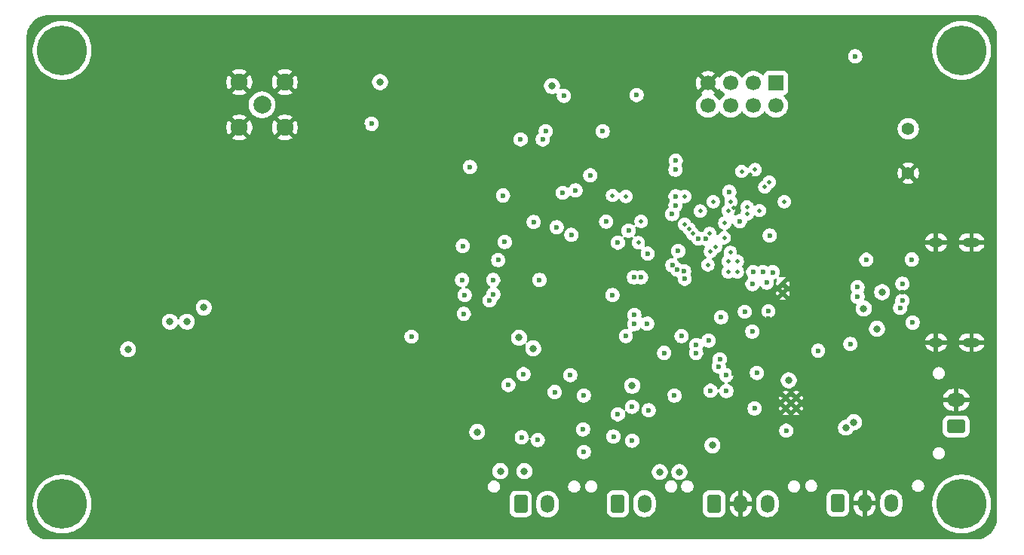
<source format=gbr>
%TF.GenerationSoftware,KiCad,Pcbnew,9.0.1*%
%TF.CreationDate,2025-04-20T12:35:35+07:00*%
%TF.ProjectId,IREC-FlighComputer,49524543-2d46-46c6-9967-68436f6d7075,rev?*%
%TF.SameCoordinates,Original*%
%TF.FileFunction,Copper,L2,Inr*%
%TF.FilePolarity,Positive*%
%FSLAX46Y46*%
G04 Gerber Fmt 4.6, Leading zero omitted, Abs format (unit mm)*
G04 Created by KiCad (PCBNEW 9.0.1) date 2025-04-20 12:35:35*
%MOMM*%
%LPD*%
G01*
G04 APERTURE LIST*
G04 Aperture macros list*
%AMRoundRect*
0 Rectangle with rounded corners*
0 $1 Rounding radius*
0 $2 $3 $4 $5 $6 $7 $8 $9 X,Y pos of 4 corners*
0 Add a 4 corners polygon primitive as box body*
4,1,4,$2,$3,$4,$5,$6,$7,$8,$9,$2,$3,0*
0 Add four circle primitives for the rounded corners*
1,1,$1+$1,$2,$3*
1,1,$1+$1,$4,$5*
1,1,$1+$1,$6,$7*
1,1,$1+$1,$8,$9*
0 Add four rect primitives between the rounded corners*
20,1,$1+$1,$2,$3,$4,$5,0*
20,1,$1+$1,$4,$5,$6,$7,0*
20,1,$1+$1,$6,$7,$8,$9,0*
20,1,$1+$1,$8,$9,$2,$3,0*%
G04 Aperture macros list end*
%TA.AperFunction,HeatsinkPad*%
%ADD10C,0.500000*%
%TD*%
%TA.AperFunction,ComponentPad*%
%ADD11O,1.950000X1.050000*%
%TD*%
%TA.AperFunction,ComponentPad*%
%ADD12O,1.550000X1.050000*%
%TD*%
%TA.AperFunction,ComponentPad*%
%ADD13RoundRect,0.250001X-0.499999X-0.759999X0.499999X-0.759999X0.499999X0.759999X-0.499999X0.759999X0*%
%TD*%
%TA.AperFunction,ComponentPad*%
%ADD14O,1.500000X2.020000*%
%TD*%
%TA.AperFunction,ComponentPad*%
%ADD15C,2.006600*%
%TD*%
%TA.AperFunction,ComponentPad*%
%ADD16C,1.905000*%
%TD*%
%TA.AperFunction,ComponentPad*%
%ADD17C,5.600000*%
%TD*%
%TA.AperFunction,ComponentPad*%
%ADD18C,1.398000*%
%TD*%
%TA.AperFunction,ComponentPad*%
%ADD19RoundRect,0.250001X0.759999X-0.499999X0.759999X0.499999X-0.759999X0.499999X-0.759999X-0.499999X0*%
%TD*%
%TA.AperFunction,ComponentPad*%
%ADD20O,2.020000X1.500000*%
%TD*%
%TA.AperFunction,ComponentPad*%
%ADD21R,1.700000X1.700000*%
%TD*%
%TA.AperFunction,ComponentPad*%
%ADD22C,1.700000*%
%TD*%
%TA.AperFunction,ViaPad*%
%ADD23C,0.600000*%
%TD*%
%TA.AperFunction,ViaPad*%
%ADD24C,0.800000*%
%TD*%
%TA.AperFunction,ViaPad*%
%ADD25C,0.500000*%
%TD*%
G04 APERTURE END LIST*
D10*
%TO.N,VBAT-*%
%TO.C,U3*%
X179912500Y-89200000D03*
X179912500Y-90300000D03*
%TD*%
D11*
%TO.N,VBAT-*%
%TO.C,USB1*%
X201112500Y-95820000D03*
X201112500Y-84580000D03*
D12*
X197112500Y-95820000D03*
X197112500Y-84580000D03*
%TD*%
D13*
%TO.N,Net-(J8-Pin_1)*%
%TO.C,J8*%
X150500000Y-114000000D03*
D14*
%TO.N,Net-(J8-Pin_2)*%
X153500000Y-114000000D03*
%TD*%
D15*
%TO.N,Net-(C49-Pad2)*%
%TO.C,J3*%
X121447300Y-69109800D03*
D16*
%TO.N,VBAT-*%
X118894600Y-66557100D03*
X118894600Y-71662500D03*
X124000000Y-71662500D03*
X124000000Y-66557100D03*
%TD*%
D13*
%TO.N,Net-(J10-Pin_1)*%
%TO.C,J10*%
X186100000Y-113900000D03*
D14*
%TO.N,VBAT-*%
X189100000Y-113900000D03*
%TO.N,+5V*%
X192100000Y-113900000D03*
%TD*%
D17*
%TO.N,N/C*%
%TO.C,H3*%
X200000000Y-63000000D03*
%TD*%
D13*
%TO.N,Net-(J7-Pin_1)*%
%TO.C,J7*%
X161400000Y-113960000D03*
D14*
%TO.N,Net-(J7-Pin_2)*%
X164400000Y-113960000D03*
%TD*%
D17*
%TO.N,N/C*%
%TO.C,H1*%
X200000000Y-114000000D03*
%TD*%
%TO.N,N/C*%
%TO.C,H4*%
X99000000Y-114000000D03*
%TD*%
%TO.N,N/C*%
%TO.C,H2*%
X99000000Y-63000000D03*
%TD*%
D13*
%TO.N,Net-(J2-Pin_1)*%
%TO.C,J2*%
X172200000Y-113960000D03*
D14*
%TO.N,VBAT-*%
X175200000Y-113960000D03*
%TO.N,+5V*%
X178200000Y-113960000D03*
%TD*%
D18*
%TO.N,Net-(LS1-Pad1)*%
%TO.C,LS1*%
X194000000Y-71800000D03*
%TO.N,VBAT-*%
X194000000Y-76800000D03*
%TD*%
D10*
%TO.N,VBAT-*%
%TO.C,U1*%
X180247500Y-103240000D03*
X181427500Y-103240000D03*
X180247500Y-102060000D03*
X181427500Y-102060000D03*
%TD*%
D19*
%TO.N,Net-(D1-A)*%
%TO.C,J1*%
X199387500Y-105278250D03*
D20*
%TO.N,VBAT-*%
X199387500Y-102278250D03*
%TD*%
D21*
%TO.N,nRST*%
%TO.C,J4*%
X179140000Y-66660000D03*
D22*
%TO.N,SWDIO*%
X179140000Y-69200000D03*
%TO.N,SWCLK*%
X176600000Y-66660000D03*
%TO.N,COMPANION_RX*%
X176600000Y-69200000D03*
%TO.N,BOOT0*%
X174060000Y-66660000D03*
%TO.N,COMPANION_TX*%
X174060000Y-69200000D03*
%TO.N,VBAT-*%
X171520000Y-66660000D03*
%TO.N,+3.3V*%
X171520000Y-69200000D03*
%TD*%
D23*
%TO.N,VBAT-*%
X144330000Y-80900000D03*
X175365000Y-94600000D03*
X145400000Y-93000000D03*
D24*
X109199998Y-91899997D03*
X143100000Y-108500000D03*
D23*
X166120000Y-104627500D03*
X158495000Y-100300000D03*
X148700000Y-83400000D03*
D24*
X151650000Y-69100000D03*
X151900000Y-91700000D03*
D23*
X144900000Y-67962500D03*
D25*
X176300000Y-77000000D03*
D24*
X119600000Y-102299999D03*
X130550000Y-59960000D03*
D23*
X145825000Y-86425000D03*
D24*
X109199998Y-105100001D03*
D23*
X138010000Y-69312500D03*
X140000000Y-69312500D03*
X151000000Y-102750000D03*
X166365000Y-81400000D03*
X143975000Y-86425000D03*
X151500000Y-75750000D03*
X181067500Y-85300000D03*
X137215000Y-107500000D03*
X146200000Y-73532500D03*
X154100000Y-73000000D03*
X149345000Y-73000000D03*
X191900000Y-86480000D03*
D24*
X159710000Y-59960000D03*
D23*
X195850000Y-87000000D03*
X141900000Y-71430000D03*
X166750000Y-102000000D03*
X175300000Y-95765000D03*
D24*
X145130000Y-78360000D03*
D23*
X193337500Y-90180000D03*
X155400000Y-66900000D03*
X195850000Y-93400000D03*
D24*
X106399996Y-102299999D03*
X180615000Y-96750000D03*
X119600000Y-94699999D03*
D23*
X176777500Y-92380000D03*
X157588000Y-109410000D03*
X148700000Y-85800000D03*
D24*
X106399996Y-94699999D03*
X116799998Y-91899997D03*
X182500000Y-104100000D03*
D25*
X154287500Y-69850000D03*
D23*
X139290000Y-94402500D03*
X174480000Y-92200000D03*
X169000000Y-99500000D03*
D25*
X172800000Y-78900000D03*
D23*
X150100000Y-101635000D03*
X155900000Y-105202500D03*
X186765000Y-101300000D03*
D25*
X180100000Y-81000000D03*
D23*
X167000000Y-99200000D03*
X149580000Y-105500000D03*
X149580000Y-106500000D03*
D24*
X145130000Y-59860000D03*
D25*
X175600000Y-79300000D03*
D23*
X183400000Y-99800000D03*
X168200000Y-84432500D03*
X165700000Y-97767500D03*
X152965000Y-74100000D03*
X106399996Y-100399998D03*
X150667500Y-79300000D03*
X185300000Y-99900000D03*
X141650000Y-69312500D03*
X178300000Y-93100000D03*
X132800000Y-71530000D03*
X178000000Y-101682500D03*
X193400000Y-94880000D03*
D25*
X175167500Y-85700000D03*
D23*
X186765000Y-99800000D03*
D25*
X174400000Y-80700000D03*
D23*
X193400000Y-86482500D03*
X146265000Y-88800000D03*
X176510000Y-90397500D03*
X149665000Y-99365000D03*
X145200000Y-71397500D03*
X164870000Y-104647500D03*
X174430000Y-99302500D03*
X136700000Y-71397500D03*
D24*
X140400000Y-113700000D03*
X130550000Y-78260000D03*
X116799998Y-105100001D03*
D23*
X175450000Y-99325000D03*
X189300000Y-87667500D03*
X169200000Y-102100000D03*
X165900000Y-107000000D03*
X146300000Y-94400000D03*
D25*
%TO.N,+3.3V*%
X176800000Y-76400000D03*
D24*
X114899997Y-91899997D03*
D23*
X155342500Y-68092500D03*
D25*
X171500000Y-87100000D03*
D23*
X168177341Y-85544841D03*
D24*
X106399996Y-96600000D03*
D25*
X174810000Y-86700000D03*
D23*
X163500000Y-68000000D03*
X167880000Y-80400000D03*
X176600000Y-87900000D03*
X138240000Y-95170000D03*
X173000000Y-93000000D03*
X148500000Y-79300000D03*
X148700000Y-84535000D03*
X175642500Y-92380000D03*
X176510000Y-89260000D03*
X167890000Y-75400000D03*
X152965000Y-73000000D03*
D24*
X145600000Y-105900000D03*
D23*
X143902500Y-88800000D03*
X147960000Y-86563953D03*
X167880000Y-79400000D03*
X167870000Y-76400000D03*
X149100000Y-100600000D03*
X177000000Y-99250000D03*
D25*
X175900000Y-80600000D03*
X180100000Y-80000000D03*
D23*
X178441250Y-83808750D03*
X176500000Y-94600000D03*
X178120000Y-89100000D03*
X144800000Y-76100000D03*
X144100000Y-92600000D03*
X178300000Y-92300000D03*
X143975000Y-84975000D03*
X133750000Y-71250000D03*
X150480000Y-73000000D03*
X178800000Y-87935000D03*
D25*
X175300000Y-76600000D03*
D23*
X167750000Y-101800000D03*
X166600000Y-97000000D03*
X147400000Y-88800000D03*
X167500000Y-81400000D03*
D25*
X174800000Y-87900000D03*
D23*
X146985340Y-91100000D03*
X177700000Y-87900000D03*
X150800000Y-99400000D03*
%TO.N,BAT_LEVEL*%
X183885000Y-96750000D03*
X163250000Y-92750000D03*
%TO.N,+5V*%
X180305000Y-105750000D03*
D24*
X172015000Y-107400000D03*
X163000000Y-100700000D03*
D23*
X176750000Y-103250000D03*
D24*
X190500000Y-94300000D03*
%TO.N,VBAT+*%
X180587500Y-100087500D03*
X187000000Y-105400000D03*
X168300000Y-110400000D03*
X148200000Y-110300000D03*
X187900000Y-104800000D03*
D23*
%TO.N,VBUS*%
X194400000Y-86500000D03*
D24*
X191062500Y-90180000D03*
D23*
X189300000Y-86532500D03*
D24*
X189000000Y-92000000D03*
D23*
X194500000Y-93600000D03*
%TO.N,/PWM_PD*%
X164870000Y-103452500D03*
X157588000Y-101790000D03*
X163012000Y-106870000D03*
X157500000Y-105600000D03*
X163012000Y-103060000D03*
%TO.N,PWM_C*%
X160900000Y-106400000D03*
X160800000Y-90500000D03*
%TO.N,PYRO_B*%
X157588000Y-108140000D03*
X150600000Y-106500000D03*
X152402500Y-106807500D03*
%TO.N,PWM_D*%
X161400000Y-103900000D03*
X164750000Y-85850000D03*
%TO.N,BOOT0*%
X155200000Y-79000000D03*
%TO.N,nRST*%
X152600000Y-88800000D03*
D25*
%TO.N,SWDIO*%
X163700000Y-84600000D03*
D23*
X161400000Y-84600000D03*
X160084485Y-82249525D03*
D24*
%TO.N,Net-(J7-Pin_2)*%
X166100000Y-110400000D03*
%TO.N,Net-(J8-Pin_2)*%
X150900000Y-110300000D03*
D23*
%TO.N,BCD*%
X163250000Y-93750000D03*
X187500000Y-96000000D03*
%TO.N,MMC5983MA_SDA*%
X144200000Y-90500000D03*
X147422626Y-90411095D03*
%TO.N,EMMC_DAT7*%
X173900000Y-78900000D03*
X168830332Y-87830332D03*
%TO.N,EMMC_DAT6*%
X175088817Y-82189001D03*
D25*
X174100000Y-80000000D03*
D23*
X168901495Y-88660000D03*
D25*
X168900000Y-79400000D03*
%TO.N,EMMC_DAT5*%
X168900000Y-82550000D03*
X173800000Y-81000000D03*
D23*
X154529843Y-82870157D03*
%TO.N,PWM_Buzzer*%
X188055000Y-63660000D03*
X151940000Y-82280000D03*
D25*
%TO.N,EMMC_DAT4*%
X169800000Y-83600000D03*
D23*
X156168753Y-83731247D03*
D25*
X171700000Y-83600000D03*
D23*
%TO.N,EMMC_DAT3*%
X162600000Y-83250000D03*
D25*
X173396489Y-82400000D03*
X169400000Y-83050000D03*
%TO.N,EMMC_DAT2*%
X170650000Y-81050000D03*
X172100000Y-80000000D03*
X164006456Y-82213130D03*
%TO.N,EMMC_DAT1*%
X171801748Y-85601748D03*
X173780000Y-87900000D03*
D23*
X167520806Y-87150000D03*
X170450000Y-84150000D03*
%TO.N,EMMC_DAT0*%
X168082185Y-87650000D03*
D25*
X172366336Y-85066336D03*
D23*
X171280021Y-84160019D03*
D25*
X173790000Y-86700000D03*
D24*
%TO.N,ANT_SW*%
X154000000Y-67000000D03*
X134700000Y-66562500D03*
D23*
%TO.N,ADXL375_SDO*%
X170200000Y-96125000D03*
X172844238Y-97724999D03*
X173570000Y-99520000D03*
X168550000Y-95120425D03*
X164700000Y-93700000D03*
X173580000Y-101290000D03*
%TO.N,ADXL375_SDI*%
X172725003Y-98525003D03*
X170180000Y-97000000D03*
%TO.N,ADXL375_SCLK*%
X171590000Y-95610000D03*
%TO.N,BMI088_GYRO_INT*%
X162300000Y-95100000D03*
X171800018Y-101260000D03*
%TO.N,D+*%
X193337500Y-91130000D03*
%TO.N,USB_DN*%
X188300000Y-89600000D03*
X164000000Y-88500000D03*
%TO.N,D-*%
X193094445Y-91938522D03*
X193337500Y-89230000D03*
%TO.N,USB_DP*%
X188300000Y-90700000D03*
X163200000Y-88500000D03*
%TO.N,MS5607_MOSI*%
X156050000Y-99500000D03*
X154300000Y-101400000D03*
D25*
%TO.N,EMMC_RSTN*%
X175900000Y-81400000D03*
X177300000Y-81000000D03*
D24*
%TO.N,GNSS_Reset*%
X150300000Y-95300000D03*
X112999998Y-93499998D03*
D25*
%TO.N,EMMC_CLK*%
X177900000Y-78349000D03*
X162300000Y-79400000D03*
D24*
%TO.N,GNSS_INT*%
X111100000Y-93500000D03*
X151900000Y-96500000D03*
D23*
%TO.N,SX1262_DIO3*%
X159685735Y-72085735D03*
X153300000Y-72062500D03*
D25*
%TO.N,EMMC_CMD*%
X160800000Y-79300000D03*
X178400000Y-77800000D03*
D23*
%TO.N,SX1262_MOSI*%
X158300000Y-77050000D03*
X156652108Y-78727123D03*
D25*
%TO.N,Net-(U11-VDDI)*%
X174032500Y-85700000D03*
X173351748Y-84051748D03*
%TD*%
%TA.AperFunction,Conductor*%
%TO.N,VBAT-*%
G36*
X172635270Y-67421717D02*
G01*
X172635270Y-67421716D01*
X172674622Y-67367555D01*
X172679232Y-67358507D01*
X172727205Y-67307709D01*
X172795025Y-67290912D01*
X172861161Y-67313447D01*
X172900204Y-67358504D01*
X172904949Y-67367817D01*
X173029890Y-67539786D01*
X173180213Y-67690109D01*
X173352182Y-67815050D01*
X173360946Y-67819516D01*
X173411742Y-67867491D01*
X173428536Y-67935312D01*
X173405998Y-68001447D01*
X173360946Y-68040484D01*
X173352182Y-68044949D01*
X173180213Y-68169890D01*
X173029890Y-68320213D01*
X172904949Y-68492182D01*
X172900484Y-68500946D01*
X172852509Y-68551742D01*
X172784688Y-68568536D01*
X172718553Y-68545998D01*
X172679516Y-68500946D01*
X172675050Y-68492182D01*
X172550109Y-68320213D01*
X172399786Y-68169890D01*
X172227817Y-68044949D01*
X172218504Y-68040204D01*
X172167707Y-67992230D01*
X172150912Y-67924409D01*
X172173449Y-67858274D01*
X172218507Y-67819232D01*
X172227555Y-67814622D01*
X172281716Y-67775270D01*
X172281717Y-67775270D01*
X171649408Y-67142962D01*
X171712993Y-67125925D01*
X171827007Y-67060099D01*
X171920099Y-66967007D01*
X171985925Y-66852993D01*
X172002962Y-66789408D01*
X172635270Y-67421717D01*
G37*
%TD.AperFunction*%
%TA.AperFunction,Conductor*%
G36*
X201503736Y-59010726D02*
G01*
X201792591Y-59028198D01*
X201807454Y-59030003D01*
X202088404Y-59081489D01*
X202102941Y-59085072D01*
X202375626Y-59170045D01*
X202389617Y-59175350D01*
X202650095Y-59292581D01*
X202663341Y-59299534D01*
X202907784Y-59447305D01*
X202920096Y-59455803D01*
X203144942Y-59631958D01*
X203156150Y-59641888D01*
X203358111Y-59843849D01*
X203368041Y-59855057D01*
X203491612Y-60012785D01*
X203544192Y-60079898D01*
X203552698Y-60092221D01*
X203700462Y-60336652D01*
X203707421Y-60349911D01*
X203824647Y-60610377D01*
X203829956Y-60624378D01*
X203914926Y-60897057D01*
X203918510Y-60911595D01*
X203969996Y-61192545D01*
X203971801Y-61207410D01*
X203989274Y-61496263D01*
X203989500Y-61503750D01*
X203989500Y-115496249D01*
X203989274Y-115503736D01*
X203971801Y-115792589D01*
X203969996Y-115807454D01*
X203918510Y-116088404D01*
X203914926Y-116102942D01*
X203829956Y-116375621D01*
X203824647Y-116389622D01*
X203707421Y-116650088D01*
X203700462Y-116663347D01*
X203552698Y-116907778D01*
X203544192Y-116920101D01*
X203368041Y-117144942D01*
X203358111Y-117156150D01*
X203156150Y-117358111D01*
X203144942Y-117368041D01*
X202920101Y-117544192D01*
X202907778Y-117552698D01*
X202663347Y-117700462D01*
X202650088Y-117707421D01*
X202389622Y-117824647D01*
X202375621Y-117829956D01*
X202102942Y-117914926D01*
X202088404Y-117918510D01*
X201807454Y-117969996D01*
X201792589Y-117971801D01*
X201503736Y-117989274D01*
X201496249Y-117989500D01*
X97503751Y-117989500D01*
X97496264Y-117989274D01*
X97207410Y-117971801D01*
X97192545Y-117969996D01*
X96911595Y-117918510D01*
X96897057Y-117914926D01*
X96624378Y-117829956D01*
X96610377Y-117824647D01*
X96349911Y-117707421D01*
X96336652Y-117700462D01*
X96092221Y-117552698D01*
X96079898Y-117544192D01*
X95855057Y-117368041D01*
X95843849Y-117358111D01*
X95641888Y-117156150D01*
X95631958Y-117144942D01*
X95605612Y-117111314D01*
X95455803Y-116920096D01*
X95447305Y-116907784D01*
X95299534Y-116663341D01*
X95292581Y-116650095D01*
X95175350Y-116389617D01*
X95170043Y-116375621D01*
X95085073Y-116102942D01*
X95081489Y-116088404D01*
X95030003Y-115807454D01*
X95028198Y-115792589D01*
X95022527Y-115698842D01*
X95010726Y-115503736D01*
X95010500Y-115496249D01*
X95010500Y-113837860D01*
X95699500Y-113837860D01*
X95699500Y-114162139D01*
X95731284Y-114484857D01*
X95731287Y-114484874D01*
X95794545Y-114802902D01*
X95794548Y-114802913D01*
X95888686Y-115113247D01*
X95936850Y-115229524D01*
X96011812Y-115410499D01*
X96012786Y-115412849D01*
X96012788Y-115412854D01*
X96165646Y-115698830D01*
X96165657Y-115698848D01*
X96345811Y-115968467D01*
X96345821Y-115968481D01*
X96551546Y-116219158D01*
X96780841Y-116448453D01*
X96780846Y-116448457D01*
X96780847Y-116448458D01*
X97031524Y-116654183D01*
X97301158Y-116834347D01*
X97301167Y-116834352D01*
X97301169Y-116834353D01*
X97587145Y-116987211D01*
X97587147Y-116987211D01*
X97587153Y-116987215D01*
X97886754Y-117111314D01*
X98197077Y-117205449D01*
X98197083Y-117205450D01*
X98197086Y-117205451D01*
X98197097Y-117205454D01*
X98396528Y-117245122D01*
X98515132Y-117268714D01*
X98837857Y-117300500D01*
X98837860Y-117300500D01*
X99162140Y-117300500D01*
X99162143Y-117300500D01*
X99484868Y-117268714D01*
X99642295Y-117237399D01*
X99802902Y-117205454D01*
X99802913Y-117205451D01*
X99802913Y-117205450D01*
X99802923Y-117205449D01*
X100113246Y-117111314D01*
X100412847Y-116987215D01*
X100698842Y-116834347D01*
X100968476Y-116654183D01*
X101219153Y-116448458D01*
X101448458Y-116219153D01*
X101654183Y-115968476D01*
X101834347Y-115698842D01*
X101987215Y-115412847D01*
X102111314Y-115113246D01*
X102205449Y-114802923D01*
X102205451Y-114802913D01*
X102205454Y-114802902D01*
X102255196Y-114552826D01*
X102268714Y-114484868D01*
X102300500Y-114162143D01*
X102300500Y-113837857D01*
X102268714Y-113515132D01*
X102235305Y-113347173D01*
X102208226Y-113211033D01*
X102208225Y-113211029D01*
X102205451Y-113197087D01*
X102205451Y-113197086D01*
X102205450Y-113197083D01*
X102205449Y-113197077D01*
X102203297Y-113189984D01*
X149249500Y-113189984D01*
X149249500Y-114810015D01*
X149260000Y-114912795D01*
X149260001Y-114912797D01*
X149282049Y-114979334D01*
X149315186Y-115079335D01*
X149315187Y-115079337D01*
X149407286Y-115228651D01*
X149407289Y-115228655D01*
X149531344Y-115352710D01*
X149531348Y-115352713D01*
X149680662Y-115444812D01*
X149680664Y-115444813D01*
X149680666Y-115444814D01*
X149847203Y-115499999D01*
X149949992Y-115510500D01*
X149949997Y-115510500D01*
X151050003Y-115510500D01*
X151050008Y-115510500D01*
X151152797Y-115499999D01*
X151319334Y-115444814D01*
X151468655Y-115352711D01*
X151592711Y-115228655D01*
X151684814Y-115079334D01*
X151739999Y-114912797D01*
X151750500Y-114810008D01*
X151750500Y-113641577D01*
X152249500Y-113641577D01*
X152249500Y-114358422D01*
X152280290Y-114552826D01*
X152341117Y-114740029D01*
X152410095Y-114875405D01*
X152430476Y-114915405D01*
X152546172Y-115074646D01*
X152685354Y-115213828D01*
X152844595Y-115329524D01*
X152927455Y-115371743D01*
X153019970Y-115418882D01*
X153019972Y-115418882D01*
X153019975Y-115418884D01*
X153099773Y-115444812D01*
X153207173Y-115479709D01*
X153401578Y-115510500D01*
X153401583Y-115510500D01*
X153598422Y-115510500D01*
X153792826Y-115479709D01*
X153821171Y-115470499D01*
X153980025Y-115418884D01*
X154155405Y-115329524D01*
X154314646Y-115213828D01*
X154453828Y-115074646D01*
X154569524Y-114915405D01*
X154658884Y-114740025D01*
X154719709Y-114552826D01*
X154726044Y-114512826D01*
X154750500Y-114358422D01*
X154750500Y-113641577D01*
X154719709Y-113447173D01*
X154687217Y-113347174D01*
X154658884Y-113259975D01*
X154658882Y-113259972D01*
X154658882Y-113259970D01*
X154629920Y-113203130D01*
X154626841Y-113197087D01*
X154602841Y-113149984D01*
X160149500Y-113149984D01*
X160149500Y-114770015D01*
X160160000Y-114872795D01*
X160160001Y-114872797D01*
X160173256Y-114912797D01*
X160215186Y-115039335D01*
X160215187Y-115039337D01*
X160307286Y-115188651D01*
X160307289Y-115188655D01*
X160431344Y-115312710D01*
X160431348Y-115312713D01*
X160580662Y-115404812D01*
X160580664Y-115404813D01*
X160580666Y-115404814D01*
X160747203Y-115459999D01*
X160849992Y-115470500D01*
X160849997Y-115470500D01*
X161950003Y-115470500D01*
X161950008Y-115470500D01*
X162052797Y-115459999D01*
X162219334Y-115404814D01*
X162368655Y-115312711D01*
X162492711Y-115188655D01*
X162584814Y-115039334D01*
X162639999Y-114872797D01*
X162650500Y-114770008D01*
X162650500Y-113601577D01*
X163149500Y-113601577D01*
X163149500Y-114318422D01*
X163180290Y-114512826D01*
X163241117Y-114700029D01*
X163329146Y-114872795D01*
X163330476Y-114875405D01*
X163446172Y-115034646D01*
X163585354Y-115173828D01*
X163744595Y-115289524D01*
X163801303Y-115318418D01*
X163919970Y-115378882D01*
X163919972Y-115378882D01*
X163919975Y-115378884D01*
X164020317Y-115411487D01*
X164107173Y-115439709D01*
X164301578Y-115470500D01*
X164301583Y-115470500D01*
X164498422Y-115470500D01*
X164692826Y-115439709D01*
X164756918Y-115418884D01*
X164880025Y-115378884D01*
X165055405Y-115289524D01*
X165214646Y-115173828D01*
X165353828Y-115034646D01*
X165469524Y-114875405D01*
X165558884Y-114700025D01*
X165619709Y-114512826D01*
X165629231Y-114452705D01*
X165650500Y-114318422D01*
X165650500Y-113601577D01*
X165619709Y-113407173D01*
X165600213Y-113347173D01*
X165558884Y-113219975D01*
X165558881Y-113219971D01*
X165558881Y-113219968D01*
X165550302Y-113203131D01*
X165550301Y-113203130D01*
X165547222Y-113197087D01*
X165523222Y-113149984D01*
X170949500Y-113149984D01*
X170949500Y-114770015D01*
X170960000Y-114872795D01*
X170960001Y-114872797D01*
X170973256Y-114912797D01*
X171015186Y-115039335D01*
X171015187Y-115039337D01*
X171107286Y-115188651D01*
X171107289Y-115188655D01*
X171231344Y-115312710D01*
X171231348Y-115312713D01*
X171380662Y-115404812D01*
X171380664Y-115404813D01*
X171380666Y-115404814D01*
X171547203Y-115459999D01*
X171649992Y-115470500D01*
X171649997Y-115470500D01*
X172750003Y-115470500D01*
X172750008Y-115470500D01*
X172852797Y-115459999D01*
X173019334Y-115404814D01*
X173168655Y-115312711D01*
X173292711Y-115188655D01*
X173384814Y-115039334D01*
X173439999Y-114872797D01*
X173450500Y-114770008D01*
X173450500Y-113601617D01*
X173950000Y-113601617D01*
X173950000Y-113710000D01*
X174755440Y-113710000D01*
X174724755Y-113763147D01*
X174690000Y-113892857D01*
X174690000Y-114027143D01*
X174724755Y-114156853D01*
X174755440Y-114210000D01*
X173950000Y-114210000D01*
X173950000Y-114318382D01*
X173980778Y-114512705D01*
X174041581Y-114699835D01*
X174130904Y-114875143D01*
X174246555Y-115034321D01*
X174385678Y-115173444D01*
X174544856Y-115289095D01*
X174720162Y-115378418D01*
X174907283Y-115439218D01*
X174950000Y-115445984D01*
X174950000Y-114404560D01*
X175003147Y-114435245D01*
X175132857Y-114470000D01*
X175267143Y-114470000D01*
X175396853Y-114435245D01*
X175450000Y-114404560D01*
X175450000Y-115445983D01*
X175492716Y-115439218D01*
X175679837Y-115378418D01*
X175855143Y-115289095D01*
X176014321Y-115173444D01*
X176153444Y-115034321D01*
X176269095Y-114875143D01*
X176358418Y-114699835D01*
X176419221Y-114512705D01*
X176450000Y-114318382D01*
X176450000Y-114210000D01*
X175644560Y-114210000D01*
X175675245Y-114156853D01*
X175710000Y-114027143D01*
X175710000Y-113892857D01*
X175675245Y-113763147D01*
X175644560Y-113710000D01*
X176450000Y-113710000D01*
X176450000Y-113601617D01*
X176449994Y-113601577D01*
X176949500Y-113601577D01*
X176949500Y-114318422D01*
X176980290Y-114512826D01*
X177041117Y-114700029D01*
X177129146Y-114872795D01*
X177130476Y-114875405D01*
X177246172Y-115034646D01*
X177385354Y-115173828D01*
X177544595Y-115289524D01*
X177601303Y-115318418D01*
X177719970Y-115378882D01*
X177719972Y-115378882D01*
X177719975Y-115378884D01*
X177820317Y-115411487D01*
X177907173Y-115439709D01*
X178101578Y-115470500D01*
X178101583Y-115470500D01*
X178298422Y-115470500D01*
X178492826Y-115439709D01*
X178556918Y-115418884D01*
X178680025Y-115378884D01*
X178855405Y-115289524D01*
X179014646Y-115173828D01*
X179153828Y-115034646D01*
X179269524Y-114875405D01*
X179358884Y-114700025D01*
X179419709Y-114512826D01*
X179429231Y-114452705D01*
X179450500Y-114318422D01*
X179450500Y-113601577D01*
X179419709Y-113407173D01*
X179358881Y-113219967D01*
X179319731Y-113143131D01*
X179319730Y-113143130D01*
X179292651Y-113089984D01*
X184849500Y-113089984D01*
X184849500Y-114710015D01*
X184860000Y-114812795D01*
X184860001Y-114812797D01*
X184880747Y-114875405D01*
X184915186Y-114979335D01*
X184915187Y-114979337D01*
X185007286Y-115128651D01*
X185007289Y-115128655D01*
X185131344Y-115252710D01*
X185131348Y-115252713D01*
X185280662Y-115344812D01*
X185280664Y-115344813D01*
X185280666Y-115344814D01*
X185447203Y-115399999D01*
X185549992Y-115410500D01*
X185549997Y-115410500D01*
X186650003Y-115410500D01*
X186650008Y-115410500D01*
X186752797Y-115399999D01*
X186919334Y-115344814D01*
X187068655Y-115252711D01*
X187192711Y-115128655D01*
X187284814Y-114979334D01*
X187339999Y-114812797D01*
X187350500Y-114710008D01*
X187350500Y-113541617D01*
X187850000Y-113541617D01*
X187850000Y-113650000D01*
X188655440Y-113650000D01*
X188624755Y-113703147D01*
X188590000Y-113832857D01*
X188590000Y-113967143D01*
X188624755Y-114096853D01*
X188655440Y-114150000D01*
X187850000Y-114150000D01*
X187850000Y-114258382D01*
X187880778Y-114452705D01*
X187941581Y-114639835D01*
X188030904Y-114815143D01*
X188146555Y-114974321D01*
X188285678Y-115113444D01*
X188444856Y-115229095D01*
X188620162Y-115318418D01*
X188807283Y-115379218D01*
X188850000Y-115385984D01*
X188850000Y-114344560D01*
X188903147Y-114375245D01*
X189032857Y-114410000D01*
X189167143Y-114410000D01*
X189296853Y-114375245D01*
X189350000Y-114344560D01*
X189350000Y-115385983D01*
X189392716Y-115379218D01*
X189579837Y-115318418D01*
X189755143Y-115229095D01*
X189914321Y-115113444D01*
X190053444Y-114974321D01*
X190169095Y-114815143D01*
X190258418Y-114639835D01*
X190319221Y-114452705D01*
X190350000Y-114258382D01*
X190350000Y-114150000D01*
X189544560Y-114150000D01*
X189575245Y-114096853D01*
X189610000Y-113967143D01*
X189610000Y-113832857D01*
X189575245Y-113703147D01*
X189544560Y-113650000D01*
X190350000Y-113650000D01*
X190350000Y-113541617D01*
X190349994Y-113541577D01*
X190849500Y-113541577D01*
X190849500Y-114258422D01*
X190880290Y-114452826D01*
X190941117Y-114640029D01*
X190976777Y-114710015D01*
X191030476Y-114815405D01*
X191146172Y-114974646D01*
X191285354Y-115113828D01*
X191444595Y-115229524D01*
X191527455Y-115271743D01*
X191619970Y-115318882D01*
X191619972Y-115318882D01*
X191619975Y-115318884D01*
X191699773Y-115344812D01*
X191807173Y-115379709D01*
X192001578Y-115410500D01*
X192001583Y-115410500D01*
X192198422Y-115410500D01*
X192392826Y-115379709D01*
X192396799Y-115378418D01*
X192580025Y-115318884D01*
X192755405Y-115229524D01*
X192914646Y-115113828D01*
X193053828Y-114974646D01*
X193169524Y-114815405D01*
X193258884Y-114640025D01*
X193319709Y-114452826D01*
X193326492Y-114410000D01*
X193350500Y-114258422D01*
X193350500Y-113837860D01*
X196699500Y-113837860D01*
X196699500Y-114162139D01*
X196731284Y-114484857D01*
X196731287Y-114484874D01*
X196794545Y-114802902D01*
X196794548Y-114802913D01*
X196888686Y-115113247D01*
X196936850Y-115229524D01*
X197011812Y-115410499D01*
X197012786Y-115412849D01*
X197012788Y-115412854D01*
X197165646Y-115698830D01*
X197165657Y-115698848D01*
X197345811Y-115968467D01*
X197345821Y-115968481D01*
X197551546Y-116219158D01*
X197780841Y-116448453D01*
X197780846Y-116448457D01*
X197780847Y-116448458D01*
X198031524Y-116654183D01*
X198301158Y-116834347D01*
X198301167Y-116834352D01*
X198301169Y-116834353D01*
X198587145Y-116987211D01*
X198587147Y-116987211D01*
X198587153Y-116987215D01*
X198886754Y-117111314D01*
X199197077Y-117205449D01*
X199197083Y-117205450D01*
X199197086Y-117205451D01*
X199197097Y-117205454D01*
X199396528Y-117245122D01*
X199515132Y-117268714D01*
X199837857Y-117300500D01*
X199837860Y-117300500D01*
X200162140Y-117300500D01*
X200162143Y-117300500D01*
X200484868Y-117268714D01*
X200642295Y-117237399D01*
X200802902Y-117205454D01*
X200802913Y-117205451D01*
X200802913Y-117205450D01*
X200802923Y-117205449D01*
X201113246Y-117111314D01*
X201412847Y-116987215D01*
X201698842Y-116834347D01*
X201968476Y-116654183D01*
X202219153Y-116448458D01*
X202448458Y-116219153D01*
X202654183Y-115968476D01*
X202834347Y-115698842D01*
X202987215Y-115412847D01*
X203111314Y-115113246D01*
X203205449Y-114802923D01*
X203205451Y-114802913D01*
X203205454Y-114802902D01*
X203255196Y-114552826D01*
X203268714Y-114484868D01*
X203300500Y-114162143D01*
X203300500Y-113837857D01*
X203268714Y-113515132D01*
X203235305Y-113347173D01*
X203205454Y-113197097D01*
X203205451Y-113197086D01*
X203205450Y-113197083D01*
X203205449Y-113197077D01*
X203111314Y-112886754D01*
X202987215Y-112587153D01*
X202979360Y-112572458D01*
X202834353Y-112301169D01*
X202834352Y-112301167D01*
X202834347Y-112301158D01*
X202654183Y-112031524D01*
X202448458Y-111780847D01*
X202448457Y-111780846D01*
X202448453Y-111780841D01*
X202219158Y-111551546D01*
X201968481Y-111345821D01*
X201968480Y-111345820D01*
X201968476Y-111345817D01*
X201698842Y-111165653D01*
X201698837Y-111165650D01*
X201698830Y-111165646D01*
X201412854Y-111012788D01*
X201412849Y-111012786D01*
X201113247Y-110888686D01*
X200802913Y-110794548D01*
X200802902Y-110794545D01*
X200484874Y-110731287D01*
X200484857Y-110731284D01*
X200240812Y-110707248D01*
X200162143Y-110699500D01*
X199837857Y-110699500D01*
X199765099Y-110706666D01*
X199515142Y-110731284D01*
X199515125Y-110731287D01*
X199197097Y-110794545D01*
X199197086Y-110794548D01*
X198886752Y-110888686D01*
X198587150Y-111012786D01*
X198587145Y-111012788D01*
X198301169Y-111165646D01*
X198301151Y-111165657D01*
X198031532Y-111345811D01*
X198031518Y-111345821D01*
X197780841Y-111551546D01*
X197551546Y-111780841D01*
X197345821Y-112031518D01*
X197345811Y-112031532D01*
X197165657Y-112301151D01*
X197165646Y-112301169D01*
X197012788Y-112587145D01*
X197012786Y-112587150D01*
X196888686Y-112886752D01*
X196794548Y-113197086D01*
X196794545Y-113197097D01*
X196731287Y-113515125D01*
X196731284Y-113515142D01*
X196712768Y-113703147D01*
X196699993Y-113832857D01*
X196699500Y-113837860D01*
X193350500Y-113837860D01*
X193350500Y-113541577D01*
X193319709Y-113347173D01*
X193275474Y-113211033D01*
X193258884Y-113159975D01*
X193258882Y-113159972D01*
X193258882Y-113159970D01*
X193170853Y-112987204D01*
X193169524Y-112984595D01*
X193053828Y-112825354D01*
X192914646Y-112686172D01*
X192755405Y-112570476D01*
X192580029Y-112481117D01*
X192392826Y-112420290D01*
X192198422Y-112389500D01*
X192198417Y-112389500D01*
X192001583Y-112389500D01*
X192001578Y-112389500D01*
X191807173Y-112420290D01*
X191619970Y-112481117D01*
X191444594Y-112570476D01*
X191361423Y-112630904D01*
X191285354Y-112686172D01*
X191285352Y-112686174D01*
X191285351Y-112686174D01*
X191146174Y-112825351D01*
X191146174Y-112825352D01*
X191146172Y-112825354D01*
X191101562Y-112886754D01*
X191030476Y-112984594D01*
X190941117Y-113159970D01*
X190880290Y-113347173D01*
X190849500Y-113541577D01*
X190349994Y-113541577D01*
X190319221Y-113347294D01*
X190258418Y-113160164D01*
X190169095Y-112984856D01*
X190053444Y-112825678D01*
X189914321Y-112686555D01*
X189755143Y-112570904D01*
X189579835Y-112481581D01*
X189392705Y-112420778D01*
X189350000Y-112414014D01*
X189350000Y-113455439D01*
X189296853Y-113424755D01*
X189167143Y-113390000D01*
X189032857Y-113390000D01*
X188903147Y-113424755D01*
X188850000Y-113455439D01*
X188850000Y-112414014D01*
X188849999Y-112414014D01*
X188807294Y-112420778D01*
X188620164Y-112481581D01*
X188444856Y-112570904D01*
X188285678Y-112686555D01*
X188146555Y-112825678D01*
X188030904Y-112984856D01*
X187941581Y-113160164D01*
X187880778Y-113347294D01*
X187850000Y-113541617D01*
X187350500Y-113541617D01*
X187350500Y-113089992D01*
X187339999Y-112987203D01*
X187284814Y-112820666D01*
X187254392Y-112771345D01*
X187192713Y-112671348D01*
X187192710Y-112671344D01*
X187068655Y-112547289D01*
X187068651Y-112547286D01*
X186919337Y-112455187D01*
X186919335Y-112455186D01*
X186836065Y-112427593D01*
X186752797Y-112400001D01*
X186752795Y-112400000D01*
X186650015Y-112389500D01*
X186650008Y-112389500D01*
X185549992Y-112389500D01*
X185549984Y-112389500D01*
X185447204Y-112400000D01*
X185447203Y-112400001D01*
X185280664Y-112455186D01*
X185280662Y-112455187D01*
X185131348Y-112547286D01*
X185131344Y-112547289D01*
X185007289Y-112671344D01*
X185007286Y-112671348D01*
X184915187Y-112820662D01*
X184915186Y-112820664D01*
X184860001Y-112987203D01*
X184860000Y-112987204D01*
X184849500Y-113089984D01*
X179292651Y-113089984D01*
X179270853Y-113047204D01*
X179269524Y-113044595D01*
X179153828Y-112885354D01*
X179014646Y-112746172D01*
X178855405Y-112630476D01*
X178845637Y-112625499D01*
X178680029Y-112541117D01*
X178492826Y-112480290D01*
X178298422Y-112449500D01*
X178298417Y-112449500D01*
X178101583Y-112449500D01*
X178101578Y-112449500D01*
X177907173Y-112480290D01*
X177719970Y-112541117D01*
X177544594Y-112630476D01*
X177468863Y-112685499D01*
X177385354Y-112746172D01*
X177385352Y-112746174D01*
X177385351Y-112746174D01*
X177246174Y-112885351D01*
X177246174Y-112885352D01*
X177246172Y-112885354D01*
X177217112Y-112925352D01*
X177130476Y-113044594D01*
X177041117Y-113219970D01*
X176980290Y-113407173D01*
X176949500Y-113601577D01*
X176449994Y-113601577D01*
X176419221Y-113407294D01*
X176358418Y-113220164D01*
X176269095Y-113044856D01*
X176153444Y-112885678D01*
X176014321Y-112746555D01*
X175855143Y-112630904D01*
X175679835Y-112541581D01*
X175492705Y-112480778D01*
X175450000Y-112474014D01*
X175450000Y-113515439D01*
X175396853Y-113484755D01*
X175267143Y-113450000D01*
X175132857Y-113450000D01*
X175003147Y-113484755D01*
X174950000Y-113515439D01*
X174950000Y-112474014D01*
X174949999Y-112474014D01*
X174907294Y-112480778D01*
X174720164Y-112541581D01*
X174544856Y-112630904D01*
X174385678Y-112746555D01*
X174246555Y-112885678D01*
X174130904Y-113044856D01*
X174041581Y-113220164D01*
X173980778Y-113407294D01*
X173950000Y-113601617D01*
X173450500Y-113601617D01*
X173450500Y-113149992D01*
X173439999Y-113047203D01*
X173384814Y-112880666D01*
X173347805Y-112820666D01*
X173292713Y-112731348D01*
X173292710Y-112731344D01*
X173168655Y-112607289D01*
X173168651Y-112607286D01*
X173019337Y-112515187D01*
X173019335Y-112515186D01*
X172916518Y-112481116D01*
X172852797Y-112460001D01*
X172852795Y-112460000D01*
X172750015Y-112449500D01*
X172750008Y-112449500D01*
X171649992Y-112449500D01*
X171649984Y-112449500D01*
X171547204Y-112460000D01*
X171547203Y-112460001D01*
X171380664Y-112515186D01*
X171380662Y-112515187D01*
X171231348Y-112607286D01*
X171231344Y-112607289D01*
X171107289Y-112731344D01*
X171107286Y-112731348D01*
X171015187Y-112880662D01*
X171015186Y-112880664D01*
X170960001Y-113047203D01*
X170960000Y-113047204D01*
X170949500Y-113149984D01*
X165523222Y-113149984D01*
X165469524Y-113044595D01*
X165353828Y-112885354D01*
X165214646Y-112746172D01*
X165055405Y-112630476D01*
X165045637Y-112625499D01*
X164880029Y-112541117D01*
X164692826Y-112480290D01*
X164498422Y-112449500D01*
X164498417Y-112449500D01*
X164301583Y-112449500D01*
X164301578Y-112449500D01*
X164107173Y-112480290D01*
X163919970Y-112541117D01*
X163744594Y-112630476D01*
X163668863Y-112685499D01*
X163585354Y-112746172D01*
X163585352Y-112746174D01*
X163585351Y-112746174D01*
X163446174Y-112885351D01*
X163446174Y-112885352D01*
X163446172Y-112885354D01*
X163417112Y-112925352D01*
X163330476Y-113044594D01*
X163241117Y-113219970D01*
X163180290Y-113407173D01*
X163149500Y-113601577D01*
X162650500Y-113601577D01*
X162650500Y-113149992D01*
X162639999Y-113047203D01*
X162584814Y-112880666D01*
X162547805Y-112820666D01*
X162492713Y-112731348D01*
X162492710Y-112731344D01*
X162368655Y-112607289D01*
X162368651Y-112607286D01*
X162219337Y-112515187D01*
X162219335Y-112515186D01*
X162116518Y-112481116D01*
X162052797Y-112460001D01*
X162052795Y-112460000D01*
X161950015Y-112449500D01*
X161950008Y-112449500D01*
X160849992Y-112449500D01*
X160849984Y-112449500D01*
X160747204Y-112460000D01*
X160747203Y-112460001D01*
X160580664Y-112515186D01*
X160580662Y-112515187D01*
X160431348Y-112607286D01*
X160431344Y-112607289D01*
X160307289Y-112731344D01*
X160307286Y-112731348D01*
X160215187Y-112880662D01*
X160215186Y-112880664D01*
X160160001Y-113047203D01*
X160160000Y-113047204D01*
X160149500Y-113149984D01*
X154602841Y-113149984D01*
X154569524Y-113084595D01*
X154453828Y-112925354D01*
X154314646Y-112786172D01*
X154155405Y-112670476D01*
X154133188Y-112659156D01*
X153980029Y-112581117D01*
X153792826Y-112520290D01*
X153598422Y-112489500D01*
X153598417Y-112489500D01*
X153401583Y-112489500D01*
X153401578Y-112489500D01*
X153207173Y-112520290D01*
X153019970Y-112581117D01*
X152844594Y-112670476D01*
X152768863Y-112725499D01*
X152685354Y-112786172D01*
X152685352Y-112786174D01*
X152685351Y-112786174D01*
X152546174Y-112925351D01*
X152546174Y-112925352D01*
X152546172Y-112925354D01*
X152503131Y-112984594D01*
X152430476Y-113084594D01*
X152341117Y-113259970D01*
X152280290Y-113447173D01*
X152249500Y-113641577D01*
X151750500Y-113641577D01*
X151750500Y-113189992D01*
X151739999Y-113087203D01*
X151684814Y-112920666D01*
X151663895Y-112886752D01*
X151592713Y-112771348D01*
X151592710Y-112771344D01*
X151468655Y-112647289D01*
X151468651Y-112647286D01*
X151319337Y-112555187D01*
X151319335Y-112555186D01*
X151198622Y-112515186D01*
X151152797Y-112500001D01*
X151152795Y-112500000D01*
X151050015Y-112489500D01*
X151050008Y-112489500D01*
X149949992Y-112489500D01*
X149949984Y-112489500D01*
X149847204Y-112500000D01*
X149847203Y-112500001D01*
X149680664Y-112555186D01*
X149680662Y-112555187D01*
X149531348Y-112647286D01*
X149531344Y-112647289D01*
X149407289Y-112771344D01*
X149407286Y-112771348D01*
X149315187Y-112920662D01*
X149315186Y-112920664D01*
X149260001Y-113087203D01*
X149260000Y-113087204D01*
X149249500Y-113189984D01*
X102203297Y-113189984D01*
X102111314Y-112886754D01*
X101987215Y-112587153D01*
X101979360Y-112572458D01*
X101834353Y-112301169D01*
X101834352Y-112301167D01*
X101834347Y-112301158D01*
X101654183Y-112031524D01*
X101605726Y-111972479D01*
X146814500Y-111972479D01*
X146814500Y-112107520D01*
X146840841Y-112239945D01*
X146840843Y-112239953D01*
X146892518Y-112364707D01*
X146967535Y-112476979D01*
X146967541Y-112476986D01*
X147063013Y-112572458D01*
X147063020Y-112572464D01*
X147175292Y-112647481D01*
X147175293Y-112647481D01*
X147175294Y-112647482D01*
X147300047Y-112699157D01*
X147432479Y-112725499D01*
X147432483Y-112725500D01*
X147432484Y-112725500D01*
X147567517Y-112725500D01*
X147567518Y-112725499D01*
X147699953Y-112699157D01*
X147824706Y-112647482D01*
X147936981Y-112572463D01*
X148032463Y-112476981D01*
X148107482Y-112364706D01*
X148159157Y-112239953D01*
X148185500Y-112107516D01*
X148185500Y-111972484D01*
X148185499Y-111972479D01*
X155814500Y-111972479D01*
X155814500Y-112107520D01*
X155840841Y-112239945D01*
X155840843Y-112239953D01*
X155892518Y-112364707D01*
X155967535Y-112476979D01*
X155967541Y-112476986D01*
X156063013Y-112572458D01*
X156063020Y-112572464D01*
X156175292Y-112647481D01*
X156175293Y-112647481D01*
X156175294Y-112647482D01*
X156300047Y-112699157D01*
X156432479Y-112725499D01*
X156432483Y-112725500D01*
X156432484Y-112725500D01*
X156567517Y-112725500D01*
X156567518Y-112725499D01*
X156699953Y-112699157D01*
X156824706Y-112647482D01*
X156936981Y-112572463D01*
X157032463Y-112476981D01*
X157107482Y-112364706D01*
X157159157Y-112239953D01*
X157185500Y-112107516D01*
X157185500Y-111972484D01*
X157177543Y-111932483D01*
X157177542Y-111932479D01*
X157714500Y-111932479D01*
X157714500Y-112067520D01*
X157740841Y-112199945D01*
X157740843Y-112199953D01*
X157792518Y-112324707D01*
X157867535Y-112436979D01*
X157867541Y-112436986D01*
X157963013Y-112532458D01*
X157963020Y-112532464D01*
X158075292Y-112607481D01*
X158075293Y-112607481D01*
X158075294Y-112607482D01*
X158200047Y-112659157D01*
X158332479Y-112685499D01*
X158332483Y-112685500D01*
X158332484Y-112685500D01*
X158467517Y-112685500D01*
X158467518Y-112685499D01*
X158599953Y-112659157D01*
X158724706Y-112607482D01*
X158836981Y-112532463D01*
X158932463Y-112436981D01*
X159007482Y-112324706D01*
X159059157Y-112199953D01*
X159085500Y-112067516D01*
X159085500Y-111932484D01*
X159085499Y-111932479D01*
X166714500Y-111932479D01*
X166714500Y-112067520D01*
X166740841Y-112199945D01*
X166740843Y-112199953D01*
X166792518Y-112324707D01*
X166867535Y-112436979D01*
X166867541Y-112436986D01*
X166963013Y-112532458D01*
X166963020Y-112532464D01*
X167075292Y-112607481D01*
X167075293Y-112607481D01*
X167075294Y-112607482D01*
X167200047Y-112659157D01*
X167332479Y-112685499D01*
X167332483Y-112685500D01*
X167332484Y-112685500D01*
X167467517Y-112685500D01*
X167467518Y-112685499D01*
X167599953Y-112659157D01*
X167724706Y-112607482D01*
X167836981Y-112532463D01*
X167932463Y-112436981D01*
X168007482Y-112324706D01*
X168059157Y-112199953D01*
X168085500Y-112067516D01*
X168085500Y-111932484D01*
X168085499Y-111932479D01*
X168514500Y-111932479D01*
X168514500Y-112067520D01*
X168540841Y-112199945D01*
X168540843Y-112199953D01*
X168592518Y-112324707D01*
X168667535Y-112436979D01*
X168667541Y-112436986D01*
X168763013Y-112532458D01*
X168763020Y-112532464D01*
X168875292Y-112607481D01*
X168875293Y-112607481D01*
X168875294Y-112607482D01*
X169000047Y-112659157D01*
X169132479Y-112685499D01*
X169132483Y-112685500D01*
X169132484Y-112685500D01*
X169267517Y-112685500D01*
X169267518Y-112685499D01*
X169399953Y-112659157D01*
X169524706Y-112607482D01*
X169636981Y-112532463D01*
X169732463Y-112436981D01*
X169807482Y-112324706D01*
X169859157Y-112199953D01*
X169885500Y-112067516D01*
X169885500Y-111932484D01*
X169885499Y-111932479D01*
X180514500Y-111932479D01*
X180514500Y-112067520D01*
X180540841Y-112199945D01*
X180540843Y-112199953D01*
X180592518Y-112324707D01*
X180667535Y-112436979D01*
X180667541Y-112436986D01*
X180763013Y-112532458D01*
X180763020Y-112532464D01*
X180875292Y-112607481D01*
X180875293Y-112607481D01*
X180875294Y-112607482D01*
X181000047Y-112659157D01*
X181132479Y-112685499D01*
X181132483Y-112685500D01*
X181132484Y-112685500D01*
X181267517Y-112685500D01*
X181267518Y-112685499D01*
X181399953Y-112659157D01*
X181524706Y-112607482D01*
X181636981Y-112532463D01*
X181732463Y-112436981D01*
X181807482Y-112324706D01*
X181859157Y-112199953D01*
X181885500Y-112067516D01*
X181885500Y-111932484D01*
X181885411Y-111932039D01*
X181877166Y-111890583D01*
X181873565Y-111872479D01*
X182414500Y-111872479D01*
X182414500Y-112007520D01*
X182440841Y-112139945D01*
X182440843Y-112139953D01*
X182492518Y-112264707D01*
X182567535Y-112376979D01*
X182567541Y-112376986D01*
X182663013Y-112472458D01*
X182663020Y-112472464D01*
X182775292Y-112547481D01*
X182775293Y-112547481D01*
X182775294Y-112547482D01*
X182900047Y-112599157D01*
X183032479Y-112625499D01*
X183032483Y-112625500D01*
X183032484Y-112625500D01*
X183167517Y-112625500D01*
X183167518Y-112625499D01*
X183299953Y-112599157D01*
X183424706Y-112547482D01*
X183536981Y-112472463D01*
X183632463Y-112376981D01*
X183707482Y-112264706D01*
X183759157Y-112139953D01*
X183785500Y-112007516D01*
X183785500Y-111872484D01*
X183785499Y-111872479D01*
X194414500Y-111872479D01*
X194414500Y-112007520D01*
X194440841Y-112139945D01*
X194440843Y-112139953D01*
X194492518Y-112264707D01*
X194567535Y-112376979D01*
X194567541Y-112376986D01*
X194663013Y-112472458D01*
X194663020Y-112472464D01*
X194775292Y-112547481D01*
X194775293Y-112547481D01*
X194775294Y-112547482D01*
X194900047Y-112599157D01*
X195032479Y-112625499D01*
X195032483Y-112625500D01*
X195032484Y-112625500D01*
X195167517Y-112625500D01*
X195167518Y-112625499D01*
X195299953Y-112599157D01*
X195424706Y-112547482D01*
X195536981Y-112472463D01*
X195632463Y-112376981D01*
X195707482Y-112264706D01*
X195759157Y-112139953D01*
X195785500Y-112007516D01*
X195785500Y-111872484D01*
X195759157Y-111740047D01*
X195707482Y-111615294D01*
X195699280Y-111603019D01*
X195632464Y-111503020D01*
X195632458Y-111503013D01*
X195536986Y-111407541D01*
X195536979Y-111407535D01*
X195424707Y-111332518D01*
X195299953Y-111280843D01*
X195299945Y-111280841D01*
X195167520Y-111254500D01*
X195167516Y-111254500D01*
X195032484Y-111254500D01*
X195032479Y-111254500D01*
X194900054Y-111280841D01*
X194900046Y-111280843D01*
X194775292Y-111332518D01*
X194663020Y-111407535D01*
X194663013Y-111407541D01*
X194567541Y-111503013D01*
X194567535Y-111503020D01*
X194492518Y-111615292D01*
X194440843Y-111740046D01*
X194440841Y-111740054D01*
X194414500Y-111872479D01*
X183785499Y-111872479D01*
X183759157Y-111740047D01*
X183707482Y-111615294D01*
X183699280Y-111603019D01*
X183632464Y-111503020D01*
X183632458Y-111503013D01*
X183536986Y-111407541D01*
X183536979Y-111407535D01*
X183424707Y-111332518D01*
X183299953Y-111280843D01*
X183299945Y-111280841D01*
X183167520Y-111254500D01*
X183167516Y-111254500D01*
X183032484Y-111254500D01*
X183032479Y-111254500D01*
X182900054Y-111280841D01*
X182900046Y-111280843D01*
X182775292Y-111332518D01*
X182663020Y-111407535D01*
X182663013Y-111407541D01*
X182567541Y-111503013D01*
X182567535Y-111503020D01*
X182492518Y-111615292D01*
X182440843Y-111740046D01*
X182440841Y-111740054D01*
X182414500Y-111872479D01*
X181873565Y-111872479D01*
X181859158Y-111800054D01*
X181859157Y-111800047D01*
X181807482Y-111675294D01*
X181767390Y-111615292D01*
X181732464Y-111563020D01*
X181732458Y-111563013D01*
X181636986Y-111467541D01*
X181636979Y-111467535D01*
X181524707Y-111392518D01*
X181399953Y-111340843D01*
X181399945Y-111340841D01*
X181267520Y-111314500D01*
X181267516Y-111314500D01*
X181132484Y-111314500D01*
X181132479Y-111314500D01*
X181000054Y-111340841D01*
X181000046Y-111340843D01*
X180875292Y-111392518D01*
X180763020Y-111467535D01*
X180763013Y-111467541D01*
X180667541Y-111563013D01*
X180667535Y-111563020D01*
X180592518Y-111675292D01*
X180540843Y-111800046D01*
X180540841Y-111800054D01*
X180514500Y-111932479D01*
X169885499Y-111932479D01*
X169859157Y-111800047D01*
X169807482Y-111675294D01*
X169767390Y-111615292D01*
X169732464Y-111563020D01*
X169732458Y-111563013D01*
X169636986Y-111467541D01*
X169636979Y-111467535D01*
X169524707Y-111392518D01*
X169399953Y-111340843D01*
X169399945Y-111340841D01*
X169267520Y-111314500D01*
X169267516Y-111314500D01*
X169132484Y-111314500D01*
X169132479Y-111314500D01*
X169000054Y-111340841D01*
X169000042Y-111340844D01*
X168889778Y-111386516D01*
X168889764Y-111386523D01*
X168875294Y-111392518D01*
X168834523Y-111419759D01*
X168834508Y-111419769D01*
X168763016Y-111467538D01*
X168667541Y-111563013D01*
X168667535Y-111563020D01*
X168592518Y-111675292D01*
X168540843Y-111800046D01*
X168540841Y-111800054D01*
X168514500Y-111932479D01*
X168085499Y-111932479D01*
X168059157Y-111800047D01*
X168007482Y-111675294D01*
X167967390Y-111615292D01*
X167932464Y-111563020D01*
X167932458Y-111563013D01*
X167836985Y-111467540D01*
X167836978Y-111467535D01*
X167724706Y-111392518D01*
X167710228Y-111386521D01*
X167710220Y-111386516D01*
X167599957Y-111340844D01*
X167599945Y-111340841D01*
X167467520Y-111314500D01*
X167467516Y-111314500D01*
X167332484Y-111314500D01*
X167332479Y-111314500D01*
X167200054Y-111340841D01*
X167200046Y-111340843D01*
X167075292Y-111392518D01*
X166963020Y-111467535D01*
X166963013Y-111467541D01*
X166867541Y-111563013D01*
X166867535Y-111563020D01*
X166792518Y-111675292D01*
X166740843Y-111800046D01*
X166740841Y-111800054D01*
X166714500Y-111932479D01*
X159085499Y-111932479D01*
X159059157Y-111800047D01*
X159007482Y-111675294D01*
X158967390Y-111615292D01*
X158932464Y-111563020D01*
X158932458Y-111563013D01*
X158836986Y-111467541D01*
X158836979Y-111467535D01*
X158724707Y-111392518D01*
X158599953Y-111340843D01*
X158599945Y-111340841D01*
X158467520Y-111314500D01*
X158467516Y-111314500D01*
X158332484Y-111314500D01*
X158332479Y-111314500D01*
X158200054Y-111340841D01*
X158200046Y-111340843D01*
X158075292Y-111392518D01*
X157963020Y-111467535D01*
X157963013Y-111467541D01*
X157867541Y-111563013D01*
X157867535Y-111563020D01*
X157792518Y-111675292D01*
X157740843Y-111800046D01*
X157740841Y-111800054D01*
X157714500Y-111932479D01*
X157177542Y-111932479D01*
X157159158Y-111840054D01*
X157159157Y-111840047D01*
X157107482Y-111715294D01*
X157040663Y-111615292D01*
X157032464Y-111603020D01*
X157032458Y-111603013D01*
X156936986Y-111507541D01*
X156936979Y-111507535D01*
X156824707Y-111432518D01*
X156699953Y-111380843D01*
X156699945Y-111380841D01*
X156567520Y-111354500D01*
X156567516Y-111354500D01*
X156432484Y-111354500D01*
X156432479Y-111354500D01*
X156300054Y-111380841D01*
X156300046Y-111380843D01*
X156175292Y-111432518D01*
X156063020Y-111507535D01*
X156063013Y-111507541D01*
X155967541Y-111603013D01*
X155967535Y-111603020D01*
X155892518Y-111715292D01*
X155840843Y-111840046D01*
X155840841Y-111840054D01*
X155814500Y-111972479D01*
X148185499Y-111972479D01*
X148159157Y-111840047D01*
X148107482Y-111715294D01*
X148040663Y-111615292D01*
X148032464Y-111603020D01*
X148032458Y-111603013D01*
X147936986Y-111507541D01*
X147936979Y-111507535D01*
X147824707Y-111432518D01*
X147699953Y-111380843D01*
X147699945Y-111380841D01*
X147567520Y-111354500D01*
X147567516Y-111354500D01*
X147432484Y-111354500D01*
X147432479Y-111354500D01*
X147300054Y-111380841D01*
X147300046Y-111380843D01*
X147175292Y-111432518D01*
X147063020Y-111507535D01*
X147063013Y-111507541D01*
X146967541Y-111603013D01*
X146967535Y-111603020D01*
X146892518Y-111715292D01*
X146840843Y-111840046D01*
X146840841Y-111840054D01*
X146814500Y-111972479D01*
X101605726Y-111972479D01*
X101448458Y-111780847D01*
X101448457Y-111780846D01*
X101448453Y-111780841D01*
X101219158Y-111551546D01*
X100968481Y-111345821D01*
X100968480Y-111345820D01*
X100968476Y-111345817D01*
X100698842Y-111165653D01*
X100698837Y-111165650D01*
X100698830Y-111165646D01*
X100412854Y-111012788D01*
X100412849Y-111012786D01*
X100113247Y-110888686D01*
X99802913Y-110794548D01*
X99802902Y-110794545D01*
X99484874Y-110731287D01*
X99484857Y-110731284D01*
X99240812Y-110707248D01*
X99162143Y-110699500D01*
X98837857Y-110699500D01*
X98765099Y-110706666D01*
X98515142Y-110731284D01*
X98515125Y-110731287D01*
X98197097Y-110794545D01*
X98197086Y-110794548D01*
X97886752Y-110888686D01*
X97587150Y-111012786D01*
X97587145Y-111012788D01*
X97301169Y-111165646D01*
X97301151Y-111165657D01*
X97031532Y-111345811D01*
X97031518Y-111345821D01*
X96780841Y-111551546D01*
X96551546Y-111780841D01*
X96345821Y-112031518D01*
X96345811Y-112031532D01*
X96165657Y-112301151D01*
X96165646Y-112301169D01*
X96012788Y-112587145D01*
X96012786Y-112587150D01*
X95888686Y-112886752D01*
X95794548Y-113197086D01*
X95794545Y-113197097D01*
X95731287Y-113515125D01*
X95731284Y-113515142D01*
X95712768Y-113703147D01*
X95699993Y-113832857D01*
X95699500Y-113837860D01*
X95010500Y-113837860D01*
X95010500Y-110211304D01*
X147299500Y-110211304D01*
X147299500Y-110388695D01*
X147334103Y-110562658D01*
X147334106Y-110562667D01*
X147401983Y-110726540D01*
X147401990Y-110726553D01*
X147500535Y-110874034D01*
X147500538Y-110874038D01*
X147625961Y-110999461D01*
X147625965Y-110999464D01*
X147773446Y-111098009D01*
X147773459Y-111098016D01*
X147896363Y-111148923D01*
X147937334Y-111165894D01*
X147937336Y-111165894D01*
X147937341Y-111165896D01*
X148111304Y-111200499D01*
X148111307Y-111200500D01*
X148111309Y-111200500D01*
X148288693Y-111200500D01*
X148288694Y-111200499D01*
X148346682Y-111188964D01*
X148462658Y-111165896D01*
X148462661Y-111165894D01*
X148462666Y-111165894D01*
X148626547Y-111098013D01*
X148774035Y-110999464D01*
X148899464Y-110874035D01*
X148998013Y-110726547D01*
X149065894Y-110562666D01*
X149100500Y-110388691D01*
X149100500Y-110211309D01*
X149100500Y-110211306D01*
X149100499Y-110211304D01*
X149999500Y-110211304D01*
X149999500Y-110388695D01*
X150034103Y-110562658D01*
X150034106Y-110562667D01*
X150101983Y-110726540D01*
X150101990Y-110726553D01*
X150200535Y-110874034D01*
X150200538Y-110874038D01*
X150325961Y-110999461D01*
X150325965Y-110999464D01*
X150473446Y-111098009D01*
X150473459Y-111098016D01*
X150596363Y-111148923D01*
X150637334Y-111165894D01*
X150637336Y-111165894D01*
X150637341Y-111165896D01*
X150811304Y-111200499D01*
X150811307Y-111200500D01*
X150811309Y-111200500D01*
X150988693Y-111200500D01*
X150988694Y-111200499D01*
X151046682Y-111188964D01*
X151162658Y-111165896D01*
X151162661Y-111165894D01*
X151162666Y-111165894D01*
X151326547Y-111098013D01*
X151474035Y-110999464D01*
X151599464Y-110874035D01*
X151698013Y-110726547D01*
X151765894Y-110562666D01*
X151800500Y-110388691D01*
X151800500Y-110311304D01*
X165199500Y-110311304D01*
X165199500Y-110488695D01*
X165234103Y-110662658D01*
X165234106Y-110662667D01*
X165301983Y-110826540D01*
X165301990Y-110826553D01*
X165400535Y-110974034D01*
X165400538Y-110974038D01*
X165525961Y-111099461D01*
X165525965Y-111099464D01*
X165673446Y-111198009D01*
X165673459Y-111198016D01*
X165796363Y-111248923D01*
X165837334Y-111265894D01*
X165837336Y-111265894D01*
X165837341Y-111265896D01*
X166011304Y-111300499D01*
X166011307Y-111300500D01*
X166011309Y-111300500D01*
X166188693Y-111300500D01*
X166188694Y-111300499D01*
X166246682Y-111288964D01*
X166362658Y-111265896D01*
X166362661Y-111265894D01*
X166362666Y-111265894D01*
X166526547Y-111198013D01*
X166674035Y-111099464D01*
X166799464Y-110974035D01*
X166898013Y-110826547D01*
X166965894Y-110662666D01*
X167000500Y-110488691D01*
X167000500Y-110311309D01*
X167000500Y-110311306D01*
X167000499Y-110311304D01*
X167399500Y-110311304D01*
X167399500Y-110488695D01*
X167434103Y-110662658D01*
X167434106Y-110662667D01*
X167501983Y-110826540D01*
X167501990Y-110826553D01*
X167600535Y-110974034D01*
X167600538Y-110974038D01*
X167725961Y-111099461D01*
X167725965Y-111099464D01*
X167873453Y-111198013D01*
X167887932Y-111204010D01*
X167887935Y-111204012D01*
X167994288Y-111248064D01*
X168037334Y-111265894D01*
X168037336Y-111265894D01*
X168037341Y-111265896D01*
X168211304Y-111300499D01*
X168211307Y-111300500D01*
X168211309Y-111300500D01*
X168388693Y-111300500D01*
X168388694Y-111300499D01*
X168446682Y-111288964D01*
X168562658Y-111265896D01*
X168562661Y-111265894D01*
X168562666Y-111265894D01*
X168726547Y-111198013D01*
X168874035Y-111099464D01*
X168999464Y-110974035D01*
X169098013Y-110826547D01*
X169165894Y-110662666D01*
X169200500Y-110488691D01*
X169200500Y-110311309D01*
X169200500Y-110311306D01*
X169200499Y-110311304D01*
X169165896Y-110137341D01*
X169165893Y-110137332D01*
X169098016Y-109973459D01*
X169098009Y-109973446D01*
X168999464Y-109825965D01*
X168999461Y-109825961D01*
X168874038Y-109700538D01*
X168874034Y-109700535D01*
X168726553Y-109601990D01*
X168726540Y-109601983D01*
X168562667Y-109534106D01*
X168562658Y-109534103D01*
X168388694Y-109499500D01*
X168388691Y-109499500D01*
X168211309Y-109499500D01*
X168211306Y-109499500D01*
X168037341Y-109534103D01*
X168037332Y-109534106D01*
X167873459Y-109601983D01*
X167873446Y-109601990D01*
X167725965Y-109700535D01*
X167725961Y-109700538D01*
X167600538Y-109825961D01*
X167600535Y-109825965D01*
X167501990Y-109973446D01*
X167501983Y-109973459D01*
X167434106Y-110137332D01*
X167434103Y-110137341D01*
X167399500Y-110311304D01*
X167000499Y-110311304D01*
X166965896Y-110137341D01*
X166965893Y-110137332D01*
X166898016Y-109973459D01*
X166898009Y-109973446D01*
X166799464Y-109825965D01*
X166799461Y-109825961D01*
X166674038Y-109700538D01*
X166674034Y-109700535D01*
X166526553Y-109601990D01*
X166526540Y-109601983D01*
X166362667Y-109534106D01*
X166362658Y-109534103D01*
X166188694Y-109499500D01*
X166188691Y-109499500D01*
X166011309Y-109499500D01*
X166011306Y-109499500D01*
X165837341Y-109534103D01*
X165837332Y-109534106D01*
X165673459Y-109601983D01*
X165673446Y-109601990D01*
X165525965Y-109700535D01*
X165525961Y-109700538D01*
X165400538Y-109825961D01*
X165400535Y-109825965D01*
X165301990Y-109973446D01*
X165301983Y-109973459D01*
X165234106Y-110137332D01*
X165234103Y-110137341D01*
X165199500Y-110311304D01*
X151800500Y-110311304D01*
X151800500Y-110211309D01*
X151800500Y-110211306D01*
X151800499Y-110211304D01*
X151765896Y-110037341D01*
X151765893Y-110037332D01*
X151698016Y-109873459D01*
X151698009Y-109873446D01*
X151599464Y-109725965D01*
X151599461Y-109725961D01*
X151474038Y-109600538D01*
X151474034Y-109600535D01*
X151326553Y-109501990D01*
X151326540Y-109501983D01*
X151162667Y-109434106D01*
X151162658Y-109434103D01*
X150988694Y-109399500D01*
X150988691Y-109399500D01*
X150811309Y-109399500D01*
X150811306Y-109399500D01*
X150637341Y-109434103D01*
X150637332Y-109434106D01*
X150473459Y-109501983D01*
X150473446Y-109501990D01*
X150325965Y-109600535D01*
X150325961Y-109600538D01*
X150200538Y-109725961D01*
X150200535Y-109725965D01*
X150101990Y-109873446D01*
X150101983Y-109873459D01*
X150034106Y-110037332D01*
X150034103Y-110037341D01*
X149999500Y-110211304D01*
X149100499Y-110211304D01*
X149065896Y-110037341D01*
X149065893Y-110037332D01*
X148998016Y-109873459D01*
X148998009Y-109873446D01*
X148899464Y-109725965D01*
X148899461Y-109725961D01*
X148774038Y-109600538D01*
X148774034Y-109600535D01*
X148626553Y-109501990D01*
X148626540Y-109501983D01*
X148462667Y-109434106D01*
X148462658Y-109434103D01*
X148288694Y-109399500D01*
X148288691Y-109399500D01*
X148111309Y-109399500D01*
X148111306Y-109399500D01*
X147937341Y-109434103D01*
X147937332Y-109434106D01*
X147773459Y-109501983D01*
X147773446Y-109501990D01*
X147625965Y-109600535D01*
X147625961Y-109600538D01*
X147500538Y-109725961D01*
X147500535Y-109725965D01*
X147401990Y-109873446D01*
X147401983Y-109873459D01*
X147334106Y-110037332D01*
X147334103Y-110037341D01*
X147299500Y-110211304D01*
X95010500Y-110211304D01*
X95010500Y-108061153D01*
X156787500Y-108061153D01*
X156787500Y-108218846D01*
X156818261Y-108373489D01*
X156818264Y-108373501D01*
X156878602Y-108519172D01*
X156878609Y-108519185D01*
X156966210Y-108650288D01*
X156966213Y-108650292D01*
X157077707Y-108761786D01*
X157077711Y-108761789D01*
X157208814Y-108849390D01*
X157208827Y-108849397D01*
X157296549Y-108885732D01*
X157354503Y-108909737D01*
X157493604Y-108937406D01*
X157509153Y-108940499D01*
X157509156Y-108940500D01*
X157509158Y-108940500D01*
X157666844Y-108940500D01*
X157666845Y-108940499D01*
X157821497Y-108909737D01*
X157967179Y-108849394D01*
X158098289Y-108761789D01*
X158209789Y-108650289D01*
X158297394Y-108519179D01*
X158357737Y-108373497D01*
X158388500Y-108218842D01*
X158388500Y-108061158D01*
X158388500Y-108061155D01*
X158388499Y-108061153D01*
X158357737Y-107906503D01*
X158330717Y-107841270D01*
X158297397Y-107760827D01*
X158297390Y-107760814D01*
X158209789Y-107629711D01*
X158209786Y-107629707D01*
X158098292Y-107518213D01*
X158098288Y-107518210D01*
X157967185Y-107430609D01*
X157967172Y-107430602D01*
X157821501Y-107370264D01*
X157821489Y-107370261D01*
X157666845Y-107339500D01*
X157666842Y-107339500D01*
X157509158Y-107339500D01*
X157509155Y-107339500D01*
X157354510Y-107370261D01*
X157354498Y-107370264D01*
X157208827Y-107430602D01*
X157208814Y-107430609D01*
X157077711Y-107518210D01*
X157077707Y-107518213D01*
X156966213Y-107629707D01*
X156966210Y-107629711D01*
X156878609Y-107760814D01*
X156878602Y-107760827D01*
X156818264Y-107906498D01*
X156818261Y-107906510D01*
X156787500Y-108061153D01*
X95010500Y-108061153D01*
X95010500Y-105811304D01*
X144699500Y-105811304D01*
X144699500Y-105988695D01*
X144734103Y-106162658D01*
X144734106Y-106162667D01*
X144801983Y-106326540D01*
X144801990Y-106326553D01*
X144900535Y-106474034D01*
X144900538Y-106474038D01*
X145025961Y-106599461D01*
X145025965Y-106599464D01*
X145173446Y-106698009D01*
X145173459Y-106698016D01*
X145295828Y-106748702D01*
X145337334Y-106765894D01*
X145337336Y-106765894D01*
X145337341Y-106765896D01*
X145511304Y-106800499D01*
X145511307Y-106800500D01*
X145511309Y-106800500D01*
X145688693Y-106800500D01*
X145688694Y-106800499D01*
X145746682Y-106788964D01*
X145862658Y-106765896D01*
X145862661Y-106765894D01*
X145862666Y-106765894D01*
X146026547Y-106698013D01*
X146174035Y-106599464D01*
X146299464Y-106474035D01*
X146334799Y-106421153D01*
X149799500Y-106421153D01*
X149799500Y-106578846D01*
X149830261Y-106733489D01*
X149830264Y-106733501D01*
X149890602Y-106879172D01*
X149890609Y-106879185D01*
X149978210Y-107010288D01*
X149978213Y-107010292D01*
X150089707Y-107121786D01*
X150089711Y-107121789D01*
X150220814Y-107209390D01*
X150220827Y-107209397D01*
X150366498Y-107269735D01*
X150366503Y-107269737D01*
X150521153Y-107300499D01*
X150521156Y-107300500D01*
X150521158Y-107300500D01*
X150678844Y-107300500D01*
X150678845Y-107300499D01*
X150833497Y-107269737D01*
X150979179Y-107209394D01*
X151110289Y-107121789D01*
X151221789Y-107010289D01*
X151309394Y-106879179D01*
X151331438Y-106825961D01*
X151363439Y-106748702D01*
X151407279Y-106694298D01*
X151473573Y-106672233D01*
X151541273Y-106689512D01*
X151588884Y-106740649D01*
X151602000Y-106796154D01*
X151602000Y-106886346D01*
X151632761Y-107040989D01*
X151632764Y-107041001D01*
X151693102Y-107186672D01*
X151693109Y-107186685D01*
X151780710Y-107317788D01*
X151780713Y-107317792D01*
X151892207Y-107429286D01*
X151892211Y-107429289D01*
X152023314Y-107516890D01*
X152023327Y-107516897D01*
X152168998Y-107577235D01*
X152169003Y-107577237D01*
X152323653Y-107607999D01*
X152323656Y-107608000D01*
X152323658Y-107608000D01*
X152481344Y-107608000D01*
X152481345Y-107607999D01*
X152635997Y-107577237D01*
X152778495Y-107518213D01*
X152781672Y-107516897D01*
X152781672Y-107516896D01*
X152781679Y-107516894D01*
X152912789Y-107429289D01*
X153024289Y-107317789D01*
X153111894Y-107186679D01*
X153172237Y-107040997D01*
X153203000Y-106886342D01*
X153203000Y-106728658D01*
X153203000Y-106728655D01*
X153202999Y-106728653D01*
X153172237Y-106574003D01*
X153162502Y-106550500D01*
X153111897Y-106428327D01*
X153111890Y-106428314D01*
X153024289Y-106297211D01*
X153024286Y-106297207D01*
X152912792Y-106185713D01*
X152912788Y-106185710D01*
X152781685Y-106098109D01*
X152781672Y-106098102D01*
X152636001Y-106037764D01*
X152635989Y-106037761D01*
X152481345Y-106007000D01*
X152481342Y-106007000D01*
X152323658Y-106007000D01*
X152323655Y-106007000D01*
X152169010Y-106037761D01*
X152168998Y-106037764D01*
X152023327Y-106098102D01*
X152023314Y-106098109D01*
X151892211Y-106185710D01*
X151892207Y-106185713D01*
X151780713Y-106297207D01*
X151780710Y-106297211D01*
X151693109Y-106428314D01*
X151693102Y-106428327D01*
X151639061Y-106558797D01*
X151595220Y-106613201D01*
X151528926Y-106635266D01*
X151461227Y-106617987D01*
X151413616Y-106566850D01*
X151400500Y-106511345D01*
X151400500Y-106421155D01*
X151400499Y-106421153D01*
X151390679Y-106371786D01*
X151369737Y-106266503D01*
X151326727Y-106162666D01*
X151309397Y-106120827D01*
X151309390Y-106120814D01*
X151221789Y-105989711D01*
X151221786Y-105989707D01*
X151110292Y-105878213D01*
X151110288Y-105878210D01*
X150979185Y-105790609D01*
X150979172Y-105790602D01*
X150833501Y-105730264D01*
X150833489Y-105730261D01*
X150678845Y-105699500D01*
X150678842Y-105699500D01*
X150521158Y-105699500D01*
X150521155Y-105699500D01*
X150366510Y-105730261D01*
X150366498Y-105730264D01*
X150220827Y-105790602D01*
X150220814Y-105790609D01*
X150089711Y-105878210D01*
X150089707Y-105878213D01*
X149978213Y-105989707D01*
X149978210Y-105989711D01*
X149890609Y-106120814D01*
X149890602Y-106120827D01*
X149830264Y-106266498D01*
X149830261Y-106266510D01*
X149799500Y-106421153D01*
X146334799Y-106421153D01*
X146348600Y-106400499D01*
X146384899Y-106346175D01*
X146398010Y-106326551D01*
X146398013Y-106326547D01*
X146465894Y-106162666D01*
X146466304Y-106160609D01*
X146500499Y-105988695D01*
X146500500Y-105988693D01*
X146500500Y-105811306D01*
X146500499Y-105811304D01*
X146465896Y-105637341D01*
X146465894Y-105637338D01*
X146465894Y-105637334D01*
X146417771Y-105521153D01*
X156699500Y-105521153D01*
X156699500Y-105678846D01*
X156730261Y-105833489D01*
X156730264Y-105833501D01*
X156790602Y-105979172D01*
X156790609Y-105979185D01*
X156878210Y-106110288D01*
X156878213Y-106110292D01*
X156989707Y-106221786D01*
X156989711Y-106221789D01*
X157120814Y-106309390D01*
X157120827Y-106309397D01*
X157242288Y-106359707D01*
X157266503Y-106369737D01*
X157421153Y-106400499D01*
X157421156Y-106400500D01*
X157421158Y-106400500D01*
X157578844Y-106400500D01*
X157578845Y-106400499D01*
X157733497Y-106369737D01*
X157850790Y-106321153D01*
X160099500Y-106321153D01*
X160099500Y-106478846D01*
X160130261Y-106633489D01*
X160130264Y-106633501D01*
X160190602Y-106779172D01*
X160190609Y-106779185D01*
X160278210Y-106910288D01*
X160278213Y-106910292D01*
X160389707Y-107021786D01*
X160389711Y-107021789D01*
X160520814Y-107109390D01*
X160520827Y-107109397D01*
X160666498Y-107169735D01*
X160666503Y-107169737D01*
X160821153Y-107200499D01*
X160821156Y-107200500D01*
X160821158Y-107200500D01*
X160978844Y-107200500D01*
X160978845Y-107200499D01*
X161133497Y-107169737D01*
X161279179Y-107109394D01*
X161410289Y-107021789D01*
X161521789Y-106910289D01*
X161601393Y-106791153D01*
X162211500Y-106791153D01*
X162211500Y-106948846D01*
X162242261Y-107103489D01*
X162242264Y-107103501D01*
X162302602Y-107249172D01*
X162302609Y-107249185D01*
X162390210Y-107380288D01*
X162390213Y-107380292D01*
X162501707Y-107491786D01*
X162501711Y-107491789D01*
X162632814Y-107579390D01*
X162632827Y-107579397D01*
X162754288Y-107629707D01*
X162778503Y-107639737D01*
X162933153Y-107670499D01*
X162933156Y-107670500D01*
X162933158Y-107670500D01*
X163090844Y-107670500D01*
X163090845Y-107670499D01*
X163245497Y-107639737D01*
X163391179Y-107579394D01*
X163522289Y-107491789D01*
X163633789Y-107380289D01*
X163679883Y-107311304D01*
X171114500Y-107311304D01*
X171114500Y-107488695D01*
X171149103Y-107662658D01*
X171149106Y-107662667D01*
X171216983Y-107826540D01*
X171216990Y-107826553D01*
X171315535Y-107974034D01*
X171315538Y-107974038D01*
X171440961Y-108099461D01*
X171440965Y-108099464D01*
X171588446Y-108198009D01*
X171588459Y-108198016D01*
X171711363Y-108248923D01*
X171752334Y-108265894D01*
X171752336Y-108265894D01*
X171752341Y-108265896D01*
X171926304Y-108300499D01*
X171926307Y-108300500D01*
X171926309Y-108300500D01*
X172103693Y-108300500D01*
X172103694Y-108300499D01*
X172161682Y-108288964D01*
X172277658Y-108265896D01*
X172277661Y-108265894D01*
X172277666Y-108265894D01*
X172410848Y-108210729D01*
X196742000Y-108210729D01*
X196742000Y-108345770D01*
X196768341Y-108478195D01*
X196768343Y-108478203D01*
X196820018Y-108602957D01*
X196895035Y-108715229D01*
X196895041Y-108715236D01*
X196990513Y-108810708D01*
X196990520Y-108810714D01*
X197102792Y-108885731D01*
X197102793Y-108885731D01*
X197102794Y-108885732D01*
X197227547Y-108937407D01*
X197359979Y-108963749D01*
X197359983Y-108963750D01*
X197359984Y-108963750D01*
X197495017Y-108963750D01*
X197495018Y-108963749D01*
X197627453Y-108937407D01*
X197752206Y-108885732D01*
X197864481Y-108810713D01*
X197959963Y-108715231D01*
X198034982Y-108602956D01*
X198086657Y-108478203D01*
X198113000Y-108345766D01*
X198113000Y-108210734D01*
X198086657Y-108078297D01*
X198034982Y-107953544D01*
X198003555Y-107906510D01*
X197959964Y-107841270D01*
X197959958Y-107841263D01*
X197864486Y-107745791D01*
X197864479Y-107745785D01*
X197752207Y-107670768D01*
X197627453Y-107619093D01*
X197627445Y-107619091D01*
X197495020Y-107592750D01*
X197495016Y-107592750D01*
X197359984Y-107592750D01*
X197359979Y-107592750D01*
X197227554Y-107619091D01*
X197227546Y-107619093D01*
X197102792Y-107670768D01*
X196990520Y-107745785D01*
X196990513Y-107745791D01*
X196895041Y-107841263D01*
X196895035Y-107841270D01*
X196820018Y-107953542D01*
X196768343Y-108078296D01*
X196768341Y-108078304D01*
X196742000Y-108210729D01*
X172410848Y-108210729D01*
X172441547Y-108198013D01*
X172441553Y-108198009D01*
X172585929Y-108101540D01*
X172585930Y-108101539D01*
X172589029Y-108099468D01*
X172589028Y-108099468D01*
X172589035Y-108099464D01*
X172714464Y-107974035D01*
X172813013Y-107826547D01*
X172880894Y-107662666D01*
X172885456Y-107639735D01*
X172915499Y-107488695D01*
X172915500Y-107488693D01*
X172915500Y-107311306D01*
X172915499Y-107311304D01*
X172880896Y-107137341D01*
X172880893Y-107137332D01*
X172813016Y-106973459D01*
X172813009Y-106973446D01*
X172714464Y-106825965D01*
X172714461Y-106825961D01*
X172589038Y-106700538D01*
X172589034Y-106700535D01*
X172441553Y-106601990D01*
X172441540Y-106601983D01*
X172277667Y-106534106D01*
X172277658Y-106534103D01*
X172103694Y-106499500D01*
X172103691Y-106499500D01*
X171926309Y-106499500D01*
X171926306Y-106499500D01*
X171752341Y-106534103D01*
X171752332Y-106534106D01*
X171588459Y-106601983D01*
X171588446Y-106601990D01*
X171440965Y-106700535D01*
X171440961Y-106700538D01*
X171315538Y-106825961D01*
X171315535Y-106825965D01*
X171216990Y-106973446D01*
X171216983Y-106973459D01*
X171149106Y-107137332D01*
X171149103Y-107137341D01*
X171114500Y-107311304D01*
X163679883Y-107311304D01*
X163721394Y-107249179D01*
X163781737Y-107103497D01*
X163812500Y-106948842D01*
X163812500Y-106791158D01*
X163812500Y-106791155D01*
X163812499Y-106791153D01*
X163781738Y-106636510D01*
X163781737Y-106636503D01*
X163780489Y-106633489D01*
X163721397Y-106490827D01*
X163721390Y-106490814D01*
X163633789Y-106359711D01*
X163633786Y-106359707D01*
X163522292Y-106248213D01*
X163522288Y-106248210D01*
X163391185Y-106160609D01*
X163391172Y-106160602D01*
X163245501Y-106100264D01*
X163245489Y-106100261D01*
X163090845Y-106069500D01*
X163090842Y-106069500D01*
X162933158Y-106069500D01*
X162933155Y-106069500D01*
X162778510Y-106100261D01*
X162778498Y-106100264D01*
X162632827Y-106160602D01*
X162632814Y-106160609D01*
X162501711Y-106248210D01*
X162501707Y-106248213D01*
X162390213Y-106359707D01*
X162390210Y-106359711D01*
X162302609Y-106490814D01*
X162302602Y-106490827D01*
X162242264Y-106636498D01*
X162242261Y-106636510D01*
X162211500Y-106791153D01*
X161601393Y-106791153D01*
X161609394Y-106779179D01*
X161628315Y-106733501D01*
X161669735Y-106633501D01*
X161669737Y-106633497D01*
X161700500Y-106478842D01*
X161700500Y-106321158D01*
X161700500Y-106321155D01*
X161700499Y-106321153D01*
X161689627Y-106266498D01*
X161669737Y-106166503D01*
X161667293Y-106160602D01*
X161609397Y-106020827D01*
X161609390Y-106020814D01*
X161521789Y-105889711D01*
X161521786Y-105889707D01*
X161410289Y-105778210D01*
X161395259Y-105768168D01*
X161279185Y-105690609D01*
X161279172Y-105690602D01*
X161232217Y-105671153D01*
X179504500Y-105671153D01*
X179504500Y-105828846D01*
X179535261Y-105983489D01*
X179535264Y-105983501D01*
X179595602Y-106129172D01*
X179595609Y-106129185D01*
X179683210Y-106260288D01*
X179683213Y-106260292D01*
X179794707Y-106371786D01*
X179794711Y-106371789D01*
X179925814Y-106459390D01*
X179925827Y-106459397D01*
X180071498Y-106519735D01*
X180071503Y-106519737D01*
X180226153Y-106550499D01*
X180226156Y-106550500D01*
X180226158Y-106550500D01*
X180383844Y-106550500D01*
X180383845Y-106550499D01*
X180538497Y-106519737D01*
X180684179Y-106459394D01*
X180815289Y-106371789D01*
X180926789Y-106260289D01*
X181014394Y-106129179D01*
X181017854Y-106120827D01*
X181052260Y-106037761D01*
X181074737Y-105983497D01*
X181105500Y-105828842D01*
X181105500Y-105671158D01*
X181105500Y-105671155D01*
X181105499Y-105671153D01*
X181098772Y-105637334D01*
X181074737Y-105516503D01*
X181056905Y-105473453D01*
X181014397Y-105370827D01*
X181014390Y-105370814D01*
X180974626Y-105311304D01*
X186099500Y-105311304D01*
X186099500Y-105488695D01*
X186134103Y-105662658D01*
X186134106Y-105662667D01*
X186201983Y-105826540D01*
X186201990Y-105826553D01*
X186300535Y-105974034D01*
X186300538Y-105974038D01*
X186425961Y-106099461D01*
X186425965Y-106099464D01*
X186573446Y-106198009D01*
X186573459Y-106198016D01*
X186691480Y-106246901D01*
X186737334Y-106265894D01*
X186737336Y-106265894D01*
X186737341Y-106265896D01*
X186911304Y-106300499D01*
X186911307Y-106300500D01*
X186911309Y-106300500D01*
X187088693Y-106300500D01*
X187088694Y-106300499D01*
X187146682Y-106288964D01*
X187262658Y-106265896D01*
X187262661Y-106265894D01*
X187262666Y-106265894D01*
X187426547Y-106198013D01*
X187574035Y-106099464D01*
X187699464Y-105974035D01*
X187798013Y-105826547D01*
X187818516Y-105777047D01*
X187862356Y-105722645D01*
X187928650Y-105700579D01*
X187933077Y-105700500D01*
X187988693Y-105700500D01*
X187988694Y-105700499D01*
X188046682Y-105688964D01*
X188162658Y-105665896D01*
X188162661Y-105665894D01*
X188162666Y-105665894D01*
X188326547Y-105598013D01*
X188474035Y-105499464D01*
X188599464Y-105374035D01*
X188698013Y-105226547D01*
X188765894Y-105062666D01*
X188770282Y-105040609D01*
X188800499Y-104888695D01*
X188800500Y-104888693D01*
X188800500Y-104728234D01*
X197877000Y-104728234D01*
X197877000Y-105828265D01*
X197887500Y-105931045D01*
X197887501Y-105931047D01*
X197904879Y-105983489D01*
X197942686Y-106097585D01*
X197942687Y-106097587D01*
X198034786Y-106246901D01*
X198034789Y-106246905D01*
X198158844Y-106370960D01*
X198158848Y-106370963D01*
X198308162Y-106463062D01*
X198308164Y-106463063D01*
X198308166Y-106463064D01*
X198474703Y-106518249D01*
X198577492Y-106528750D01*
X198577497Y-106528750D01*
X200197503Y-106528750D01*
X200197508Y-106528750D01*
X200300297Y-106518249D01*
X200466834Y-106463064D01*
X200616155Y-106370961D01*
X200740211Y-106246905D01*
X200832314Y-106097584D01*
X200887499Y-105931047D01*
X200898000Y-105828258D01*
X200898000Y-104728242D01*
X200887499Y-104625453D01*
X200832314Y-104458916D01*
X200810130Y-104422951D01*
X200740213Y-104309598D01*
X200740210Y-104309594D01*
X200616155Y-104185539D01*
X200616151Y-104185536D01*
X200466837Y-104093437D01*
X200466835Y-104093436D01*
X200383565Y-104065843D01*
X200300297Y-104038251D01*
X200300295Y-104038250D01*
X200197515Y-104027750D01*
X200197508Y-104027750D01*
X198577492Y-104027750D01*
X198577484Y-104027750D01*
X198474704Y-104038250D01*
X198474703Y-104038251D01*
X198308164Y-104093436D01*
X198308162Y-104093437D01*
X198158848Y-104185536D01*
X198158844Y-104185539D01*
X198034789Y-104309594D01*
X198034786Y-104309598D01*
X197942687Y-104458912D01*
X197942686Y-104458914D01*
X197887501Y-104625453D01*
X197887500Y-104625454D01*
X197877000Y-104728234D01*
X188800500Y-104728234D01*
X188800500Y-104711306D01*
X188800499Y-104711304D01*
X188765896Y-104537341D01*
X188765893Y-104537332D01*
X188698016Y-104373459D01*
X188698009Y-104373446D01*
X188599464Y-104225965D01*
X188599461Y-104225961D01*
X188474038Y-104100538D01*
X188474034Y-104100535D01*
X188326553Y-104001990D01*
X188326540Y-104001983D01*
X188162667Y-103934106D01*
X188162658Y-103934103D01*
X187988694Y-103899500D01*
X187988691Y-103899500D01*
X187811309Y-103899500D01*
X187811306Y-103899500D01*
X187637341Y-103934103D01*
X187637332Y-103934106D01*
X187473459Y-104001983D01*
X187473446Y-104001990D01*
X187325965Y-104100535D01*
X187325961Y-104100538D01*
X187200538Y-104225961D01*
X187200535Y-104225965D01*
X187101990Y-104373446D01*
X187101986Y-104373453D01*
X187089131Y-104404488D01*
X187081483Y-104422952D01*
X187037644Y-104477355D01*
X186971350Y-104499421D01*
X186966923Y-104499500D01*
X186911306Y-104499500D01*
X186737341Y-104534103D01*
X186737332Y-104534106D01*
X186573459Y-104601983D01*
X186573446Y-104601990D01*
X186425965Y-104700535D01*
X186425961Y-104700538D01*
X186300538Y-104825961D01*
X186300535Y-104825965D01*
X186201990Y-104973446D01*
X186201983Y-104973459D01*
X186134106Y-105137332D01*
X186134103Y-105137341D01*
X186099500Y-105311304D01*
X180974626Y-105311304D01*
X180926789Y-105239711D01*
X180926786Y-105239707D01*
X180815292Y-105128213D01*
X180815288Y-105128210D01*
X180684185Y-105040609D01*
X180684172Y-105040602D01*
X180538501Y-104980264D01*
X180538489Y-104980261D01*
X180383845Y-104949500D01*
X180383842Y-104949500D01*
X180226158Y-104949500D01*
X180226155Y-104949500D01*
X180071510Y-104980261D01*
X180071498Y-104980264D01*
X179925827Y-105040602D01*
X179925814Y-105040609D01*
X179794711Y-105128210D01*
X179794707Y-105128213D01*
X179683213Y-105239707D01*
X179683210Y-105239711D01*
X179595609Y-105370814D01*
X179595602Y-105370827D01*
X179535264Y-105516498D01*
X179535261Y-105516510D01*
X179504500Y-105671153D01*
X161232217Y-105671153D01*
X161133501Y-105630264D01*
X161133489Y-105630261D01*
X160978845Y-105599500D01*
X160978842Y-105599500D01*
X160821158Y-105599500D01*
X160821155Y-105599500D01*
X160666510Y-105630261D01*
X160666498Y-105630264D01*
X160520827Y-105690602D01*
X160520814Y-105690609D01*
X160389711Y-105778210D01*
X160389707Y-105778213D01*
X160278213Y-105889707D01*
X160278210Y-105889711D01*
X160190609Y-106020814D01*
X160190602Y-106020827D01*
X160130264Y-106166498D01*
X160130261Y-106166510D01*
X160099500Y-106321153D01*
X157850790Y-106321153D01*
X157879179Y-106309394D01*
X158010289Y-106221789D01*
X158121789Y-106110289D01*
X158209394Y-105979179D01*
X158211524Y-105974038D01*
X158229332Y-105931045D01*
X158269737Y-105833497D01*
X158300500Y-105678842D01*
X158300500Y-105521158D01*
X158300500Y-105521155D01*
X158300499Y-105521153D01*
X158291009Y-105473446D01*
X158269737Y-105366503D01*
X158246873Y-105311304D01*
X158209397Y-105220827D01*
X158209390Y-105220814D01*
X158121789Y-105089711D01*
X158121786Y-105089707D01*
X158010292Y-104978213D01*
X158010288Y-104978210D01*
X157879185Y-104890609D01*
X157879172Y-104890602D01*
X157733501Y-104830264D01*
X157733489Y-104830261D01*
X157578845Y-104799500D01*
X157578842Y-104799500D01*
X157421158Y-104799500D01*
X157421155Y-104799500D01*
X157266510Y-104830261D01*
X157266498Y-104830264D01*
X157120827Y-104890602D01*
X157120814Y-104890609D01*
X156989711Y-104978210D01*
X156989707Y-104978213D01*
X156878213Y-105089707D01*
X156878210Y-105089711D01*
X156790609Y-105220814D01*
X156790602Y-105220827D01*
X156730264Y-105366498D01*
X156730261Y-105366510D01*
X156699500Y-105521153D01*
X146417771Y-105521153D01*
X146408786Y-105499461D01*
X146398016Y-105473459D01*
X146398009Y-105473446D01*
X146299464Y-105325965D01*
X146299461Y-105325961D01*
X146174038Y-105200538D01*
X146174034Y-105200535D01*
X146026553Y-105101990D01*
X146026540Y-105101983D01*
X145862667Y-105034106D01*
X145862658Y-105034103D01*
X145688694Y-104999500D01*
X145688691Y-104999500D01*
X145511309Y-104999500D01*
X145511306Y-104999500D01*
X145337341Y-105034103D01*
X145337332Y-105034106D01*
X145173459Y-105101983D01*
X145173446Y-105101990D01*
X145025965Y-105200535D01*
X145025961Y-105200538D01*
X144900538Y-105325961D01*
X144900535Y-105325965D01*
X144801990Y-105473446D01*
X144801983Y-105473459D01*
X144734106Y-105637332D01*
X144734103Y-105637341D01*
X144699500Y-105811304D01*
X95010500Y-105811304D01*
X95010500Y-103821153D01*
X160599500Y-103821153D01*
X160599500Y-103978846D01*
X160630261Y-104133489D01*
X160630264Y-104133501D01*
X160690602Y-104279172D01*
X160690609Y-104279185D01*
X160778210Y-104410288D01*
X160778213Y-104410292D01*
X160889707Y-104521786D01*
X160889711Y-104521789D01*
X161020814Y-104609390D01*
X161020827Y-104609397D01*
X161166498Y-104669735D01*
X161166503Y-104669737D01*
X161321153Y-104700499D01*
X161321156Y-104700500D01*
X161321158Y-104700500D01*
X161478844Y-104700500D01*
X161478845Y-104700499D01*
X161633497Y-104669737D01*
X161779179Y-104609394D01*
X161910289Y-104521789D01*
X162021789Y-104410289D01*
X162109394Y-104279179D01*
X162169737Y-104133497D01*
X162200500Y-103978842D01*
X162200500Y-103821158D01*
X162200500Y-103821155D01*
X162173615Y-103686001D01*
X162170520Y-103670439D01*
X162176747Y-103600849D01*
X162219610Y-103545672D01*
X162285499Y-103522427D01*
X162353496Y-103538494D01*
X162387987Y-103567580D01*
X162390212Y-103570291D01*
X162501707Y-103681786D01*
X162501711Y-103681789D01*
X162632814Y-103769390D01*
X162632827Y-103769397D01*
X162680352Y-103789082D01*
X162778503Y-103829737D01*
X162933153Y-103860499D01*
X162933156Y-103860500D01*
X162933158Y-103860500D01*
X163090844Y-103860500D01*
X163090845Y-103860499D01*
X163245497Y-103829737D01*
X163391179Y-103769394D01*
X163522289Y-103681789D01*
X163633789Y-103570289D01*
X163721394Y-103439179D01*
X163741765Y-103390000D01*
X163748536Y-103373653D01*
X164069500Y-103373653D01*
X164069500Y-103531346D01*
X164100261Y-103685989D01*
X164100264Y-103686001D01*
X164160602Y-103831672D01*
X164160609Y-103831685D01*
X164248210Y-103962788D01*
X164248213Y-103962792D01*
X164359707Y-104074286D01*
X164359711Y-104074289D01*
X164490814Y-104161890D01*
X164490827Y-104161897D01*
X164636498Y-104222235D01*
X164636503Y-104222237D01*
X164791153Y-104252999D01*
X164791156Y-104253000D01*
X164791158Y-104253000D01*
X164948844Y-104253000D01*
X164948845Y-104252999D01*
X165103497Y-104222237D01*
X165249179Y-104161894D01*
X165380289Y-104074289D01*
X165491789Y-103962789D01*
X165579394Y-103831679D01*
X165639737Y-103685997D01*
X165670500Y-103531342D01*
X165670500Y-103373658D01*
X165670500Y-103373655D01*
X165670499Y-103373653D01*
X165658608Y-103313873D01*
X165639737Y-103219003D01*
X165619917Y-103171153D01*
X175949500Y-103171153D01*
X175949500Y-103328846D01*
X175980261Y-103483489D01*
X175980264Y-103483501D01*
X176040602Y-103629172D01*
X176040609Y-103629185D01*
X176128210Y-103760288D01*
X176128213Y-103760292D01*
X176239707Y-103871786D01*
X176239711Y-103871789D01*
X176370814Y-103959390D01*
X176370827Y-103959397D01*
X176516498Y-104019735D01*
X176516503Y-104019737D01*
X176609574Y-104038250D01*
X176671153Y-104050499D01*
X176671156Y-104050500D01*
X176671158Y-104050500D01*
X176828844Y-104050500D01*
X176828845Y-104050499D01*
X176983497Y-104019737D01*
X177096166Y-103973067D01*
X177129172Y-103959397D01*
X177129172Y-103959396D01*
X177129179Y-103959394D01*
X177191762Y-103917577D01*
X179923475Y-103917577D01*
X180028736Y-103961178D01*
X180028740Y-103961179D01*
X180173626Y-103989999D01*
X180173629Y-103990000D01*
X180321371Y-103990000D01*
X180321373Y-103989999D01*
X180466260Y-103961179D01*
X180466275Y-103961175D01*
X180571524Y-103917578D01*
X180571524Y-103917577D01*
X181103475Y-103917577D01*
X181208736Y-103961178D01*
X181208740Y-103961179D01*
X181353626Y-103989999D01*
X181353629Y-103990000D01*
X181501371Y-103990000D01*
X181501373Y-103989999D01*
X181646260Y-103961179D01*
X181646275Y-103961175D01*
X181751524Y-103917578D01*
X181751524Y-103917577D01*
X181427501Y-103593554D01*
X181427500Y-103593554D01*
X181103475Y-103917577D01*
X180571524Y-103917577D01*
X180247501Y-103593554D01*
X180247500Y-103593554D01*
X179923475Y-103917577D01*
X177191762Y-103917577D01*
X177260289Y-103871789D01*
X177300406Y-103831672D01*
X177342997Y-103789082D01*
X177371786Y-103760292D01*
X177371789Y-103760289D01*
X177459394Y-103629179D01*
X177519737Y-103483497D01*
X177550500Y-103328842D01*
X177550500Y-103171158D01*
X177549499Y-103166128D01*
X177549499Y-103166126D01*
X179497500Y-103166126D01*
X179497500Y-103313873D01*
X179526320Y-103458759D01*
X179526322Y-103458767D01*
X179569921Y-103564024D01*
X179893946Y-103240000D01*
X179893946Y-103239999D01*
X179864110Y-103210163D01*
X180097500Y-103210163D01*
X180097500Y-103269837D01*
X180120336Y-103324968D01*
X180162532Y-103367164D01*
X180217663Y-103390000D01*
X180277337Y-103390000D01*
X180332468Y-103367164D01*
X180374664Y-103324968D01*
X180397500Y-103269837D01*
X180397500Y-103240000D01*
X180601054Y-103240000D01*
X180837500Y-103476446D01*
X181073946Y-103240000D01*
X181044109Y-103210163D01*
X181277500Y-103210163D01*
X181277500Y-103269837D01*
X181300336Y-103324968D01*
X181342532Y-103367164D01*
X181397663Y-103390000D01*
X181457337Y-103390000D01*
X181512468Y-103367164D01*
X181554664Y-103324968D01*
X181577500Y-103269837D01*
X181577500Y-103239999D01*
X181781054Y-103239999D01*
X181781054Y-103240001D01*
X182105077Y-103564024D01*
X182105078Y-103564024D01*
X182148675Y-103458775D01*
X182148679Y-103458760D01*
X182177499Y-103313873D01*
X182177500Y-103313871D01*
X182177500Y-103166128D01*
X182177499Y-103166126D01*
X182148679Y-103021240D01*
X182148678Y-103021236D01*
X182105077Y-102915975D01*
X181781054Y-103239999D01*
X181577500Y-103239999D01*
X181577500Y-103210163D01*
X181554664Y-103155032D01*
X181512468Y-103112836D01*
X181457337Y-103090000D01*
X181397663Y-103090000D01*
X181342532Y-103112836D01*
X181300336Y-103155032D01*
X181277500Y-103210163D01*
X181044109Y-103210163D01*
X180837500Y-103003554D01*
X180601054Y-103240000D01*
X180397500Y-103240000D01*
X180397500Y-103210163D01*
X180374664Y-103155032D01*
X180332468Y-103112836D01*
X180277337Y-103090000D01*
X180217663Y-103090000D01*
X180162532Y-103112836D01*
X180120336Y-103155032D01*
X180097500Y-103210163D01*
X179864110Y-103210163D01*
X179569921Y-102915974D01*
X179569920Y-102915974D01*
X179526323Y-103021228D01*
X179526320Y-103021240D01*
X179497500Y-103166126D01*
X177549499Y-103166126D01*
X177534868Y-103092571D01*
X177519737Y-103016503D01*
X177505097Y-102981158D01*
X177459397Y-102870827D01*
X177459390Y-102870814D01*
X177371789Y-102739711D01*
X177371786Y-102739707D01*
X177282079Y-102650000D01*
X180011054Y-102650000D01*
X180247500Y-102886446D01*
X180483946Y-102650000D01*
X181191054Y-102650000D01*
X181427500Y-102886446D01*
X181663946Y-102650000D01*
X181427500Y-102413554D01*
X181191054Y-102650000D01*
X180483946Y-102650000D01*
X180247500Y-102413554D01*
X180011054Y-102650000D01*
X177282079Y-102650000D01*
X177260292Y-102628213D01*
X177260288Y-102628210D01*
X177129185Y-102540609D01*
X177129172Y-102540602D01*
X176983501Y-102480264D01*
X176983489Y-102480261D01*
X176828845Y-102449500D01*
X176828842Y-102449500D01*
X176671158Y-102449500D01*
X176671155Y-102449500D01*
X176516510Y-102480261D01*
X176516498Y-102480264D01*
X176370827Y-102540602D01*
X176370814Y-102540609D01*
X176239711Y-102628210D01*
X176239707Y-102628213D01*
X176128213Y-102739707D01*
X176128210Y-102739711D01*
X176040609Y-102870814D01*
X176040602Y-102870827D01*
X175980264Y-103016498D01*
X175980261Y-103016510D01*
X175949500Y-103171153D01*
X165619917Y-103171153D01*
X165606534Y-103138844D01*
X165579397Y-103073327D01*
X165579390Y-103073314D01*
X165491789Y-102942211D01*
X165491786Y-102942207D01*
X165380292Y-102830713D01*
X165380288Y-102830710D01*
X165249185Y-102743109D01*
X165249172Y-102743102D01*
X165103501Y-102682764D01*
X165103489Y-102682761D01*
X164948845Y-102652000D01*
X164948842Y-102652000D01*
X164791158Y-102652000D01*
X164791155Y-102652000D01*
X164636510Y-102682761D01*
X164636498Y-102682764D01*
X164490827Y-102743102D01*
X164490814Y-102743109D01*
X164359711Y-102830710D01*
X164359707Y-102830713D01*
X164248213Y-102942207D01*
X164248210Y-102942211D01*
X164160609Y-103073314D01*
X164160602Y-103073327D01*
X164100264Y-103218998D01*
X164100261Y-103219010D01*
X164069500Y-103373653D01*
X163748536Y-103373653D01*
X163770712Y-103320114D01*
X163770712Y-103320113D01*
X163773297Y-103313873D01*
X163781737Y-103293497D01*
X163812500Y-103138842D01*
X163812500Y-102981158D01*
X163812500Y-102981155D01*
X163812499Y-102981153D01*
X163793660Y-102886446D01*
X163781737Y-102826503D01*
X163765892Y-102788250D01*
X163721397Y-102680827D01*
X163721390Y-102680814D01*
X163633789Y-102549711D01*
X163633786Y-102549707D01*
X163522292Y-102438213D01*
X163522288Y-102438210D01*
X163391185Y-102350609D01*
X163391172Y-102350602D01*
X163245501Y-102290264D01*
X163245489Y-102290261D01*
X163090845Y-102259500D01*
X163090842Y-102259500D01*
X162933158Y-102259500D01*
X162933155Y-102259500D01*
X162778510Y-102290261D01*
X162778498Y-102290264D01*
X162632827Y-102350602D01*
X162632814Y-102350609D01*
X162501711Y-102438210D01*
X162501707Y-102438213D01*
X162390213Y-102549707D01*
X162390210Y-102549711D01*
X162302609Y-102680814D01*
X162302602Y-102680827D01*
X162242264Y-102826498D01*
X162242261Y-102826510D01*
X162211500Y-102981153D01*
X162211500Y-103138846D01*
X162241479Y-103289559D01*
X162235252Y-103359150D01*
X162192389Y-103414328D01*
X162126499Y-103437572D01*
X162058502Y-103421504D01*
X162024011Y-103392417D01*
X162021790Y-103389711D01*
X161910292Y-103278213D01*
X161910288Y-103278210D01*
X161779185Y-103190609D01*
X161779172Y-103190602D01*
X161633501Y-103130264D01*
X161633489Y-103130261D01*
X161478845Y-103099500D01*
X161478842Y-103099500D01*
X161321158Y-103099500D01*
X161321155Y-103099500D01*
X161166510Y-103130261D01*
X161166498Y-103130264D01*
X161020827Y-103190602D01*
X161020814Y-103190609D01*
X160889711Y-103278210D01*
X160889707Y-103278213D01*
X160778213Y-103389707D01*
X160778210Y-103389711D01*
X160690609Y-103520814D01*
X160690602Y-103520827D01*
X160630264Y-103666498D01*
X160630261Y-103666510D01*
X160599500Y-103821153D01*
X95010500Y-103821153D01*
X95010500Y-100521153D01*
X148299500Y-100521153D01*
X148299500Y-100678846D01*
X148330261Y-100833489D01*
X148330264Y-100833501D01*
X148390602Y-100979172D01*
X148390609Y-100979185D01*
X148478210Y-101110288D01*
X148478213Y-101110292D01*
X148589707Y-101221786D01*
X148589711Y-101221789D01*
X148720814Y-101309390D01*
X148720827Y-101309397D01*
X148864342Y-101368842D01*
X148866503Y-101369737D01*
X149013833Y-101399043D01*
X149021153Y-101400499D01*
X149021156Y-101400500D01*
X149021158Y-101400500D01*
X149178844Y-101400500D01*
X149178845Y-101400499D01*
X149333497Y-101369737D01*
X149450790Y-101321153D01*
X153499500Y-101321153D01*
X153499500Y-101478846D01*
X153530261Y-101633489D01*
X153530264Y-101633501D01*
X153590602Y-101779172D01*
X153590609Y-101779185D01*
X153678210Y-101910288D01*
X153678213Y-101910292D01*
X153789707Y-102021786D01*
X153789711Y-102021789D01*
X153920814Y-102109390D01*
X153920827Y-102109397D01*
X154065139Y-102169172D01*
X154066503Y-102169737D01*
X154221153Y-102200499D01*
X154221156Y-102200500D01*
X154221158Y-102200500D01*
X154378844Y-102200500D01*
X154378845Y-102200499D01*
X154533497Y-102169737D01*
X154679179Y-102109394D01*
X154810289Y-102021789D01*
X154921789Y-101910289D01*
X155009394Y-101779179D01*
X155037569Y-101711158D01*
X155037571Y-101711153D01*
X156787500Y-101711153D01*
X156787500Y-101868846D01*
X156818261Y-102023489D01*
X156818264Y-102023501D01*
X156878602Y-102169172D01*
X156878609Y-102169185D01*
X156966210Y-102300288D01*
X156966213Y-102300292D01*
X157077707Y-102411786D01*
X157077711Y-102411789D01*
X157208814Y-102499390D01*
X157208827Y-102499397D01*
X157330288Y-102549707D01*
X157354503Y-102559737D01*
X157509153Y-102590499D01*
X157509156Y-102590500D01*
X157509158Y-102590500D01*
X157666844Y-102590500D01*
X157666845Y-102590499D01*
X157821497Y-102559737D01*
X157934166Y-102513067D01*
X157967172Y-102499397D01*
X157967172Y-102499396D01*
X157967179Y-102499394D01*
X158098289Y-102411789D01*
X158209789Y-102300289D01*
X158297394Y-102169179D01*
X158357737Y-102023497D01*
X158388500Y-101868842D01*
X158388500Y-101721153D01*
X166949500Y-101721153D01*
X166949500Y-101878846D01*
X166980261Y-102033489D01*
X166980264Y-102033501D01*
X167040602Y-102179172D01*
X167040609Y-102179185D01*
X167128210Y-102310288D01*
X167128213Y-102310292D01*
X167239707Y-102421786D01*
X167239711Y-102421789D01*
X167370814Y-102509390D01*
X167370827Y-102509397D01*
X167492363Y-102559738D01*
X167516503Y-102569737D01*
X167671153Y-102600499D01*
X167671156Y-102600500D01*
X167671158Y-102600500D01*
X167828844Y-102600500D01*
X167828845Y-102600499D01*
X167983497Y-102569737D01*
X168129179Y-102509394D01*
X168260289Y-102421789D01*
X168371789Y-102310289D01*
X168459394Y-102179179D01*
X168519737Y-102033497D01*
X168550500Y-101878842D01*
X168550500Y-101721158D01*
X168550500Y-101721155D01*
X168550499Y-101721153D01*
X168540159Y-101669172D01*
X168519737Y-101566503D01*
X168501925Y-101523501D01*
X168459397Y-101420827D01*
X168459390Y-101420814D01*
X168371789Y-101289711D01*
X168371786Y-101289707D01*
X168263232Y-101181153D01*
X170999518Y-101181153D01*
X170999518Y-101338846D01*
X171030279Y-101493489D01*
X171030282Y-101493501D01*
X171090620Y-101639172D01*
X171090627Y-101639185D01*
X171178228Y-101770288D01*
X171178231Y-101770292D01*
X171289725Y-101881786D01*
X171289729Y-101881789D01*
X171420832Y-101969390D01*
X171420845Y-101969397D01*
X171551437Y-102023489D01*
X171566521Y-102029737D01*
X171717330Y-102059735D01*
X171721171Y-102060499D01*
X171721174Y-102060500D01*
X171721176Y-102060500D01*
X171878862Y-102060500D01*
X171878863Y-102060499D01*
X172033515Y-102029737D01*
X172179197Y-101969394D01*
X172310307Y-101881789D01*
X172421807Y-101770289D01*
X172509412Y-101639179D01*
X172569755Y-101493497D01*
X172569755Y-101493495D01*
X172571774Y-101488622D01*
X172615614Y-101434218D01*
X172681908Y-101412153D01*
X172749608Y-101429432D01*
X172797219Y-101480569D01*
X172807952Y-101511881D01*
X172810261Y-101523492D01*
X172810264Y-101523501D01*
X172870602Y-101669172D01*
X172870609Y-101669185D01*
X172958210Y-101800288D01*
X172958213Y-101800292D01*
X173069707Y-101911786D01*
X173069711Y-101911789D01*
X173200814Y-101999390D01*
X173200827Y-101999397D01*
X173283163Y-102033501D01*
X173346503Y-102059737D01*
X173497825Y-102089837D01*
X173501153Y-102090499D01*
X173501156Y-102090500D01*
X173501158Y-102090500D01*
X173658844Y-102090500D01*
X173658845Y-102090499D01*
X173813497Y-102059737D01*
X173959179Y-101999394D01*
X173979036Y-101986126D01*
X179497500Y-101986126D01*
X179497500Y-102133873D01*
X179526320Y-102278759D01*
X179526322Y-102278767D01*
X179569921Y-102384024D01*
X179893946Y-102060000D01*
X179893946Y-102059999D01*
X179864110Y-102030163D01*
X180097500Y-102030163D01*
X180097500Y-102089837D01*
X180120336Y-102144968D01*
X180162532Y-102187164D01*
X180217663Y-102210000D01*
X180277337Y-102210000D01*
X180332468Y-102187164D01*
X180374664Y-102144968D01*
X180397500Y-102089837D01*
X180397500Y-102060000D01*
X180601054Y-102060000D01*
X180837500Y-102296446D01*
X181073946Y-102060000D01*
X181044109Y-102030163D01*
X181277500Y-102030163D01*
X181277500Y-102089837D01*
X181300336Y-102144968D01*
X181342532Y-102187164D01*
X181397663Y-102210000D01*
X181457337Y-102210000D01*
X181512468Y-102187164D01*
X181554664Y-102144968D01*
X181577500Y-102089837D01*
X181577500Y-102059999D01*
X181781054Y-102059999D01*
X181781054Y-102060001D01*
X182105077Y-102384024D01*
X182148677Y-102278766D01*
X182148679Y-102278760D01*
X182177499Y-102133873D01*
X182177500Y-102133871D01*
X182177500Y-102028250D01*
X197901516Y-102028250D01*
X198942940Y-102028250D01*
X198912255Y-102081397D01*
X198877500Y-102211107D01*
X198877500Y-102345393D01*
X198912255Y-102475103D01*
X198942940Y-102528250D01*
X197901516Y-102528250D01*
X197908281Y-102570966D01*
X197969081Y-102758087D01*
X198058404Y-102933393D01*
X198174055Y-103092571D01*
X198313178Y-103231694D01*
X198472356Y-103347345D01*
X198647664Y-103436668D01*
X198834794Y-103497471D01*
X199029118Y-103528250D01*
X199137500Y-103528250D01*
X199137500Y-102722810D01*
X199190647Y-102753495D01*
X199320357Y-102788250D01*
X199454643Y-102788250D01*
X199584353Y-102753495D01*
X199637500Y-102722810D01*
X199637500Y-103528250D01*
X199745882Y-103528250D01*
X199940205Y-103497471D01*
X200127335Y-103436668D01*
X200302643Y-103347345D01*
X200461821Y-103231694D01*
X200600944Y-103092571D01*
X200716595Y-102933393D01*
X200805918Y-102758087D01*
X200866718Y-102570966D01*
X200873484Y-102528250D01*
X199832060Y-102528250D01*
X199862745Y-102475103D01*
X199897500Y-102345393D01*
X199897500Y-102211107D01*
X199862745Y-102081397D01*
X199832060Y-102028250D01*
X200873484Y-102028250D01*
X200866718Y-101985533D01*
X200805918Y-101798412D01*
X200716595Y-101623106D01*
X200600944Y-101463928D01*
X200461821Y-101324805D01*
X200302643Y-101209154D01*
X200127335Y-101119831D01*
X199940205Y-101059028D01*
X199745882Y-101028250D01*
X199637500Y-101028250D01*
X199637500Y-101833689D01*
X199584353Y-101803005D01*
X199454643Y-101768250D01*
X199320357Y-101768250D01*
X199190647Y-101803005D01*
X199137500Y-101833689D01*
X199137500Y-101028250D01*
X199029118Y-101028250D01*
X198834794Y-101059028D01*
X198647664Y-101119831D01*
X198472356Y-101209154D01*
X198313178Y-101324805D01*
X198174055Y-101463928D01*
X198058404Y-101623106D01*
X197969081Y-101798412D01*
X197908281Y-101985533D01*
X197901516Y-102028250D01*
X182177500Y-102028250D01*
X182177500Y-101986128D01*
X182177499Y-101986126D01*
X182148679Y-101841240D01*
X182148678Y-101841236D01*
X182105077Y-101735975D01*
X181781054Y-102059999D01*
X181577500Y-102059999D01*
X181577500Y-102030163D01*
X181554664Y-101975032D01*
X181512468Y-101932836D01*
X181457337Y-101910000D01*
X181397663Y-101910000D01*
X181342532Y-101932836D01*
X181300336Y-101975032D01*
X181277500Y-102030163D01*
X181044109Y-102030163D01*
X180837500Y-101823554D01*
X180601054Y-102060000D01*
X180397500Y-102060000D01*
X180397500Y-102030163D01*
X180374664Y-101975032D01*
X180332468Y-101932836D01*
X180277337Y-101910000D01*
X180217663Y-101910000D01*
X180162532Y-101932836D01*
X180120336Y-101975032D01*
X180097500Y-102030163D01*
X179864110Y-102030163D01*
X179569921Y-101735974D01*
X179569920Y-101735974D01*
X179526323Y-101841228D01*
X179526320Y-101841240D01*
X179497500Y-101986126D01*
X173979036Y-101986126D01*
X174090289Y-101911789D01*
X174092078Y-101910000D01*
X174109721Y-101892358D01*
X174201786Y-101800292D01*
X174201789Y-101800289D01*
X174289394Y-101669179D01*
X174294182Y-101657621D01*
X174308478Y-101623106D01*
X174349737Y-101523497D01*
X174358619Y-101478844D01*
X174374493Y-101399044D01*
X174374493Y-101399043D01*
X174377799Y-101382420D01*
X179923474Y-101382420D01*
X179923474Y-101382421D01*
X180247500Y-101706446D01*
X180247501Y-101706446D01*
X180571524Y-101382421D01*
X180571522Y-101382420D01*
X181103474Y-101382420D01*
X181103474Y-101382421D01*
X181427500Y-101706446D01*
X181427501Y-101706446D01*
X181751524Y-101382421D01*
X181646267Y-101338822D01*
X181646259Y-101338820D01*
X181501372Y-101310000D01*
X181353628Y-101310000D01*
X181208740Y-101338820D01*
X181208728Y-101338823D01*
X181103474Y-101382420D01*
X180571522Y-101382420D01*
X180466267Y-101338822D01*
X180466259Y-101338820D01*
X180321372Y-101310000D01*
X180173628Y-101310000D01*
X180028740Y-101338820D01*
X180028728Y-101338823D01*
X179923474Y-101382420D01*
X174377799Y-101382420D01*
X174380499Y-101368846D01*
X174380500Y-101368844D01*
X174380500Y-101211155D01*
X174380499Y-101211153D01*
X174371619Y-101166510D01*
X174349737Y-101056503D01*
X174334954Y-101020814D01*
X174289397Y-100910827D01*
X174289390Y-100910814D01*
X174201789Y-100779711D01*
X174201786Y-100779707D01*
X174090292Y-100668213D01*
X174090288Y-100668210D01*
X173959185Y-100580609D01*
X173959172Y-100580602D01*
X173807870Y-100517932D01*
X173808839Y-100515591D01*
X173759657Y-100483362D01*
X173731199Y-100419550D01*
X173741758Y-100350483D01*
X173787981Y-100298089D01*
X173806633Y-100288437D01*
X173867111Y-100263387D01*
X173949173Y-100229397D01*
X173949176Y-100229395D01*
X173949179Y-100229394D01*
X174080289Y-100141789D01*
X174191789Y-100030289D01*
X174279394Y-99899179D01*
X174339737Y-99753497D01*
X174370500Y-99598842D01*
X174370500Y-99441158D01*
X174370500Y-99441155D01*
X174370499Y-99441153D01*
X174351410Y-99345188D01*
X174339737Y-99286503D01*
X174331451Y-99266498D01*
X174309092Y-99212518D01*
X174291958Y-99171153D01*
X176199500Y-99171153D01*
X176199500Y-99328846D01*
X176230261Y-99483489D01*
X176230264Y-99483501D01*
X176290602Y-99629172D01*
X176290609Y-99629185D01*
X176378210Y-99760288D01*
X176378213Y-99760292D01*
X176489707Y-99871786D01*
X176489711Y-99871789D01*
X176620814Y-99959390D01*
X176620827Y-99959397D01*
X176766498Y-100019735D01*
X176766503Y-100019737D01*
X176921153Y-100050499D01*
X176921156Y-100050500D01*
X176921158Y-100050500D01*
X177078844Y-100050500D01*
X177078845Y-100050499D01*
X177233497Y-100019737D01*
X177284034Y-99998804D01*
X179687000Y-99998804D01*
X179687000Y-100176195D01*
X179721603Y-100350158D01*
X179721606Y-100350167D01*
X179789483Y-100514040D01*
X179789490Y-100514053D01*
X179888035Y-100661534D01*
X179888038Y-100661538D01*
X180013461Y-100786961D01*
X180013465Y-100786964D01*
X180160946Y-100885509D01*
X180160959Y-100885516D01*
X180283863Y-100936423D01*
X180324834Y-100953394D01*
X180324836Y-100953394D01*
X180324841Y-100953396D01*
X180498804Y-100987999D01*
X180498807Y-100988000D01*
X180498809Y-100988000D01*
X180676193Y-100988000D01*
X180676194Y-100987999D01*
X180734182Y-100976464D01*
X180850158Y-100953396D01*
X180850161Y-100953394D01*
X180850166Y-100953394D01*
X181014047Y-100885513D01*
X181161535Y-100786964D01*
X181286964Y-100661535D01*
X181385513Y-100514047D01*
X181453394Y-100350166D01*
X181463274Y-100300499D01*
X181481396Y-100209390D01*
X181488000Y-100176191D01*
X181488000Y-99998809D01*
X181488000Y-99998806D01*
X181487999Y-99998804D01*
X181453396Y-99824841D01*
X181453393Y-99824832D01*
X181385516Y-99660959D01*
X181385509Y-99660946D01*
X181286964Y-99513465D01*
X181286961Y-99513461D01*
X181161538Y-99388038D01*
X181161534Y-99388035D01*
X181041419Y-99307776D01*
X181041370Y-99307744D01*
X181014047Y-99289487D01*
X181014040Y-99289483D01*
X180850167Y-99221606D01*
X180850158Y-99221603D01*
X180795490Y-99210729D01*
X196742000Y-99210729D01*
X196742000Y-99345770D01*
X196768341Y-99478195D01*
X196768343Y-99478203D01*
X196820018Y-99602957D01*
X196895035Y-99715229D01*
X196895041Y-99715236D01*
X196990513Y-99810708D01*
X196990520Y-99810714D01*
X197102792Y-99885731D01*
X197102793Y-99885731D01*
X197102794Y-99885732D01*
X197227547Y-99937407D01*
X197338065Y-99959390D01*
X197359979Y-99963749D01*
X197359983Y-99963750D01*
X197359984Y-99963750D01*
X197495017Y-99963750D01*
X197495018Y-99963749D01*
X197627453Y-99937407D01*
X197752206Y-99885732D01*
X197864481Y-99810713D01*
X197959963Y-99715231D01*
X198034982Y-99602956D01*
X198086657Y-99478203D01*
X198113000Y-99345766D01*
X198113000Y-99210734D01*
X198086657Y-99078297D01*
X198034982Y-98953544D01*
X197998011Y-98898213D01*
X197959964Y-98841270D01*
X197959958Y-98841263D01*
X197864486Y-98745791D01*
X197864479Y-98745785D01*
X197752207Y-98670768D01*
X197627453Y-98619093D01*
X197627445Y-98619091D01*
X197495020Y-98592750D01*
X197495016Y-98592750D01*
X197359984Y-98592750D01*
X197359979Y-98592750D01*
X197227554Y-98619091D01*
X197227546Y-98619093D01*
X197102792Y-98670768D01*
X196990520Y-98745785D01*
X196990513Y-98745791D01*
X196895041Y-98841263D01*
X196895035Y-98841270D01*
X196820018Y-98953542D01*
X196768343Y-99078296D01*
X196768341Y-99078304D01*
X196742000Y-99210729D01*
X180795490Y-99210729D01*
X180676194Y-99187000D01*
X180676191Y-99187000D01*
X180498809Y-99187000D01*
X180498806Y-99187000D01*
X180324841Y-99221603D01*
X180324832Y-99221606D01*
X180160959Y-99289483D01*
X180160946Y-99289490D01*
X180013465Y-99388035D01*
X180013461Y-99388038D01*
X179888038Y-99513461D01*
X179888035Y-99513465D01*
X179789490Y-99660946D01*
X179789483Y-99660959D01*
X179721606Y-99824832D01*
X179721603Y-99824841D01*
X179687000Y-99998804D01*
X177284034Y-99998804D01*
X177379179Y-99959394D01*
X177412086Y-99937406D01*
X177483611Y-99889615D01*
X177499229Y-99879179D01*
X177510289Y-99871789D01*
X177621789Y-99760289D01*
X177709394Y-99629179D01*
X177769737Y-99483497D01*
X177800500Y-99328842D01*
X177800500Y-99171158D01*
X177800500Y-99171155D01*
X177800499Y-99171153D01*
X177794467Y-99140827D01*
X177769737Y-99016503D01*
X177766922Y-99009707D01*
X177709397Y-98870827D01*
X177709390Y-98870814D01*
X177621789Y-98739711D01*
X177621786Y-98739707D01*
X177510292Y-98628213D01*
X177510288Y-98628210D01*
X177379185Y-98540609D01*
X177379172Y-98540602D01*
X177233501Y-98480264D01*
X177233489Y-98480261D01*
X177078845Y-98449500D01*
X177078842Y-98449500D01*
X176921158Y-98449500D01*
X176921155Y-98449500D01*
X176766510Y-98480261D01*
X176766498Y-98480264D01*
X176620827Y-98540602D01*
X176620814Y-98540609D01*
X176489711Y-98628210D01*
X176489707Y-98628213D01*
X176378213Y-98739707D01*
X176378210Y-98739711D01*
X176290609Y-98870814D01*
X176290602Y-98870827D01*
X176230264Y-99016498D01*
X176230261Y-99016510D01*
X176199500Y-99171153D01*
X174291958Y-99171153D01*
X174279397Y-99140827D01*
X174279390Y-99140814D01*
X174191789Y-99009711D01*
X174191786Y-99009707D01*
X174080292Y-98898213D01*
X174080288Y-98898210D01*
X173949185Y-98810609D01*
X173949172Y-98810602D01*
X173803501Y-98750264D01*
X173803489Y-98750261D01*
X173648846Y-98719500D01*
X173642782Y-98718903D01*
X173642913Y-98717565D01*
X173582464Y-98699815D01*
X173536709Y-98647011D01*
X173525503Y-98595500D01*
X173525503Y-98446158D01*
X173525502Y-98446156D01*
X173494741Y-98291510D01*
X173492972Y-98285679D01*
X173494078Y-98285343D01*
X173487272Y-98222040D01*
X173506200Y-98175165D01*
X173525811Y-98145815D01*
X173553632Y-98104178D01*
X173613975Y-97958496D01*
X173644738Y-97803841D01*
X173644738Y-97646157D01*
X173644738Y-97646154D01*
X173644737Y-97646152D01*
X173639890Y-97621786D01*
X173613975Y-97491502D01*
X173603368Y-97465894D01*
X173553635Y-97345826D01*
X173553628Y-97345813D01*
X173466027Y-97214710D01*
X173466024Y-97214706D01*
X173354530Y-97103212D01*
X173354526Y-97103209D01*
X173223423Y-97015608D01*
X173223410Y-97015601D01*
X173077739Y-96955263D01*
X173077727Y-96955260D01*
X172923083Y-96924499D01*
X172923080Y-96924499D01*
X172765396Y-96924499D01*
X172765393Y-96924499D01*
X172610748Y-96955260D01*
X172610736Y-96955263D01*
X172465065Y-97015601D01*
X172465052Y-97015608D01*
X172333949Y-97103209D01*
X172333945Y-97103212D01*
X172222451Y-97214706D01*
X172222448Y-97214710D01*
X172134847Y-97345813D01*
X172134840Y-97345826D01*
X172074502Y-97491497D01*
X172074499Y-97491509D01*
X172043738Y-97646152D01*
X172043738Y-97803845D01*
X172074499Y-97958491D01*
X172076270Y-97964329D01*
X172075162Y-97964664D01*
X172081968Y-98027961D01*
X172063041Y-98074834D01*
X172015614Y-98145815D01*
X172015605Y-98145831D01*
X171955267Y-98291501D01*
X171955265Y-98291510D01*
X171924503Y-98446156D01*
X171924503Y-98603849D01*
X171955264Y-98758492D01*
X171955267Y-98758504D01*
X172015605Y-98904175D01*
X172015612Y-98904188D01*
X172103213Y-99035291D01*
X172103216Y-99035295D01*
X172214710Y-99146789D01*
X172214714Y-99146792D01*
X172345817Y-99234393D01*
X172345830Y-99234400D01*
X172423323Y-99266498D01*
X172491506Y-99294740D01*
X172646161Y-99325503D01*
X172646166Y-99325503D01*
X172652221Y-99326100D01*
X172652089Y-99327437D01*
X172712539Y-99345188D01*
X172758294Y-99397992D01*
X172769500Y-99449503D01*
X172769500Y-99598846D01*
X172800261Y-99753489D01*
X172800264Y-99753501D01*
X172860602Y-99899172D01*
X172860609Y-99899185D01*
X172948210Y-100030288D01*
X172948213Y-100030292D01*
X173059707Y-100141786D01*
X173059711Y-100141789D01*
X173190814Y-100229390D01*
X173190827Y-100229397D01*
X173342130Y-100292068D01*
X173341156Y-100294418D01*
X173390301Y-100326588D01*
X173418792Y-100390385D01*
X173408268Y-100459458D01*
X173362072Y-100511876D01*
X173343363Y-100521563D01*
X173200823Y-100580604D01*
X173200814Y-100580609D01*
X173069711Y-100668210D01*
X173069707Y-100668213D01*
X172958213Y-100779707D01*
X172958210Y-100779711D01*
X172870609Y-100910814D01*
X172870604Y-100910823D01*
X172808243Y-101061378D01*
X172764402Y-101115781D01*
X172698108Y-101137846D01*
X172630408Y-101120567D01*
X172582798Y-101069430D01*
X172572064Y-101038113D01*
X172570502Y-101030261D01*
X172569755Y-101026503D01*
X172567404Y-101020827D01*
X172509415Y-100880827D01*
X172509408Y-100880814D01*
X172421807Y-100749711D01*
X172421804Y-100749707D01*
X172310310Y-100638213D01*
X172310306Y-100638210D01*
X172179203Y-100550609D01*
X172179190Y-100550602D01*
X172033519Y-100490264D01*
X172033507Y-100490261D01*
X171878863Y-100459500D01*
X171878860Y-100459500D01*
X171721176Y-100459500D01*
X171721173Y-100459500D01*
X171566528Y-100490261D01*
X171566516Y-100490264D01*
X171420845Y-100550602D01*
X171420832Y-100550609D01*
X171289729Y-100638210D01*
X171289725Y-100638213D01*
X171178231Y-100749707D01*
X171178228Y-100749711D01*
X171090627Y-100880814D01*
X171090620Y-100880827D01*
X171030282Y-101026498D01*
X171030279Y-101026510D01*
X170999518Y-101181153D01*
X168263232Y-101181153D01*
X168260292Y-101178213D01*
X168260288Y-101178210D01*
X168129185Y-101090609D01*
X168129172Y-101090602D01*
X167983501Y-101030264D01*
X167983489Y-101030261D01*
X167828845Y-100999500D01*
X167828842Y-100999500D01*
X167671158Y-100999500D01*
X167671155Y-100999500D01*
X167516510Y-101030261D01*
X167516498Y-101030264D01*
X167370827Y-101090602D01*
X167370814Y-101090609D01*
X167239711Y-101178210D01*
X167239707Y-101178213D01*
X167128213Y-101289707D01*
X167128210Y-101289711D01*
X167040609Y-101420814D01*
X167040602Y-101420827D01*
X166980264Y-101566498D01*
X166980261Y-101566510D01*
X166949500Y-101721153D01*
X158388500Y-101721153D01*
X158388500Y-101711158D01*
X158388500Y-101711155D01*
X158388499Y-101711153D01*
X158377849Y-101657614D01*
X158357737Y-101556503D01*
X158331641Y-101493501D01*
X158297397Y-101410827D01*
X158297390Y-101410814D01*
X158209789Y-101279711D01*
X158209786Y-101279707D01*
X158098292Y-101168213D01*
X158098288Y-101168210D01*
X157967185Y-101080609D01*
X157967172Y-101080602D01*
X157821501Y-101020264D01*
X157821489Y-101020261D01*
X157666845Y-100989500D01*
X157666842Y-100989500D01*
X157509158Y-100989500D01*
X157509155Y-100989500D01*
X157354510Y-101020261D01*
X157354498Y-101020264D01*
X157208827Y-101080602D01*
X157208814Y-101080609D01*
X157077711Y-101168210D01*
X157077707Y-101168213D01*
X156966213Y-101279707D01*
X156966210Y-101279711D01*
X156878609Y-101410814D01*
X156878602Y-101410827D01*
X156818264Y-101556498D01*
X156818261Y-101556510D01*
X156787500Y-101711153D01*
X155037571Y-101711153D01*
X155059745Y-101657621D01*
X155059747Y-101657614D01*
X155069737Y-101633497D01*
X155100500Y-101478842D01*
X155100500Y-101321158D01*
X155100500Y-101321155D01*
X155100499Y-101321153D01*
X155069737Y-101166503D01*
X155050405Y-101119831D01*
X155009397Y-101020827D01*
X155009390Y-101020814D01*
X154921789Y-100889711D01*
X154921786Y-100889707D01*
X154810292Y-100778213D01*
X154810288Y-100778210D01*
X154705689Y-100708319D01*
X154679184Y-100690609D01*
X154679172Y-100690602D01*
X154533501Y-100630264D01*
X154533489Y-100630261D01*
X154438187Y-100611304D01*
X162099500Y-100611304D01*
X162099500Y-100788695D01*
X162134103Y-100962658D01*
X162134106Y-100962667D01*
X162201983Y-101126540D01*
X162201990Y-101126553D01*
X162300535Y-101274034D01*
X162300538Y-101274038D01*
X162425961Y-101399461D01*
X162425965Y-101399464D01*
X162573446Y-101498009D01*
X162573459Y-101498016D01*
X162634965Y-101523492D01*
X162737334Y-101565894D01*
X162737336Y-101565894D01*
X162737341Y-101565896D01*
X162911304Y-101600499D01*
X162911307Y-101600500D01*
X162911309Y-101600500D01*
X163088693Y-101600500D01*
X163088694Y-101600499D01*
X163096818Y-101598883D01*
X163124142Y-101593449D01*
X163262657Y-101565896D01*
X163262659Y-101565895D01*
X163262666Y-101565894D01*
X163426547Y-101498013D01*
X163574035Y-101399464D01*
X163699464Y-101274035D01*
X163798013Y-101126547D01*
X163865894Y-100962666D01*
X163867739Y-100953394D01*
X163900499Y-100788695D01*
X163900500Y-100788693D01*
X163900500Y-100611306D01*
X163900499Y-100611304D01*
X163865896Y-100437341D01*
X163865893Y-100437332D01*
X163798016Y-100273459D01*
X163798009Y-100273446D01*
X163699464Y-100125965D01*
X163699461Y-100125961D01*
X163574038Y-100000538D01*
X163574034Y-100000535D01*
X163426553Y-99901990D01*
X163426540Y-99901983D01*
X163262667Y-99834106D01*
X163262658Y-99834103D01*
X163088694Y-99799500D01*
X163088691Y-99799500D01*
X162911309Y-99799500D01*
X162911306Y-99799500D01*
X162737341Y-99834103D01*
X162737332Y-99834106D01*
X162573459Y-99901983D01*
X162573446Y-99901990D01*
X162425965Y-100000535D01*
X162425961Y-100000538D01*
X162300538Y-100125961D01*
X162300535Y-100125965D01*
X162201990Y-100273446D01*
X162201983Y-100273459D01*
X162134106Y-100437332D01*
X162134103Y-100437341D01*
X162099500Y-100611304D01*
X154438187Y-100611304D01*
X154378845Y-100599500D01*
X154378842Y-100599500D01*
X154221158Y-100599500D01*
X154221155Y-100599500D01*
X154066510Y-100630261D01*
X154066498Y-100630264D01*
X153920827Y-100690602D01*
X153920814Y-100690609D01*
X153789711Y-100778210D01*
X153789707Y-100778213D01*
X153678213Y-100889707D01*
X153678210Y-100889711D01*
X153590609Y-101020814D01*
X153590602Y-101020827D01*
X153530264Y-101166498D01*
X153530261Y-101166510D01*
X153499500Y-101321153D01*
X149450790Y-101321153D01*
X149479179Y-101309394D01*
X149610289Y-101221789D01*
X149721789Y-101110289D01*
X149809394Y-100979179D01*
X149869737Y-100833497D01*
X149900500Y-100678842D01*
X149900500Y-100521158D01*
X149900500Y-100521155D01*
X149900499Y-100521153D01*
X149894355Y-100490264D01*
X149869737Y-100366503D01*
X149863101Y-100350483D01*
X149809397Y-100220827D01*
X149809390Y-100220814D01*
X149721789Y-100089711D01*
X149721786Y-100089707D01*
X149610292Y-99978213D01*
X149610288Y-99978210D01*
X149479185Y-99890609D01*
X149479172Y-99890602D01*
X149333501Y-99830264D01*
X149333489Y-99830261D01*
X149178845Y-99799500D01*
X149178842Y-99799500D01*
X149021158Y-99799500D01*
X149021155Y-99799500D01*
X148866510Y-99830261D01*
X148866498Y-99830264D01*
X148720827Y-99890602D01*
X148720814Y-99890609D01*
X148589711Y-99978210D01*
X148589707Y-99978213D01*
X148478213Y-100089707D01*
X148478210Y-100089711D01*
X148390609Y-100220814D01*
X148390602Y-100220827D01*
X148330264Y-100366498D01*
X148330261Y-100366510D01*
X148299500Y-100521153D01*
X95010500Y-100521153D01*
X95010500Y-99321153D01*
X149999500Y-99321153D01*
X149999500Y-99478846D01*
X150030261Y-99633489D01*
X150030264Y-99633501D01*
X150090602Y-99779172D01*
X150090609Y-99779185D01*
X150178210Y-99910288D01*
X150178213Y-99910292D01*
X150289707Y-100021786D01*
X150289711Y-100021789D01*
X150420814Y-100109390D01*
X150420827Y-100109397D01*
X150566498Y-100169735D01*
X150566503Y-100169737D01*
X150721153Y-100200499D01*
X150721156Y-100200500D01*
X150721158Y-100200500D01*
X150878844Y-100200500D01*
X150878845Y-100200499D01*
X151033497Y-100169737D01*
X151179179Y-100109394D01*
X151310289Y-100021789D01*
X151421789Y-99910289D01*
X151509394Y-99779179D01*
X151569737Y-99633497D01*
X151600500Y-99478842D01*
X151600500Y-99421153D01*
X155249500Y-99421153D01*
X155249500Y-99578846D01*
X155280261Y-99733489D01*
X155280264Y-99733501D01*
X155340602Y-99879172D01*
X155340609Y-99879185D01*
X155428210Y-100010288D01*
X155428213Y-100010292D01*
X155539707Y-100121786D01*
X155539711Y-100121789D01*
X155670814Y-100209390D01*
X155670827Y-100209397D01*
X155816498Y-100269735D01*
X155816503Y-100269737D01*
X155928768Y-100292068D01*
X155971153Y-100300499D01*
X155971156Y-100300500D01*
X155971158Y-100300500D01*
X156128844Y-100300500D01*
X156128845Y-100300499D01*
X156283497Y-100269737D01*
X156401592Y-100220821D01*
X156429172Y-100209397D01*
X156429172Y-100209396D01*
X156429179Y-100209394D01*
X156560289Y-100121789D01*
X156671789Y-100010289D01*
X156759394Y-99879179D01*
X156819737Y-99733497D01*
X156850500Y-99578842D01*
X156850500Y-99421158D01*
X156850500Y-99421155D01*
X156850499Y-99421153D01*
X156843912Y-99388038D01*
X156819737Y-99266503D01*
X156806440Y-99234400D01*
X156759397Y-99120827D01*
X156759390Y-99120814D01*
X156671789Y-98989711D01*
X156671786Y-98989707D01*
X156560292Y-98878213D01*
X156560288Y-98878210D01*
X156429185Y-98790609D01*
X156429172Y-98790602D01*
X156283501Y-98730264D01*
X156283489Y-98730261D01*
X156128845Y-98699500D01*
X156128842Y-98699500D01*
X155971158Y-98699500D01*
X155971155Y-98699500D01*
X155816510Y-98730261D01*
X155816498Y-98730264D01*
X155670827Y-98790602D01*
X155670814Y-98790609D01*
X155539711Y-98878210D01*
X155539707Y-98878213D01*
X155428213Y-98989707D01*
X155428210Y-98989711D01*
X155340609Y-99120814D01*
X155340602Y-99120827D01*
X155280264Y-99266498D01*
X155280261Y-99266510D01*
X155249500Y-99421153D01*
X151600500Y-99421153D01*
X151600500Y-99321158D01*
X151600500Y-99321155D01*
X151600499Y-99321153D01*
X151589627Y-99266498D01*
X151569737Y-99166503D01*
X151569735Y-99166498D01*
X151509397Y-99020827D01*
X151509390Y-99020814D01*
X151421789Y-98889711D01*
X151421786Y-98889707D01*
X151310292Y-98778213D01*
X151310288Y-98778210D01*
X151179185Y-98690609D01*
X151179172Y-98690602D01*
X151033501Y-98630264D01*
X151033489Y-98630261D01*
X150878845Y-98599500D01*
X150878842Y-98599500D01*
X150721158Y-98599500D01*
X150721155Y-98599500D01*
X150566510Y-98630261D01*
X150566498Y-98630264D01*
X150420827Y-98690602D01*
X150420814Y-98690609D01*
X150289711Y-98778210D01*
X150289707Y-98778213D01*
X150178213Y-98889707D01*
X150178210Y-98889711D01*
X150090609Y-99020814D01*
X150090602Y-99020827D01*
X150030264Y-99166498D01*
X150030261Y-99166510D01*
X149999500Y-99321153D01*
X95010500Y-99321153D01*
X95010500Y-96511304D01*
X105499496Y-96511304D01*
X105499496Y-96688695D01*
X105534099Y-96862658D01*
X105534102Y-96862667D01*
X105601979Y-97026540D01*
X105601986Y-97026553D01*
X105700531Y-97174034D01*
X105700534Y-97174038D01*
X105825957Y-97299461D01*
X105825961Y-97299464D01*
X105973442Y-97398009D01*
X105973455Y-97398016D01*
X106096359Y-97448923D01*
X106137330Y-97465894D01*
X106137332Y-97465894D01*
X106137337Y-97465896D01*
X106311300Y-97500499D01*
X106311303Y-97500500D01*
X106311305Y-97500500D01*
X106488689Y-97500500D01*
X106488690Y-97500499D01*
X106546678Y-97488964D01*
X106662654Y-97465896D01*
X106662657Y-97465894D01*
X106662662Y-97465894D01*
X106826543Y-97398013D01*
X106974031Y-97299464D01*
X107099460Y-97174035D01*
X107198009Y-97026547D01*
X107265890Y-96862666D01*
X107269405Y-96844999D01*
X107300495Y-96688695D01*
X107300496Y-96688693D01*
X107300496Y-96511306D01*
X107300495Y-96511304D01*
X107265892Y-96337341D01*
X107265889Y-96337332D01*
X107198012Y-96173459D01*
X107198005Y-96173446D01*
X107099460Y-96025965D01*
X107099457Y-96025961D01*
X106974034Y-95900538D01*
X106974030Y-95900535D01*
X106826549Y-95801990D01*
X106826536Y-95801983D01*
X106662663Y-95734106D01*
X106662654Y-95734103D01*
X106488690Y-95699500D01*
X106488687Y-95699500D01*
X106311305Y-95699500D01*
X106311302Y-95699500D01*
X106137337Y-95734103D01*
X106137328Y-95734106D01*
X105973455Y-95801983D01*
X105973442Y-95801990D01*
X105825961Y-95900535D01*
X105825957Y-95900538D01*
X105700534Y-96025961D01*
X105700531Y-96025965D01*
X105601986Y-96173446D01*
X105601979Y-96173459D01*
X105534102Y-96337332D01*
X105534099Y-96337341D01*
X105499496Y-96511304D01*
X95010500Y-96511304D01*
X95010500Y-95091153D01*
X137439500Y-95091153D01*
X137439500Y-95248846D01*
X137470261Y-95403489D01*
X137470264Y-95403501D01*
X137530602Y-95549172D01*
X137530609Y-95549185D01*
X137618210Y-95680288D01*
X137618213Y-95680292D01*
X137729707Y-95791786D01*
X137729711Y-95791789D01*
X137860814Y-95879390D01*
X137860827Y-95879397D01*
X137973254Y-95925965D01*
X138006503Y-95939737D01*
X138135157Y-95965328D01*
X138161153Y-95970499D01*
X138161156Y-95970500D01*
X138161158Y-95970500D01*
X138318844Y-95970500D01*
X138318845Y-95970499D01*
X138473497Y-95939737D01*
X138619179Y-95879394D01*
X138750289Y-95791789D01*
X138861789Y-95680289D01*
X138949394Y-95549179D01*
X138956859Y-95531158D01*
X138969931Y-95499597D01*
X139009737Y-95403497D01*
X139040500Y-95248842D01*
X139040500Y-95211304D01*
X149399500Y-95211304D01*
X149399500Y-95388695D01*
X149434103Y-95562658D01*
X149434106Y-95562667D01*
X149501983Y-95726540D01*
X149501990Y-95726553D01*
X149600535Y-95874034D01*
X149600538Y-95874038D01*
X149725961Y-95999461D01*
X149725965Y-95999464D01*
X149873446Y-96098009D01*
X149873459Y-96098016D01*
X149986891Y-96145000D01*
X150037334Y-96165894D01*
X150037336Y-96165894D01*
X150037341Y-96165896D01*
X150211304Y-96200499D01*
X150211307Y-96200500D01*
X150211309Y-96200500D01*
X150388693Y-96200500D01*
X150388694Y-96200499D01*
X150446682Y-96188964D01*
X150562658Y-96165896D01*
X150562661Y-96165894D01*
X150562666Y-96165894D01*
X150726547Y-96098013D01*
X150874035Y-95999464D01*
X150874679Y-95998820D01*
X150875100Y-95998589D01*
X150878745Y-95995599D01*
X150879311Y-95996289D01*
X150935999Y-95965328D01*
X151005691Y-95970306D01*
X151061629Y-96012172D01*
X151086052Y-96077633D01*
X151076931Y-96133943D01*
X151049777Y-96199500D01*
X151035696Y-96233497D01*
X151034105Y-96237337D01*
X151034103Y-96237341D01*
X150999500Y-96411304D01*
X150999500Y-96588695D01*
X151034103Y-96762658D01*
X151034106Y-96762667D01*
X151101983Y-96926540D01*
X151101990Y-96926553D01*
X151200535Y-97074034D01*
X151200538Y-97074038D01*
X151325961Y-97199461D01*
X151325965Y-97199464D01*
X151473446Y-97298009D01*
X151473459Y-97298016D01*
X151588885Y-97345826D01*
X151637334Y-97365894D01*
X151637336Y-97365894D01*
X151637341Y-97365896D01*
X151811304Y-97400499D01*
X151811307Y-97400500D01*
X151811309Y-97400500D01*
X151988693Y-97400500D01*
X151988694Y-97400499D01*
X152046682Y-97388964D01*
X152162658Y-97365896D01*
X152162661Y-97365894D01*
X152162666Y-97365894D01*
X152326547Y-97298013D01*
X152474035Y-97199464D01*
X152599464Y-97074035D01*
X152698013Y-96926547D01*
X152700245Y-96921158D01*
X152700247Y-96921153D01*
X165799500Y-96921153D01*
X165799500Y-97078846D01*
X165830261Y-97233489D01*
X165830264Y-97233501D01*
X165890602Y-97379172D01*
X165890609Y-97379185D01*
X165978210Y-97510288D01*
X165978213Y-97510292D01*
X166089707Y-97621786D01*
X166089711Y-97621789D01*
X166220814Y-97709390D01*
X166220827Y-97709397D01*
X166366498Y-97769735D01*
X166366503Y-97769737D01*
X166521153Y-97800499D01*
X166521156Y-97800500D01*
X166521158Y-97800500D01*
X166678844Y-97800500D01*
X166678845Y-97800499D01*
X166833497Y-97769737D01*
X166979179Y-97709394D01*
X167110289Y-97621789D01*
X167221789Y-97510289D01*
X167309394Y-97379179D01*
X167369737Y-97233497D01*
X167400500Y-97078842D01*
X167400500Y-96921158D01*
X167400500Y-96921155D01*
X167400499Y-96921153D01*
X169379500Y-96921153D01*
X169379500Y-97078846D01*
X169410261Y-97233489D01*
X169410264Y-97233501D01*
X169470602Y-97379172D01*
X169470609Y-97379185D01*
X169558210Y-97510288D01*
X169558213Y-97510292D01*
X169669707Y-97621786D01*
X169669711Y-97621789D01*
X169800814Y-97709390D01*
X169800827Y-97709397D01*
X169946498Y-97769735D01*
X169946503Y-97769737D01*
X170101153Y-97800499D01*
X170101156Y-97800500D01*
X170101158Y-97800500D01*
X170258844Y-97800500D01*
X170258845Y-97800499D01*
X170413497Y-97769737D01*
X170559179Y-97709394D01*
X170690289Y-97621789D01*
X170801789Y-97510289D01*
X170889394Y-97379179D01*
X170949737Y-97233497D01*
X170980500Y-97078842D01*
X170980500Y-96921158D01*
X170980500Y-96921155D01*
X170980499Y-96921153D01*
X170968865Y-96862666D01*
X170949737Y-96766503D01*
X170917506Y-96688691D01*
X170910242Y-96671153D01*
X183084500Y-96671153D01*
X183084500Y-96828846D01*
X183115261Y-96983489D01*
X183115264Y-96983501D01*
X183175602Y-97129172D01*
X183175609Y-97129185D01*
X183263210Y-97260288D01*
X183263213Y-97260292D01*
X183374707Y-97371786D01*
X183374711Y-97371789D01*
X183505814Y-97459390D01*
X183505827Y-97459397D01*
X183651498Y-97519735D01*
X183651503Y-97519737D01*
X183806153Y-97550499D01*
X183806156Y-97550500D01*
X183806158Y-97550500D01*
X183963844Y-97550500D01*
X183963845Y-97550499D01*
X184118497Y-97519737D01*
X184248482Y-97465896D01*
X184264172Y-97459397D01*
X184264172Y-97459396D01*
X184264179Y-97459394D01*
X184395289Y-97371789D01*
X184506789Y-97260289D01*
X184594394Y-97129179D01*
X184654737Y-96983497D01*
X184685500Y-96828842D01*
X184685500Y-96671158D01*
X184685500Y-96671155D01*
X184685499Y-96671153D01*
X184674562Y-96616170D01*
X184654737Y-96516503D01*
X184646440Y-96496473D01*
X184594397Y-96370827D01*
X184594390Y-96370814D01*
X184506789Y-96239711D01*
X184506786Y-96239707D01*
X184395292Y-96128213D01*
X184395288Y-96128210D01*
X184264185Y-96040609D01*
X184264173Y-96040602D01*
X184237674Y-96029627D01*
X184118501Y-95980264D01*
X184118489Y-95980261D01*
X183963845Y-95949500D01*
X183963842Y-95949500D01*
X183806158Y-95949500D01*
X183806155Y-95949500D01*
X183651510Y-95980261D01*
X183651498Y-95980264D01*
X183505827Y-96040602D01*
X183505814Y-96040609D01*
X183374711Y-96128210D01*
X183374707Y-96128213D01*
X183263213Y-96239707D01*
X183263210Y-96239711D01*
X183175609Y-96370814D01*
X183175602Y-96370827D01*
X183115264Y-96516498D01*
X183115261Y-96516510D01*
X183084500Y-96671153D01*
X170910242Y-96671153D01*
X170892586Y-96628527D01*
X170885117Y-96559058D01*
X170904047Y-96512181D01*
X170909394Y-96504179D01*
X170915389Y-96489707D01*
X170948197Y-96410499D01*
X170969737Y-96358497D01*
X170969738Y-96358489D01*
X170971506Y-96352665D01*
X170974112Y-96353455D01*
X171001007Y-96301956D01*
X171061698Y-96267340D01*
X171131471Y-96271032D01*
X171159189Y-96284895D01*
X171210814Y-96319390D01*
X171210827Y-96319397D01*
X171334992Y-96370827D01*
X171356503Y-96379737D01*
X171511153Y-96410499D01*
X171511156Y-96410500D01*
X171511158Y-96410500D01*
X171668844Y-96410500D01*
X171668845Y-96410499D01*
X171823497Y-96379737D01*
X171969179Y-96319394D01*
X172100289Y-96231789D01*
X172211789Y-96120289D01*
X172299394Y-95989179D01*
X172327571Y-95921153D01*
X186699500Y-95921153D01*
X186699500Y-96078846D01*
X186730261Y-96233489D01*
X186730264Y-96233501D01*
X186790602Y-96379172D01*
X186790609Y-96379185D01*
X186878210Y-96510288D01*
X186878213Y-96510292D01*
X186989707Y-96621786D01*
X186989711Y-96621789D01*
X187120814Y-96709390D01*
X187120827Y-96709397D01*
X187249432Y-96762666D01*
X187266503Y-96769737D01*
X187421153Y-96800499D01*
X187421156Y-96800500D01*
X187421158Y-96800500D01*
X187578844Y-96800500D01*
X187578845Y-96800499D01*
X187733497Y-96769737D01*
X187879179Y-96709394D01*
X188010289Y-96621789D01*
X188121789Y-96510289D01*
X188209394Y-96379179D01*
X188212854Y-96370827D01*
X188234156Y-96319397D01*
X188269737Y-96233497D01*
X188300500Y-96078842D01*
X188300500Y-95921158D01*
X188300500Y-95921155D01*
X188300499Y-95921153D01*
X188292193Y-95879397D01*
X188269737Y-95766503D01*
X188261173Y-95745827D01*
X188221805Y-95650782D01*
X188209395Y-95620824D01*
X188209394Y-95620821D01*
X188209392Y-95620818D01*
X188209390Y-95620814D01*
X188175437Y-95570000D01*
X195867147Y-95570000D01*
X196652882Y-95570000D01*
X196602436Y-95620446D01*
X196559649Y-95694555D01*
X196537500Y-95777213D01*
X196537500Y-95862787D01*
X196559649Y-95945445D01*
X196602436Y-96019554D01*
X196652882Y-96070000D01*
X195867147Y-96070000D01*
X195876887Y-96118974D01*
X195876890Y-96118983D01*
X195954152Y-96305513D01*
X195954159Y-96305526D01*
X196066329Y-96473399D01*
X196066332Y-96473403D01*
X196209096Y-96616167D01*
X196209100Y-96616170D01*
X196376973Y-96728340D01*
X196376986Y-96728347D01*
X196563516Y-96805609D01*
X196563525Y-96805612D01*
X196761541Y-96844999D01*
X196761545Y-96845000D01*
X196862500Y-96845000D01*
X196862500Y-96145000D01*
X197362500Y-96145000D01*
X197362500Y-96845000D01*
X197463455Y-96845000D01*
X197463458Y-96844999D01*
X197661474Y-96805612D01*
X197661483Y-96805609D01*
X197848013Y-96728347D01*
X197848026Y-96728340D01*
X198015899Y-96616170D01*
X198015903Y-96616167D01*
X198158667Y-96473403D01*
X198158670Y-96473399D01*
X198270840Y-96305526D01*
X198270847Y-96305513D01*
X198348109Y-96118983D01*
X198348112Y-96118974D01*
X198357853Y-96070000D01*
X197572118Y-96070000D01*
X197622564Y-96019554D01*
X197665351Y-95945445D01*
X197687500Y-95862787D01*
X197687500Y-95777213D01*
X197665351Y-95694555D01*
X197622564Y-95620446D01*
X197572118Y-95570000D01*
X198357853Y-95570000D01*
X199667147Y-95570000D01*
X200452882Y-95570000D01*
X200402436Y-95620446D01*
X200359649Y-95694555D01*
X200337500Y-95777213D01*
X200337500Y-95862787D01*
X200359649Y-95945445D01*
X200402436Y-96019554D01*
X200452882Y-96070000D01*
X199667147Y-96070000D01*
X199676887Y-96118974D01*
X199676890Y-96118983D01*
X199754152Y-96305513D01*
X199754159Y-96305526D01*
X199866329Y-96473399D01*
X199866332Y-96473403D01*
X200009096Y-96616167D01*
X200009100Y-96616170D01*
X200176973Y-96728340D01*
X200176986Y-96728347D01*
X200363516Y-96805609D01*
X200363525Y-96805612D01*
X200561541Y-96844999D01*
X200561545Y-96845000D01*
X200862500Y-96845000D01*
X200862500Y-96145000D01*
X201362500Y-96145000D01*
X201362500Y-96845000D01*
X201663455Y-96845000D01*
X201663458Y-96844999D01*
X201861474Y-96805612D01*
X201861483Y-96805609D01*
X202048013Y-96728347D01*
X202048026Y-96728340D01*
X202215899Y-96616170D01*
X202215903Y-96616167D01*
X202358667Y-96473403D01*
X202358670Y-96473399D01*
X202470840Y-96305526D01*
X202470847Y-96305513D01*
X202548109Y-96118983D01*
X202548112Y-96118974D01*
X202557853Y-96070000D01*
X201772118Y-96070000D01*
X201822564Y-96019554D01*
X201865351Y-95945445D01*
X201887500Y-95862787D01*
X201887500Y-95777213D01*
X201865351Y-95694555D01*
X201822564Y-95620446D01*
X201772118Y-95570000D01*
X202557853Y-95570000D01*
X202548112Y-95521025D01*
X202548109Y-95521016D01*
X202470847Y-95334486D01*
X202470840Y-95334473D01*
X202358670Y-95166600D01*
X202358667Y-95166596D01*
X202215903Y-95023832D01*
X202215899Y-95023829D01*
X202048026Y-94911659D01*
X202048013Y-94911652D01*
X201861483Y-94834390D01*
X201861474Y-94834387D01*
X201663458Y-94795000D01*
X201362500Y-94795000D01*
X201362500Y-95495000D01*
X200862500Y-95495000D01*
X200862500Y-94795000D01*
X200561541Y-94795000D01*
X200363525Y-94834387D01*
X200363516Y-94834390D01*
X200176986Y-94911652D01*
X200176973Y-94911659D01*
X200009100Y-95023829D01*
X200009096Y-95023832D01*
X199866332Y-95166596D01*
X199866329Y-95166600D01*
X199754159Y-95334473D01*
X199754152Y-95334486D01*
X199676890Y-95521016D01*
X199676887Y-95521025D01*
X199667147Y-95570000D01*
X198357853Y-95570000D01*
X198348112Y-95521025D01*
X198348109Y-95521016D01*
X198270847Y-95334486D01*
X198270840Y-95334473D01*
X198158670Y-95166600D01*
X198158667Y-95166596D01*
X198015903Y-95023832D01*
X198015899Y-95023829D01*
X197848026Y-94911659D01*
X197848013Y-94911652D01*
X197661483Y-94834390D01*
X197661474Y-94834387D01*
X197463458Y-94795000D01*
X197362500Y-94795000D01*
X197362500Y-95495000D01*
X196862500Y-95495000D01*
X196862500Y-94795000D01*
X196761541Y-94795000D01*
X196563525Y-94834387D01*
X196563516Y-94834390D01*
X196376986Y-94911652D01*
X196376973Y-94911659D01*
X196209100Y-95023829D01*
X196209096Y-95023832D01*
X196066332Y-95166596D01*
X196066329Y-95166600D01*
X195954159Y-95334473D01*
X195954152Y-95334486D01*
X195876890Y-95521016D01*
X195876887Y-95521025D01*
X195867147Y-95570000D01*
X188175437Y-95570000D01*
X188121789Y-95489711D01*
X188121786Y-95489707D01*
X188010292Y-95378213D01*
X188010288Y-95378210D01*
X187879185Y-95290609D01*
X187879172Y-95290602D01*
X187733501Y-95230264D01*
X187733489Y-95230261D01*
X187578845Y-95199500D01*
X187578842Y-95199500D01*
X187421158Y-95199500D01*
X187421155Y-95199500D01*
X187266510Y-95230261D01*
X187266498Y-95230264D01*
X187120827Y-95290602D01*
X187120814Y-95290609D01*
X186989711Y-95378210D01*
X186989707Y-95378213D01*
X186878213Y-95489707D01*
X186878210Y-95489711D01*
X186790609Y-95620814D01*
X186790602Y-95620827D01*
X186730264Y-95766498D01*
X186730261Y-95766510D01*
X186699500Y-95921153D01*
X172327571Y-95921153D01*
X172359737Y-95843497D01*
X172390500Y-95688842D01*
X172390500Y-95531158D01*
X172390500Y-95531155D01*
X172390499Y-95531153D01*
X172377879Y-95467708D01*
X172359737Y-95376503D01*
X172356935Y-95369738D01*
X172299397Y-95230827D01*
X172299390Y-95230814D01*
X172211789Y-95099711D01*
X172211786Y-95099707D01*
X172100292Y-94988213D01*
X172100288Y-94988210D01*
X171969185Y-94900609D01*
X171969172Y-94900602D01*
X171823501Y-94840264D01*
X171823489Y-94840261D01*
X171668845Y-94809500D01*
X171668842Y-94809500D01*
X171511158Y-94809500D01*
X171511155Y-94809500D01*
X171356510Y-94840261D01*
X171356498Y-94840264D01*
X171210827Y-94900602D01*
X171210814Y-94900609D01*
X171079711Y-94988210D01*
X171079707Y-94988213D01*
X170968213Y-95099707D01*
X170968210Y-95099711D01*
X170880609Y-95230814D01*
X170880602Y-95230827D01*
X170820264Y-95376498D01*
X170818494Y-95382335D01*
X170815925Y-95381555D01*
X170788843Y-95433198D01*
X170728091Y-95467708D01*
X170658326Y-95463896D01*
X170630810Y-95450104D01*
X170579185Y-95415609D01*
X170579172Y-95415602D01*
X170433501Y-95355264D01*
X170433489Y-95355261D01*
X170278845Y-95324500D01*
X170278842Y-95324500D01*
X170121158Y-95324500D01*
X170121155Y-95324500D01*
X169966510Y-95355261D01*
X169966498Y-95355264D01*
X169820827Y-95415602D01*
X169820814Y-95415609D01*
X169689711Y-95503210D01*
X169689707Y-95503213D01*
X169578213Y-95614707D01*
X169578210Y-95614711D01*
X169490609Y-95745814D01*
X169490602Y-95745827D01*
X169430264Y-95891498D01*
X169430262Y-95891507D01*
X169399500Y-96046153D01*
X169399500Y-96203846D01*
X169430261Y-96358489D01*
X169430264Y-96358501D01*
X169487413Y-96496473D01*
X169494882Y-96565943D01*
X169475959Y-96612808D01*
X169470607Y-96620818D01*
X169470604Y-96620823D01*
X169410264Y-96766498D01*
X169410261Y-96766510D01*
X169379500Y-96921153D01*
X167400499Y-96921153D01*
X167388865Y-96862666D01*
X167369737Y-96766503D01*
X167368144Y-96762658D01*
X167309397Y-96620827D01*
X167309390Y-96620814D01*
X167221789Y-96489711D01*
X167221786Y-96489707D01*
X167110292Y-96378213D01*
X167110288Y-96378210D01*
X166979185Y-96290609D01*
X166979172Y-96290602D01*
X166833501Y-96230264D01*
X166833489Y-96230261D01*
X166678845Y-96199500D01*
X166678842Y-96199500D01*
X166521158Y-96199500D01*
X166521155Y-96199500D01*
X166366510Y-96230261D01*
X166366498Y-96230264D01*
X166220827Y-96290602D01*
X166220814Y-96290609D01*
X166089711Y-96378210D01*
X166089707Y-96378213D01*
X165978213Y-96489707D01*
X165978210Y-96489711D01*
X165890609Y-96620814D01*
X165890602Y-96620827D01*
X165830264Y-96766498D01*
X165830261Y-96766510D01*
X165799500Y-96921153D01*
X152700247Y-96921153D01*
X152722424Y-96867614D01*
X152748105Y-96805612D01*
X152765894Y-96762666D01*
X152776492Y-96709390D01*
X152794108Y-96620827D01*
X152800500Y-96588691D01*
X152800500Y-96411309D01*
X152800500Y-96411306D01*
X152800499Y-96411304D01*
X152765896Y-96237341D01*
X152765893Y-96237332D01*
X152762965Y-96230264D01*
X152736303Y-96165894D01*
X152698016Y-96073459D01*
X152698009Y-96073446D01*
X152599464Y-95925965D01*
X152599461Y-95925961D01*
X152474038Y-95800538D01*
X152474034Y-95800535D01*
X152326553Y-95701990D01*
X152326540Y-95701983D01*
X152162667Y-95634106D01*
X152162658Y-95634103D01*
X151988694Y-95599500D01*
X151988691Y-95599500D01*
X151811309Y-95599500D01*
X151811306Y-95599500D01*
X151637341Y-95634103D01*
X151637332Y-95634106D01*
X151473459Y-95701983D01*
X151473446Y-95701990D01*
X151325965Y-95800535D01*
X151325956Y-95800542D01*
X151325302Y-95801197D01*
X151324875Y-95801429D01*
X151321255Y-95804401D01*
X151320691Y-95803714D01*
X151263976Y-95834676D01*
X151194285Y-95829684D01*
X151138355Y-95787807D01*
X151113945Y-95722341D01*
X151123069Y-95666055D01*
X151165894Y-95562666D01*
X151168579Y-95549172D01*
X151200499Y-95388695D01*
X151200500Y-95388693D01*
X151200500Y-95211306D01*
X151200499Y-95211304D01*
X151166277Y-95039257D01*
X151165896Y-95037341D01*
X151165893Y-95037332D01*
X151159192Y-95021155D01*
X151159191Y-95021153D01*
X161499500Y-95021153D01*
X161499500Y-95178846D01*
X161530261Y-95333489D01*
X161530264Y-95333501D01*
X161590602Y-95479172D01*
X161590609Y-95479185D01*
X161678210Y-95610288D01*
X161678213Y-95610292D01*
X161789707Y-95721786D01*
X161789711Y-95721789D01*
X161920814Y-95809390D01*
X161920827Y-95809397D01*
X162003163Y-95843501D01*
X162066503Y-95869737D01*
X162221153Y-95900499D01*
X162221156Y-95900500D01*
X162221158Y-95900500D01*
X162378844Y-95900500D01*
X162378845Y-95900499D01*
X162533497Y-95869737D01*
X162679179Y-95809394D01*
X162810289Y-95721789D01*
X162921789Y-95610289D01*
X163009394Y-95479179D01*
X163069737Y-95333497D01*
X163100500Y-95178842D01*
X163100500Y-95041578D01*
X167749500Y-95041578D01*
X167749500Y-95199271D01*
X167780261Y-95353914D01*
X167780264Y-95353926D01*
X167840602Y-95499597D01*
X167840609Y-95499610D01*
X167928210Y-95630713D01*
X167928213Y-95630717D01*
X168039707Y-95742211D01*
X168039711Y-95742214D01*
X168170814Y-95829815D01*
X168170827Y-95829822D01*
X168316498Y-95890160D01*
X168316503Y-95890162D01*
X168471153Y-95920924D01*
X168471156Y-95920925D01*
X168471158Y-95920925D01*
X168628844Y-95920925D01*
X168628845Y-95920924D01*
X168783497Y-95890162D01*
X168929179Y-95829819D01*
X169060289Y-95742214D01*
X169171789Y-95630714D01*
X169259394Y-95499604D01*
X169263494Y-95489707D01*
X169286900Y-95433198D01*
X169319737Y-95353922D01*
X169350500Y-95199267D01*
X169350500Y-95041583D01*
X169350500Y-95041580D01*
X169350499Y-95041578D01*
X169339884Y-94988213D01*
X169319737Y-94886928D01*
X169297607Y-94833501D01*
X169259397Y-94741252D01*
X169259390Y-94741239D01*
X169171789Y-94610136D01*
X169171786Y-94610132D01*
X169082807Y-94521153D01*
X175699500Y-94521153D01*
X175699500Y-94678846D01*
X175730261Y-94833489D01*
X175730264Y-94833501D01*
X175790602Y-94979172D01*
X175790609Y-94979185D01*
X175878210Y-95110288D01*
X175878213Y-95110292D01*
X175989707Y-95221786D01*
X175989711Y-95221789D01*
X176120814Y-95309390D01*
X176120827Y-95309397D01*
X176266498Y-95369735D01*
X176266503Y-95369737D01*
X176361791Y-95388691D01*
X176421153Y-95400499D01*
X176421156Y-95400500D01*
X176421158Y-95400500D01*
X176578844Y-95400500D01*
X176578845Y-95400499D01*
X176733497Y-95369737D01*
X176879179Y-95309394D01*
X177010289Y-95221789D01*
X177121789Y-95110289D01*
X177209394Y-94979179D01*
X177269737Y-94833497D01*
X177300500Y-94678842D01*
X177300500Y-94521158D01*
X177300500Y-94521155D01*
X177300499Y-94521153D01*
X177288455Y-94460606D01*
X177269737Y-94366503D01*
X177263186Y-94350688D01*
X177222597Y-94252695D01*
X177222585Y-94252668D01*
X177214110Y-94232208D01*
X177209394Y-94220821D01*
X177209390Y-94220814D01*
X177203036Y-94211304D01*
X189599500Y-94211304D01*
X189599500Y-94388695D01*
X189634103Y-94562658D01*
X189634106Y-94562667D01*
X189701983Y-94726540D01*
X189701990Y-94726553D01*
X189800535Y-94874034D01*
X189800538Y-94874038D01*
X189925961Y-94999461D01*
X189925965Y-94999464D01*
X190073446Y-95098009D01*
X190073459Y-95098016D01*
X190103097Y-95110292D01*
X190237334Y-95165894D01*
X190237336Y-95165894D01*
X190237341Y-95165896D01*
X190411304Y-95200499D01*
X190411307Y-95200500D01*
X190411309Y-95200500D01*
X190588693Y-95200500D01*
X190588694Y-95200499D01*
X190646682Y-95188964D01*
X190762658Y-95165896D01*
X190762661Y-95165894D01*
X190762666Y-95165894D01*
X190926547Y-95098013D01*
X191074035Y-94999464D01*
X191199464Y-94874035D01*
X191298013Y-94726547D01*
X191365894Y-94562666D01*
X191368315Y-94550499D01*
X191398151Y-94400498D01*
X191400500Y-94388691D01*
X191400500Y-94211309D01*
X191400500Y-94211306D01*
X191400499Y-94211304D01*
X191365896Y-94037341D01*
X191365893Y-94037332D01*
X191298016Y-93873459D01*
X191298009Y-93873446D01*
X191199464Y-93725965D01*
X191199461Y-93725961D01*
X191074038Y-93600538D01*
X191074034Y-93600535D01*
X190955232Y-93521153D01*
X193699500Y-93521153D01*
X193699500Y-93678846D01*
X193730261Y-93833489D01*
X193730264Y-93833501D01*
X193790602Y-93979172D01*
X193790609Y-93979185D01*
X193878210Y-94110288D01*
X193878213Y-94110292D01*
X193989707Y-94221786D01*
X193989711Y-94221789D01*
X194120814Y-94309390D01*
X194120827Y-94309397D01*
X194257225Y-94365894D01*
X194266503Y-94369737D01*
X194419967Y-94400263D01*
X194421153Y-94400499D01*
X194421156Y-94400500D01*
X194421158Y-94400500D01*
X194578844Y-94400500D01*
X194578845Y-94400499D01*
X194733497Y-94369737D01*
X194879179Y-94309394D01*
X195010289Y-94221789D01*
X195121789Y-94110289D01*
X195209394Y-93979179D01*
X195269737Y-93833497D01*
X195300500Y-93678842D01*
X195300500Y-93521158D01*
X195300500Y-93521155D01*
X195300499Y-93521153D01*
X195283184Y-93434106D01*
X195269737Y-93366503D01*
X195246080Y-93309390D01*
X195209397Y-93220827D01*
X195209390Y-93220814D01*
X195121789Y-93089711D01*
X195121786Y-93089707D01*
X195010292Y-92978213D01*
X195010288Y-92978210D01*
X194879185Y-92890609D01*
X194879172Y-92890602D01*
X194733501Y-92830264D01*
X194733489Y-92830261D01*
X194578845Y-92799500D01*
X194578842Y-92799500D01*
X194421158Y-92799500D01*
X194421155Y-92799500D01*
X194266510Y-92830261D01*
X194266498Y-92830264D01*
X194120827Y-92890602D01*
X194120814Y-92890609D01*
X193989711Y-92978210D01*
X193989707Y-92978213D01*
X193878213Y-93089707D01*
X193878210Y-93089711D01*
X193790609Y-93220814D01*
X193790602Y-93220827D01*
X193730264Y-93366498D01*
X193730261Y-93366510D01*
X193699500Y-93521153D01*
X190955232Y-93521153D01*
X190926553Y-93501990D01*
X190926540Y-93501983D01*
X190762667Y-93434106D01*
X190762658Y-93434103D01*
X190588694Y-93399500D01*
X190588691Y-93399500D01*
X190411309Y-93399500D01*
X190411306Y-93399500D01*
X190237341Y-93434103D01*
X190237332Y-93434106D01*
X190073459Y-93501983D01*
X190073446Y-93501990D01*
X189925965Y-93600535D01*
X189925961Y-93600538D01*
X189800538Y-93725961D01*
X189800535Y-93725965D01*
X189701990Y-93873446D01*
X189701983Y-93873459D01*
X189634106Y-94037332D01*
X189634103Y-94037341D01*
X189599500Y-94211304D01*
X177203036Y-94211304D01*
X177121789Y-94089711D01*
X177121786Y-94089707D01*
X177010292Y-93978213D01*
X177010288Y-93978210D01*
X176879185Y-93890609D01*
X176879172Y-93890602D01*
X176733501Y-93830264D01*
X176733489Y-93830261D01*
X176578845Y-93799500D01*
X176578842Y-93799500D01*
X176421158Y-93799500D01*
X176421155Y-93799500D01*
X176266510Y-93830261D01*
X176266498Y-93830264D01*
X176120827Y-93890602D01*
X176120814Y-93890609D01*
X175989711Y-93978210D01*
X175989707Y-93978213D01*
X175878213Y-94089707D01*
X175878210Y-94089711D01*
X175790609Y-94220814D01*
X175790602Y-94220827D01*
X175730264Y-94366498D01*
X175730261Y-94366510D01*
X175699500Y-94521153D01*
X169082807Y-94521153D01*
X169060292Y-94498638D01*
X169060288Y-94498635D01*
X168929185Y-94411034D01*
X168929172Y-94411027D01*
X168783501Y-94350689D01*
X168783489Y-94350686D01*
X168628845Y-94319925D01*
X168628842Y-94319925D01*
X168471158Y-94319925D01*
X168471155Y-94319925D01*
X168316510Y-94350686D01*
X168316498Y-94350689D01*
X168170827Y-94411027D01*
X168170814Y-94411034D01*
X168039711Y-94498635D01*
X168039707Y-94498638D01*
X167928213Y-94610132D01*
X167928210Y-94610136D01*
X167840609Y-94741239D01*
X167840602Y-94741252D01*
X167780264Y-94886923D01*
X167780261Y-94886935D01*
X167749500Y-95041578D01*
X163100500Y-95041578D01*
X163100500Y-95021158D01*
X163100500Y-95021155D01*
X163100499Y-95021153D01*
X163078719Y-94911659D01*
X163069737Y-94866503D01*
X163058867Y-94840261D01*
X163007063Y-94715192D01*
X163009517Y-94714175D01*
X162997628Y-94657029D01*
X163022638Y-94591789D01*
X163078949Y-94550427D01*
X163145418Y-94545380D01*
X163171158Y-94550500D01*
X163328844Y-94550500D01*
X163328845Y-94550499D01*
X163483497Y-94519737D01*
X163629179Y-94459394D01*
X163760289Y-94371789D01*
X163871789Y-94260289D01*
X163890553Y-94232205D01*
X163944162Y-94187402D01*
X164013486Y-94178692D01*
X164076515Y-94208845D01*
X164081336Y-94213415D01*
X164189707Y-94321786D01*
X164189711Y-94321789D01*
X164320814Y-94409390D01*
X164320827Y-94409397D01*
X164444466Y-94460609D01*
X164466503Y-94469737D01*
X164611782Y-94498635D01*
X164621153Y-94500499D01*
X164621156Y-94500500D01*
X164621158Y-94500500D01*
X164778844Y-94500500D01*
X164778845Y-94500499D01*
X164933497Y-94469737D01*
X165079179Y-94409394D01*
X165210289Y-94321789D01*
X165321789Y-94210289D01*
X165409394Y-94079179D01*
X165411524Y-94074038D01*
X165449030Y-93983489D01*
X165469737Y-93933497D01*
X165500500Y-93778842D01*
X165500500Y-93621158D01*
X165500500Y-93621155D01*
X165500499Y-93621153D01*
X165494041Y-93588689D01*
X165469737Y-93466503D01*
X165442398Y-93400500D01*
X165409397Y-93320827D01*
X165409390Y-93320814D01*
X165321789Y-93189711D01*
X165321786Y-93189707D01*
X165210292Y-93078213D01*
X165210288Y-93078210D01*
X165120429Y-93018168D01*
X165079185Y-92990609D01*
X165079172Y-92990602D01*
X164933501Y-92930264D01*
X164933489Y-92930261D01*
X164887701Y-92921153D01*
X172199500Y-92921153D01*
X172199500Y-93078846D01*
X172230261Y-93233489D01*
X172230264Y-93233501D01*
X172290602Y-93379172D01*
X172290609Y-93379185D01*
X172378210Y-93510288D01*
X172378213Y-93510292D01*
X172489707Y-93621786D01*
X172489711Y-93621789D01*
X172620814Y-93709390D01*
X172620827Y-93709397D01*
X172749432Y-93762666D01*
X172766503Y-93769737D01*
X172916131Y-93799500D01*
X172921153Y-93800499D01*
X172921156Y-93800500D01*
X172921158Y-93800500D01*
X173078844Y-93800500D01*
X173078845Y-93800499D01*
X173233497Y-93769737D01*
X173379179Y-93709394D01*
X173510289Y-93621789D01*
X173621789Y-93510289D01*
X173709394Y-93379179D01*
X173712854Y-93370827D01*
X173766930Y-93240273D01*
X173769737Y-93233497D01*
X173800500Y-93078842D01*
X173800500Y-92921158D01*
X173800500Y-92921155D01*
X173800499Y-92921153D01*
X173794360Y-92890289D01*
X173769737Y-92766503D01*
X173766703Y-92759179D01*
X173709397Y-92620827D01*
X173709390Y-92620814D01*
X173621789Y-92489711D01*
X173621786Y-92489707D01*
X173510292Y-92378213D01*
X173510288Y-92378210D01*
X173394965Y-92301153D01*
X174842000Y-92301153D01*
X174842000Y-92458846D01*
X174872761Y-92613489D01*
X174872764Y-92613501D01*
X174933102Y-92759172D01*
X174933109Y-92759185D01*
X175020710Y-92890288D01*
X175020713Y-92890292D01*
X175132207Y-93001786D01*
X175132211Y-93001789D01*
X175263314Y-93089390D01*
X175263327Y-93089397D01*
X175408998Y-93149735D01*
X175409003Y-93149737D01*
X175563653Y-93180499D01*
X175563656Y-93180500D01*
X175563658Y-93180500D01*
X175721344Y-93180500D01*
X175721345Y-93180499D01*
X175875997Y-93149737D01*
X176020914Y-93089711D01*
X176021672Y-93089397D01*
X176021672Y-93089396D01*
X176021679Y-93089394D01*
X176152789Y-93001789D01*
X176264289Y-92890289D01*
X176351894Y-92759179D01*
X176412237Y-92613497D01*
X176443000Y-92458842D01*
X176443000Y-92301158D01*
X176443000Y-92301155D01*
X176442999Y-92301153D01*
X176430688Y-92239257D01*
X176427087Y-92221153D01*
X177499500Y-92221153D01*
X177499500Y-92378846D01*
X177530261Y-92533489D01*
X177530264Y-92533501D01*
X177590602Y-92679172D01*
X177590609Y-92679185D01*
X177678210Y-92810288D01*
X177678213Y-92810292D01*
X177789707Y-92921786D01*
X177789711Y-92921789D01*
X177920814Y-93009390D01*
X177920827Y-93009397D01*
X178066498Y-93069735D01*
X178066503Y-93069737D01*
X178221153Y-93100499D01*
X178221156Y-93100500D01*
X178221158Y-93100500D01*
X178378844Y-93100500D01*
X178378845Y-93100499D01*
X178533497Y-93069737D01*
X178679179Y-93009394D01*
X178810289Y-92921789D01*
X178921789Y-92810289D01*
X179009394Y-92679179D01*
X179012719Y-92671153D01*
X179028064Y-92634106D01*
X179069737Y-92533497D01*
X179100500Y-92378842D01*
X179100500Y-92221158D01*
X179100500Y-92221155D01*
X179100499Y-92221153D01*
X179090726Y-92172023D01*
X179069737Y-92066503D01*
X179069735Y-92066498D01*
X179009397Y-91920827D01*
X179009390Y-91920814D01*
X178921789Y-91789711D01*
X178921786Y-91789707D01*
X178810292Y-91678213D01*
X178810288Y-91678210D01*
X178679185Y-91590609D01*
X178679172Y-91590602D01*
X178533501Y-91530264D01*
X178533489Y-91530261D01*
X178378845Y-91499500D01*
X178378842Y-91499500D01*
X178221158Y-91499500D01*
X178221155Y-91499500D01*
X178066510Y-91530261D01*
X178066498Y-91530264D01*
X177920827Y-91590602D01*
X177920814Y-91590609D01*
X177789711Y-91678210D01*
X177789707Y-91678213D01*
X177678213Y-91789707D01*
X177678210Y-91789711D01*
X177590609Y-91920814D01*
X177590602Y-91920827D01*
X177530264Y-92066498D01*
X177530261Y-92066510D01*
X177499500Y-92221153D01*
X176427087Y-92221153D01*
X176412238Y-92146508D01*
X176412237Y-92146507D01*
X176412237Y-92146503D01*
X176388712Y-92089707D01*
X176351897Y-92000827D01*
X176351890Y-92000814D01*
X176264289Y-91869711D01*
X176264286Y-91869707D01*
X176152792Y-91758213D01*
X176152788Y-91758210D01*
X176021685Y-91670609D01*
X176021672Y-91670602D01*
X175876001Y-91610264D01*
X175875989Y-91610261D01*
X175721345Y-91579500D01*
X175721342Y-91579500D01*
X175563658Y-91579500D01*
X175563655Y-91579500D01*
X175409010Y-91610261D01*
X175408998Y-91610264D01*
X175263327Y-91670602D01*
X175263314Y-91670609D01*
X175132211Y-91758210D01*
X175132207Y-91758213D01*
X175020713Y-91869707D01*
X175020710Y-91869711D01*
X174933109Y-92000814D01*
X174933102Y-92000827D01*
X174872764Y-92146498D01*
X174872761Y-92146510D01*
X174842000Y-92301153D01*
X173394965Y-92301153D01*
X173379185Y-92290609D01*
X173379172Y-92290602D01*
X173233501Y-92230264D01*
X173233489Y-92230261D01*
X173078845Y-92199500D01*
X173078842Y-92199500D01*
X172921158Y-92199500D01*
X172921155Y-92199500D01*
X172766510Y-92230261D01*
X172766498Y-92230264D01*
X172620827Y-92290602D01*
X172620814Y-92290609D01*
X172489711Y-92378210D01*
X172489707Y-92378213D01*
X172378213Y-92489707D01*
X172378210Y-92489711D01*
X172290609Y-92620814D01*
X172290602Y-92620827D01*
X172230264Y-92766498D01*
X172230261Y-92766510D01*
X172199500Y-92921153D01*
X164887701Y-92921153D01*
X164778845Y-92899500D01*
X164778842Y-92899500D01*
X164621158Y-92899500D01*
X164621155Y-92899500D01*
X164466510Y-92930261D01*
X164466498Y-92930264D01*
X164320827Y-92990602D01*
X164320809Y-92990612D01*
X164220866Y-93057392D01*
X164154189Y-93078270D01*
X164086809Y-93059785D01*
X164040119Y-93007806D01*
X164028943Y-92938836D01*
X164030359Y-92930098D01*
X164050500Y-92828844D01*
X164050500Y-92671155D01*
X164050499Y-92671153D01*
X164036238Y-92599458D01*
X164019737Y-92516503D01*
X164019735Y-92516498D01*
X163959397Y-92370827D01*
X163959390Y-92370814D01*
X163871789Y-92239711D01*
X163871786Y-92239707D01*
X163760292Y-92128213D01*
X163760288Y-92128210D01*
X163629185Y-92040609D01*
X163629172Y-92040602D01*
X163483501Y-91980264D01*
X163483489Y-91980261D01*
X163328845Y-91949500D01*
X163328842Y-91949500D01*
X163171158Y-91949500D01*
X163171155Y-91949500D01*
X163016510Y-91980261D01*
X163016498Y-91980264D01*
X162870827Y-92040602D01*
X162870814Y-92040609D01*
X162739711Y-92128210D01*
X162739707Y-92128213D01*
X162628213Y-92239707D01*
X162628210Y-92239711D01*
X162540609Y-92370814D01*
X162540602Y-92370827D01*
X162480264Y-92516498D01*
X162480261Y-92516510D01*
X162449500Y-92671153D01*
X162449500Y-92828846D01*
X162480261Y-92983489D01*
X162480264Y-92983501D01*
X162540602Y-93129172D01*
X162540609Y-93129185D01*
X162575304Y-93181109D01*
X162596182Y-93247786D01*
X162577698Y-93315167D01*
X162575304Y-93318891D01*
X162540609Y-93370814D01*
X162540602Y-93370827D01*
X162480264Y-93516498D01*
X162480261Y-93516510D01*
X162449500Y-93671153D01*
X162449500Y-93828846D01*
X162480261Y-93983489D01*
X162480264Y-93983501D01*
X162542937Y-94134808D01*
X162540492Y-94135820D01*
X162552366Y-94193030D01*
X162527324Y-94258258D01*
X162470993Y-94299593D01*
X162404581Y-94304619D01*
X162378846Y-94299500D01*
X162378842Y-94299500D01*
X162221158Y-94299500D01*
X162221155Y-94299500D01*
X162066510Y-94330261D01*
X162066498Y-94330264D01*
X161920827Y-94390602D01*
X161920814Y-94390609D01*
X161789711Y-94478210D01*
X161789707Y-94478213D01*
X161678213Y-94589707D01*
X161678210Y-94589711D01*
X161590609Y-94720814D01*
X161590602Y-94720827D01*
X161530264Y-94866498D01*
X161530261Y-94866510D01*
X161499500Y-95021153D01*
X151159191Y-95021153D01*
X151124127Y-94936498D01*
X151098016Y-94873459D01*
X151098009Y-94873446D01*
X150999464Y-94725965D01*
X150999461Y-94725961D01*
X150874038Y-94600538D01*
X150874034Y-94600535D01*
X150726553Y-94501990D01*
X150726540Y-94501983D01*
X150562667Y-94434106D01*
X150562658Y-94434103D01*
X150388694Y-94399500D01*
X150388691Y-94399500D01*
X150211309Y-94399500D01*
X150211306Y-94399500D01*
X150037341Y-94434103D01*
X150037332Y-94434106D01*
X149873459Y-94501983D01*
X149873446Y-94501990D01*
X149725965Y-94600535D01*
X149725961Y-94600538D01*
X149600538Y-94725961D01*
X149600535Y-94725965D01*
X149501990Y-94873446D01*
X149501983Y-94873459D01*
X149434106Y-95037332D01*
X149434103Y-95037341D01*
X149399500Y-95211304D01*
X139040500Y-95211304D01*
X139040500Y-95091158D01*
X139040500Y-95091155D01*
X139040499Y-95091153D01*
X139009738Y-94936510D01*
X139009737Y-94936503D01*
X139009735Y-94936498D01*
X138949397Y-94790827D01*
X138949390Y-94790814D01*
X138861789Y-94659711D01*
X138861786Y-94659707D01*
X138750292Y-94548213D01*
X138750288Y-94548210D01*
X138619185Y-94460609D01*
X138619172Y-94460602D01*
X138473501Y-94400264D01*
X138473489Y-94400261D01*
X138318845Y-94369500D01*
X138318842Y-94369500D01*
X138161158Y-94369500D01*
X138161155Y-94369500D01*
X138006510Y-94400261D01*
X138006498Y-94400264D01*
X137860827Y-94460602D01*
X137860814Y-94460609D01*
X137729711Y-94548210D01*
X137729707Y-94548213D01*
X137618213Y-94659707D01*
X137618210Y-94659711D01*
X137530609Y-94790814D01*
X137530602Y-94790827D01*
X137470264Y-94936498D01*
X137470261Y-94936510D01*
X137439500Y-95091153D01*
X95010500Y-95091153D01*
X95010500Y-93411304D01*
X110199500Y-93411304D01*
X110199500Y-93588695D01*
X110234103Y-93762658D01*
X110234106Y-93762667D01*
X110301983Y-93926540D01*
X110301990Y-93926553D01*
X110400535Y-94074034D01*
X110400538Y-94074038D01*
X110525961Y-94199461D01*
X110525965Y-94199464D01*
X110673446Y-94298009D01*
X110673459Y-94298016D01*
X110796363Y-94348923D01*
X110837334Y-94365894D01*
X110837336Y-94365894D01*
X110837341Y-94365896D01*
X111011304Y-94400499D01*
X111011307Y-94400500D01*
X111011309Y-94400500D01*
X111188693Y-94400500D01*
X111188694Y-94400499D01*
X111248058Y-94388691D01*
X111362658Y-94365896D01*
X111362661Y-94365894D01*
X111362666Y-94365894D01*
X111526547Y-94298013D01*
X111674035Y-94199464D01*
X111799464Y-94074035D01*
X111898013Y-93926547D01*
X111935439Y-93836191D01*
X111979278Y-93781790D01*
X112045572Y-93759724D01*
X112113271Y-93777002D01*
X112160882Y-93828139D01*
X112164560Y-93836193D01*
X112201981Y-93926538D01*
X112201988Y-93926551D01*
X112300533Y-94074032D01*
X112300536Y-94074036D01*
X112425959Y-94199459D01*
X112425963Y-94199462D01*
X112573444Y-94298007D01*
X112573457Y-94298014D01*
X112651310Y-94330261D01*
X112737332Y-94365892D01*
X112737334Y-94365892D01*
X112737339Y-94365894D01*
X112911302Y-94400497D01*
X112911305Y-94400498D01*
X112911307Y-94400498D01*
X113088691Y-94400498D01*
X113088692Y-94400497D01*
X113148046Y-94388691D01*
X113262656Y-94365894D01*
X113262659Y-94365892D01*
X113262664Y-94365892D01*
X113426545Y-94298011D01*
X113574033Y-94199462D01*
X113699462Y-94074033D01*
X113798011Y-93926545D01*
X113865892Y-93762664D01*
X113900498Y-93588689D01*
X113900498Y-93411307D01*
X113900498Y-93411304D01*
X113900497Y-93411302D01*
X113865894Y-93237339D01*
X113865891Y-93237330D01*
X113864303Y-93233497D01*
X113838772Y-93171857D01*
X113798014Y-93073457D01*
X113798007Y-93073444D01*
X113699462Y-92925963D01*
X113699459Y-92925959D01*
X113574036Y-92800536D01*
X113574032Y-92800533D01*
X113426551Y-92701988D01*
X113426538Y-92701981D01*
X113262665Y-92634104D01*
X113262656Y-92634101D01*
X113088692Y-92599498D01*
X113088689Y-92599498D01*
X112911307Y-92599498D01*
X112911304Y-92599498D01*
X112737339Y-92634101D01*
X112737330Y-92634104D01*
X112573457Y-92701981D01*
X112573444Y-92701988D01*
X112425963Y-92800533D01*
X112425959Y-92800536D01*
X112300536Y-92925959D01*
X112300533Y-92925963D01*
X112201988Y-93073444D01*
X112201983Y-93073453D01*
X112164559Y-93163805D01*
X112120718Y-93218208D01*
X112054424Y-93240273D01*
X111986725Y-93222994D01*
X111939114Y-93171857D01*
X111935448Y-93163832D01*
X111898013Y-93073453D01*
X111898011Y-93073450D01*
X111898009Y-93073446D01*
X111799464Y-92925965D01*
X111799461Y-92925961D01*
X111674038Y-92800538D01*
X111674034Y-92800535D01*
X111526553Y-92701990D01*
X111526540Y-92701983D01*
X111362667Y-92634106D01*
X111362658Y-92634103D01*
X111188694Y-92599500D01*
X111188691Y-92599500D01*
X111011309Y-92599500D01*
X111011306Y-92599500D01*
X110837341Y-92634103D01*
X110837332Y-92634106D01*
X110673459Y-92701983D01*
X110673446Y-92701990D01*
X110525965Y-92800535D01*
X110525961Y-92800538D01*
X110400538Y-92925961D01*
X110400535Y-92925965D01*
X110301990Y-93073446D01*
X110301983Y-93073459D01*
X110234106Y-93237332D01*
X110234103Y-93237341D01*
X110199500Y-93411304D01*
X95010500Y-93411304D01*
X95010500Y-91811301D01*
X113999497Y-91811301D01*
X113999497Y-91988692D01*
X114034100Y-92162655D01*
X114034103Y-92162664D01*
X114101980Y-92326537D01*
X114101987Y-92326550D01*
X114200532Y-92474031D01*
X114200535Y-92474035D01*
X114325958Y-92599458D01*
X114325962Y-92599461D01*
X114473443Y-92698006D01*
X114473456Y-92698013D01*
X114572460Y-92739021D01*
X114637331Y-92765891D01*
X114637333Y-92765891D01*
X114637338Y-92765893D01*
X114811301Y-92800496D01*
X114811304Y-92800497D01*
X114811306Y-92800497D01*
X114988690Y-92800497D01*
X114988691Y-92800496D01*
X115046679Y-92788961D01*
X115162655Y-92765893D01*
X115162658Y-92765891D01*
X115162663Y-92765891D01*
X115316943Y-92701987D01*
X115326537Y-92698013D01*
X115326537Y-92698012D01*
X115326544Y-92698010D01*
X115474032Y-92599461D01*
X115552340Y-92521153D01*
X143299500Y-92521153D01*
X143299500Y-92678846D01*
X143330261Y-92833489D01*
X143330264Y-92833501D01*
X143390602Y-92979172D01*
X143390609Y-92979185D01*
X143478210Y-93110288D01*
X143478213Y-93110292D01*
X143589707Y-93221786D01*
X143589711Y-93221789D01*
X143720814Y-93309390D01*
X143720827Y-93309397D01*
X143858683Y-93366498D01*
X143866503Y-93369737D01*
X144016131Y-93399500D01*
X144021153Y-93400499D01*
X144021156Y-93400500D01*
X144021158Y-93400500D01*
X144178844Y-93400500D01*
X144178845Y-93400499D01*
X144333497Y-93369737D01*
X144451592Y-93320821D01*
X144479172Y-93309397D01*
X144479172Y-93309396D01*
X144479179Y-93309394D01*
X144610289Y-93221789D01*
X144721789Y-93110289D01*
X144809394Y-92979179D01*
X144869737Y-92833497D01*
X144900500Y-92678842D01*
X144900500Y-92521158D01*
X144900500Y-92521155D01*
X144900499Y-92521153D01*
X144894244Y-92489707D01*
X144869737Y-92366503D01*
X144849520Y-92317694D01*
X144809397Y-92220827D01*
X144809390Y-92220814D01*
X144721789Y-92089711D01*
X144721786Y-92089707D01*
X144610292Y-91978213D01*
X144610288Y-91978210D01*
X144479185Y-91890609D01*
X144479172Y-91890602D01*
X144333501Y-91830264D01*
X144333489Y-91830261D01*
X144178845Y-91799500D01*
X144178842Y-91799500D01*
X144021158Y-91799500D01*
X144021155Y-91799500D01*
X143866510Y-91830261D01*
X143866498Y-91830264D01*
X143720827Y-91890602D01*
X143720814Y-91890609D01*
X143589711Y-91978210D01*
X143589707Y-91978213D01*
X143478213Y-92089707D01*
X143478210Y-92089711D01*
X143390609Y-92220814D01*
X143390602Y-92220827D01*
X143330264Y-92366498D01*
X143330261Y-92366510D01*
X143299500Y-92521153D01*
X115552340Y-92521153D01*
X115599461Y-92474032D01*
X115610876Y-92456947D01*
X115618075Y-92446175D01*
X115698006Y-92326550D01*
X115698006Y-92326549D01*
X115698010Y-92326544D01*
X115765891Y-92162663D01*
X115769105Y-92146508D01*
X115794792Y-92017368D01*
X115800497Y-91988688D01*
X115800497Y-91811306D01*
X115800497Y-91811303D01*
X115800496Y-91811301D01*
X115765893Y-91637338D01*
X115765890Y-91637329D01*
X115754689Y-91610288D01*
X115721543Y-91530264D01*
X115698013Y-91473456D01*
X115698006Y-91473443D01*
X115599461Y-91325962D01*
X115599458Y-91325958D01*
X115474035Y-91200535D01*
X115474031Y-91200532D01*
X115326550Y-91101987D01*
X115326537Y-91101980D01*
X115162664Y-91034103D01*
X115162655Y-91034100D01*
X114988691Y-90999497D01*
X114988688Y-90999497D01*
X114811306Y-90999497D01*
X114811303Y-90999497D01*
X114637338Y-91034100D01*
X114637329Y-91034103D01*
X114473456Y-91101980D01*
X114473443Y-91101987D01*
X114325962Y-91200532D01*
X114325958Y-91200535D01*
X114200535Y-91325958D01*
X114200532Y-91325962D01*
X114101987Y-91473443D01*
X114101980Y-91473456D01*
X114034103Y-91637329D01*
X114034100Y-91637338D01*
X113999497Y-91811301D01*
X95010500Y-91811301D01*
X95010500Y-88721153D01*
X143102000Y-88721153D01*
X143102000Y-88878846D01*
X143132761Y-89033489D01*
X143132764Y-89033501D01*
X143193102Y-89179172D01*
X143193109Y-89179185D01*
X143280710Y-89310288D01*
X143280713Y-89310292D01*
X143392207Y-89421786D01*
X143392211Y-89421789D01*
X143523314Y-89509390D01*
X143523327Y-89509397D01*
X143629933Y-89553554D01*
X143669003Y-89569737D01*
X143710956Y-89578082D01*
X143747106Y-89585273D01*
X143809017Y-89617658D01*
X143843591Y-89678373D01*
X143839852Y-89748143D01*
X143798986Y-89804815D01*
X143791806Y-89809992D01*
X143689711Y-89878210D01*
X143689707Y-89878213D01*
X143578213Y-89989707D01*
X143578210Y-89989711D01*
X143490609Y-90120814D01*
X143490602Y-90120827D01*
X143430264Y-90266498D01*
X143430261Y-90266510D01*
X143399500Y-90421153D01*
X143399500Y-90578846D01*
X143430261Y-90733489D01*
X143430264Y-90733501D01*
X143490602Y-90879172D01*
X143490609Y-90879185D01*
X143578210Y-91010288D01*
X143578213Y-91010292D01*
X143689707Y-91121786D01*
X143689711Y-91121789D01*
X143820814Y-91209390D01*
X143820827Y-91209397D01*
X143966498Y-91269735D01*
X143966503Y-91269737D01*
X144121153Y-91300499D01*
X144121156Y-91300500D01*
X144121158Y-91300500D01*
X144278844Y-91300500D01*
X144278845Y-91300499D01*
X144433497Y-91269737D01*
X144579179Y-91209394D01*
X144710289Y-91121789D01*
X144810925Y-91021153D01*
X146184840Y-91021153D01*
X146184840Y-91178846D01*
X146215601Y-91333489D01*
X146215604Y-91333501D01*
X146275942Y-91479172D01*
X146275949Y-91479185D01*
X146363550Y-91610288D01*
X146363553Y-91610292D01*
X146475047Y-91721786D01*
X146475051Y-91721789D01*
X146606154Y-91809390D01*
X146606167Y-91809397D01*
X146751780Y-91869711D01*
X146751843Y-91869737D01*
X146906493Y-91900499D01*
X146906496Y-91900500D01*
X146906498Y-91900500D01*
X147064184Y-91900500D01*
X147064185Y-91900499D01*
X147218837Y-91869737D01*
X147364519Y-91809394D01*
X147495629Y-91721789D01*
X147607129Y-91610289D01*
X147694734Y-91479179D01*
X147755077Y-91333497D01*
X147785840Y-91178842D01*
X147786759Y-91174222D01*
X147819144Y-91112311D01*
X147839478Y-91095316D01*
X147932915Y-91032884D01*
X148044415Y-90921384D01*
X148132020Y-90790274D01*
X148192363Y-90644592D01*
X148223126Y-90489937D01*
X148223126Y-90421153D01*
X159999500Y-90421153D01*
X159999500Y-90578846D01*
X160030261Y-90733489D01*
X160030264Y-90733501D01*
X160090602Y-90879172D01*
X160090609Y-90879185D01*
X160178210Y-91010288D01*
X160178213Y-91010292D01*
X160289707Y-91121786D01*
X160289711Y-91121789D01*
X160420814Y-91209390D01*
X160420827Y-91209397D01*
X160566498Y-91269735D01*
X160566503Y-91269737D01*
X160721153Y-91300499D01*
X160721156Y-91300500D01*
X160721158Y-91300500D01*
X160878844Y-91300500D01*
X160878845Y-91300499D01*
X161033497Y-91269737D01*
X161179179Y-91209394D01*
X161310289Y-91121789D01*
X161421789Y-91010289D01*
X161443646Y-90977577D01*
X179588475Y-90977577D01*
X179693736Y-91021178D01*
X179693740Y-91021179D01*
X179838626Y-91049999D01*
X179838629Y-91050000D01*
X179986371Y-91050000D01*
X179986373Y-91049999D01*
X180131260Y-91021179D01*
X180131275Y-91021175D01*
X180236524Y-90977578D01*
X180236524Y-90977577D01*
X179912501Y-90653554D01*
X179912500Y-90653554D01*
X179588475Y-90977577D01*
X161443646Y-90977577D01*
X161509394Y-90879179D01*
X161569737Y-90733497D01*
X161600500Y-90578842D01*
X161600500Y-90421158D01*
X161600500Y-90421155D01*
X161600499Y-90421153D01*
X161583734Y-90336872D01*
X161569737Y-90266503D01*
X161553013Y-90226126D01*
X179162500Y-90226126D01*
X179162500Y-90373873D01*
X179191320Y-90518759D01*
X179191322Y-90518767D01*
X179234921Y-90624024D01*
X179558946Y-90300000D01*
X179558946Y-90299999D01*
X179529110Y-90270163D01*
X179762500Y-90270163D01*
X179762500Y-90329837D01*
X179785336Y-90384968D01*
X179827532Y-90427164D01*
X179882663Y-90450000D01*
X179942337Y-90450000D01*
X179997468Y-90427164D01*
X180039664Y-90384968D01*
X180062500Y-90329837D01*
X180062500Y-90299999D01*
X180266054Y-90299999D01*
X180266054Y-90300001D01*
X180590077Y-90624024D01*
X180590078Y-90624024D01*
X180633675Y-90518775D01*
X180633679Y-90518760D01*
X180662499Y-90373873D01*
X180662500Y-90373871D01*
X180662500Y-90226128D01*
X180662499Y-90226126D01*
X180633679Y-90081240D01*
X180633678Y-90081236D01*
X180590077Y-89975975D01*
X180266054Y-90299999D01*
X180062500Y-90299999D01*
X180062500Y-90270163D01*
X180039664Y-90215032D01*
X179997468Y-90172836D01*
X179942337Y-90150000D01*
X179882663Y-90150000D01*
X179827532Y-90172836D01*
X179785336Y-90215032D01*
X179762500Y-90270163D01*
X179529110Y-90270163D01*
X179234921Y-89975974D01*
X179234920Y-89975974D01*
X179191323Y-90081228D01*
X179191320Y-90081240D01*
X179162500Y-90226126D01*
X161553013Y-90226126D01*
X161528585Y-90167152D01*
X161509397Y-90120827D01*
X161509390Y-90120814D01*
X161421789Y-89989711D01*
X161421786Y-89989707D01*
X161310292Y-89878213D01*
X161310288Y-89878210D01*
X161179185Y-89790609D01*
X161179172Y-89790602D01*
X161033501Y-89730264D01*
X161033489Y-89730261D01*
X160878845Y-89699500D01*
X160878842Y-89699500D01*
X160721158Y-89699500D01*
X160721155Y-89699500D01*
X160566510Y-89730261D01*
X160566498Y-89730264D01*
X160420827Y-89790602D01*
X160420814Y-89790609D01*
X160289711Y-89878210D01*
X160289707Y-89878213D01*
X160178213Y-89989707D01*
X160178210Y-89989711D01*
X160090609Y-90120814D01*
X160090602Y-90120827D01*
X160030264Y-90266498D01*
X160030261Y-90266510D01*
X159999500Y-90421153D01*
X148223126Y-90421153D01*
X148223126Y-90332253D01*
X148223126Y-90332250D01*
X148223125Y-90332248D01*
X148210483Y-90268693D01*
X148192363Y-90177598D01*
X148168848Y-90120827D01*
X148132023Y-90031922D01*
X148132016Y-90031909D01*
X148044415Y-89900806D01*
X148044412Y-89900802D01*
X147932918Y-89789308D01*
X147932914Y-89789305D01*
X147800892Y-89701090D01*
X147756087Y-89647478D01*
X147747380Y-89578153D01*
X147777535Y-89515125D01*
X147800892Y-89494886D01*
X147824409Y-89479172D01*
X147910289Y-89421789D01*
X148021789Y-89310289D01*
X148109394Y-89179179D01*
X148169737Y-89033497D01*
X148200500Y-88878842D01*
X148200500Y-88721158D01*
X148200500Y-88721155D01*
X148200499Y-88721153D01*
X151799500Y-88721153D01*
X151799500Y-88878846D01*
X151830261Y-89033489D01*
X151830264Y-89033501D01*
X151890602Y-89179172D01*
X151890609Y-89179185D01*
X151978210Y-89310288D01*
X151978213Y-89310292D01*
X152089707Y-89421786D01*
X152089711Y-89421789D01*
X152220814Y-89509390D01*
X152220827Y-89509397D01*
X152327433Y-89553554D01*
X152366503Y-89569737D01*
X152521153Y-89600499D01*
X152521156Y-89600500D01*
X152521158Y-89600500D01*
X152678844Y-89600500D01*
X152678845Y-89600499D01*
X152833497Y-89569737D01*
X152950790Y-89521153D01*
X152979172Y-89509397D01*
X152979172Y-89509396D01*
X152979179Y-89509394D01*
X153110289Y-89421789D01*
X153221789Y-89310289D01*
X153309394Y-89179179D01*
X153369737Y-89033497D01*
X153400500Y-88878842D01*
X153400500Y-88721158D01*
X153400500Y-88721155D01*
X153400499Y-88721153D01*
X153386445Y-88650500D01*
X153369737Y-88566503D01*
X153369735Y-88566498D01*
X153326666Y-88462518D01*
X153309532Y-88421153D01*
X162399500Y-88421153D01*
X162399500Y-88578846D01*
X162430261Y-88733489D01*
X162430264Y-88733501D01*
X162490602Y-88879172D01*
X162490609Y-88879185D01*
X162578210Y-89010288D01*
X162578213Y-89010292D01*
X162689707Y-89121786D01*
X162689711Y-89121789D01*
X162820814Y-89209390D01*
X162820827Y-89209397D01*
X162966498Y-89269735D01*
X162966503Y-89269737D01*
X163121153Y-89300499D01*
X163121156Y-89300500D01*
X163121158Y-89300500D01*
X163278844Y-89300500D01*
X163278845Y-89300499D01*
X163433497Y-89269737D01*
X163551592Y-89220821D01*
X163552548Y-89220425D01*
X163622017Y-89212956D01*
X163647452Y-89220425D01*
X163648408Y-89220821D01*
X163766503Y-89269737D01*
X163921153Y-89300499D01*
X163921156Y-89300500D01*
X163921158Y-89300500D01*
X164078844Y-89300500D01*
X164078845Y-89300499D01*
X164233497Y-89269737D01*
X164351592Y-89220821D01*
X164379172Y-89209397D01*
X164379172Y-89209396D01*
X164379179Y-89209394D01*
X164510289Y-89121789D01*
X164621789Y-89010289D01*
X164709394Y-88879179D01*
X164769737Y-88733497D01*
X164800500Y-88578842D01*
X164800500Y-88421158D01*
X164800500Y-88421155D01*
X164800499Y-88421153D01*
X164774353Y-88289711D01*
X164769737Y-88266503D01*
X164765177Y-88255495D01*
X164709397Y-88120827D01*
X164709390Y-88120814D01*
X164621789Y-87989711D01*
X164621786Y-87989707D01*
X164510292Y-87878213D01*
X164510288Y-87878210D01*
X164379185Y-87790609D01*
X164379172Y-87790602D01*
X164233501Y-87730264D01*
X164233489Y-87730261D01*
X164078845Y-87699500D01*
X164078842Y-87699500D01*
X163921158Y-87699500D01*
X163921155Y-87699500D01*
X163766510Y-87730261D01*
X163766498Y-87730264D01*
X163647452Y-87779574D01*
X163577982Y-87787043D01*
X163552548Y-87779574D01*
X163433501Y-87730264D01*
X163433489Y-87730261D01*
X163278845Y-87699500D01*
X163278842Y-87699500D01*
X163121158Y-87699500D01*
X163121155Y-87699500D01*
X162966510Y-87730261D01*
X162966498Y-87730264D01*
X162820827Y-87790602D01*
X162820814Y-87790609D01*
X162689711Y-87878210D01*
X162689707Y-87878213D01*
X162578213Y-87989707D01*
X162578210Y-87989711D01*
X162490609Y-88120814D01*
X162490602Y-88120827D01*
X162430264Y-88266498D01*
X162430261Y-88266510D01*
X162399500Y-88421153D01*
X153309532Y-88421153D01*
X153309395Y-88420823D01*
X153309390Y-88420814D01*
X153221789Y-88289711D01*
X153221786Y-88289707D01*
X153110292Y-88178213D01*
X153110288Y-88178210D01*
X152979185Y-88090609D01*
X152979172Y-88090602D01*
X152833501Y-88030264D01*
X152833489Y-88030261D01*
X152678845Y-87999500D01*
X152678842Y-87999500D01*
X152521158Y-87999500D01*
X152521155Y-87999500D01*
X152366510Y-88030261D01*
X152366498Y-88030264D01*
X152220827Y-88090602D01*
X152220814Y-88090609D01*
X152089711Y-88178210D01*
X152089707Y-88178213D01*
X151978213Y-88289707D01*
X151978210Y-88289711D01*
X151890609Y-88420814D01*
X151890602Y-88420827D01*
X151830264Y-88566498D01*
X151830261Y-88566510D01*
X151799500Y-88721153D01*
X148200499Y-88721153D01*
X148186445Y-88650500D01*
X148169737Y-88566503D01*
X148169735Y-88566498D01*
X148109397Y-88420827D01*
X148109390Y-88420814D01*
X148021789Y-88289711D01*
X148021786Y-88289707D01*
X147910292Y-88178213D01*
X147910288Y-88178210D01*
X147779185Y-88090609D01*
X147779172Y-88090602D01*
X147633501Y-88030264D01*
X147633489Y-88030261D01*
X147478845Y-87999500D01*
X147478842Y-87999500D01*
X147321158Y-87999500D01*
X147321155Y-87999500D01*
X147166510Y-88030261D01*
X147166498Y-88030264D01*
X147020827Y-88090602D01*
X147020814Y-88090609D01*
X146889711Y-88178210D01*
X146889707Y-88178213D01*
X146778213Y-88289707D01*
X146778210Y-88289711D01*
X146690609Y-88420814D01*
X146690602Y-88420827D01*
X146630264Y-88566498D01*
X146630261Y-88566510D01*
X146599500Y-88721153D01*
X146599500Y-88878846D01*
X146630261Y-89033489D01*
X146630264Y-89033501D01*
X146690602Y-89179172D01*
X146690609Y-89179185D01*
X146778210Y-89310288D01*
X146778213Y-89310292D01*
X146889707Y-89421786D01*
X146889711Y-89421789D01*
X147021733Y-89510004D01*
X147066538Y-89563616D01*
X147075245Y-89632941D01*
X147045090Y-89695969D01*
X147021734Y-89716208D01*
X146912333Y-89789308D01*
X146800839Y-89900802D01*
X146800836Y-89900806D01*
X146713235Y-90031909D01*
X146713228Y-90031922D01*
X146652890Y-90177593D01*
X146652887Y-90177603D01*
X146621206Y-90336872D01*
X146588821Y-90398783D01*
X146568481Y-90415782D01*
X146475047Y-90478213D01*
X146363553Y-90589707D01*
X146363550Y-90589711D01*
X146275949Y-90720814D01*
X146275942Y-90720827D01*
X146215604Y-90866498D01*
X146215601Y-90866510D01*
X146184840Y-91021153D01*
X144810925Y-91021153D01*
X144821789Y-91010289D01*
X144866227Y-90943784D01*
X144909390Y-90879185D01*
X144909390Y-90879184D01*
X144909394Y-90879179D01*
X144969737Y-90733497D01*
X145000500Y-90578842D01*
X145000500Y-90421158D01*
X145000500Y-90421155D01*
X145000499Y-90421153D01*
X144983734Y-90336872D01*
X144969737Y-90266503D01*
X144953013Y-90226128D01*
X144909397Y-90120827D01*
X144909390Y-90120814D01*
X144821789Y-89989711D01*
X144821786Y-89989707D01*
X144710292Y-89878213D01*
X144710288Y-89878210D01*
X144579185Y-89790609D01*
X144579172Y-89790602D01*
X144433501Y-89730264D01*
X144433491Y-89730261D01*
X144355392Y-89714726D01*
X144293481Y-89682341D01*
X144258907Y-89621625D01*
X144262648Y-89551855D01*
X144303514Y-89495184D01*
X144310679Y-89490016D01*
X144412789Y-89421789D01*
X144524289Y-89310289D01*
X144611894Y-89179179D01*
X144672237Y-89033497D01*
X144703000Y-88878842D01*
X144703000Y-88721158D01*
X144703000Y-88721155D01*
X144702999Y-88721153D01*
X144688945Y-88650500D01*
X144672237Y-88566503D01*
X144672235Y-88566498D01*
X144611897Y-88420827D01*
X144611890Y-88420814D01*
X144524289Y-88289711D01*
X144524286Y-88289707D01*
X144412792Y-88178213D01*
X144412788Y-88178210D01*
X144281685Y-88090609D01*
X144281672Y-88090602D01*
X144136001Y-88030264D01*
X144135989Y-88030261D01*
X143981345Y-87999500D01*
X143981342Y-87999500D01*
X143823658Y-87999500D01*
X143823655Y-87999500D01*
X143669010Y-88030261D01*
X143668998Y-88030264D01*
X143523327Y-88090602D01*
X143523314Y-88090609D01*
X143392211Y-88178210D01*
X143392207Y-88178213D01*
X143280713Y-88289707D01*
X143280710Y-88289711D01*
X143193109Y-88420814D01*
X143193102Y-88420827D01*
X143132764Y-88566498D01*
X143132761Y-88566510D01*
X143102000Y-88721153D01*
X95010500Y-88721153D01*
X95010500Y-86485106D01*
X147159500Y-86485106D01*
X147159500Y-86642799D01*
X147190261Y-86797442D01*
X147190264Y-86797454D01*
X147250602Y-86943125D01*
X147250609Y-86943138D01*
X147338210Y-87074241D01*
X147338213Y-87074245D01*
X147449707Y-87185739D01*
X147449711Y-87185742D01*
X147580814Y-87273343D01*
X147580827Y-87273350D01*
X147724835Y-87332999D01*
X147726503Y-87333690D01*
X147881153Y-87364452D01*
X147881156Y-87364453D01*
X147881158Y-87364453D01*
X148038844Y-87364453D01*
X148038845Y-87364452D01*
X148193497Y-87333690D01*
X148326483Y-87278606D01*
X148339172Y-87273350D01*
X148339172Y-87273349D01*
X148339179Y-87273347D01*
X148470289Y-87185742D01*
X148581789Y-87074242D01*
X148583853Y-87071153D01*
X166720306Y-87071153D01*
X166720306Y-87228846D01*
X166751067Y-87383489D01*
X166751070Y-87383501D01*
X166811408Y-87529172D01*
X166811415Y-87529185D01*
X166899016Y-87660288D01*
X166899019Y-87660292D01*
X167010513Y-87771786D01*
X167010517Y-87771789D01*
X167141620Y-87859390D01*
X167141624Y-87859392D01*
X167141627Y-87859394D01*
X167287309Y-87919737D01*
X167287317Y-87919738D01*
X167288320Y-87920154D01*
X167342723Y-87963995D01*
X167355429Y-87987263D01*
X167372792Y-88029182D01*
X167460395Y-88160288D01*
X167460398Y-88160292D01*
X167571892Y-88271786D01*
X167571896Y-88271789D01*
X167702999Y-88359390D01*
X167703012Y-88359397D01*
X167848683Y-88419735D01*
X167848688Y-88419737D01*
X167948072Y-88439506D01*
X168001512Y-88450136D01*
X168063423Y-88482521D01*
X168097997Y-88543236D01*
X168100133Y-88575066D01*
X168100995Y-88575066D01*
X168100995Y-88738846D01*
X168131756Y-88893489D01*
X168131759Y-88893501D01*
X168192097Y-89039172D01*
X168192104Y-89039185D01*
X168279705Y-89170288D01*
X168279708Y-89170292D01*
X168391202Y-89281786D01*
X168391206Y-89281789D01*
X168522309Y-89369390D01*
X168522322Y-89369397D01*
X168667993Y-89429735D01*
X168667998Y-89429737D01*
X168822648Y-89460499D01*
X168822651Y-89460500D01*
X168822653Y-89460500D01*
X168980339Y-89460500D01*
X168980340Y-89460499D01*
X169134992Y-89429737D01*
X169280674Y-89369394D01*
X169411784Y-89281789D01*
X169512420Y-89181153D01*
X175709500Y-89181153D01*
X175709500Y-89338846D01*
X175740261Y-89493489D01*
X175740264Y-89493501D01*
X175800602Y-89639172D01*
X175800609Y-89639185D01*
X175888210Y-89770288D01*
X175888213Y-89770292D01*
X175999707Y-89881786D01*
X175999711Y-89881789D01*
X176130814Y-89969390D01*
X176130827Y-89969397D01*
X176276498Y-90029735D01*
X176276503Y-90029737D01*
X176431153Y-90060499D01*
X176431156Y-90060500D01*
X176431158Y-90060500D01*
X176588844Y-90060500D01*
X176588845Y-90060499D01*
X176743497Y-90029737D01*
X176889179Y-89969394D01*
X177020289Y-89881789D01*
X177131789Y-89770289D01*
X177219394Y-89639179D01*
X177244702Y-89578079D01*
X177288540Y-89523678D01*
X177354834Y-89501612D01*
X177422534Y-89518890D01*
X177462364Y-89556641D01*
X177498213Y-89610292D01*
X177609707Y-89721786D01*
X177609711Y-89721789D01*
X177740814Y-89809390D01*
X177740827Y-89809397D01*
X177843165Y-89851786D01*
X177886503Y-89869737D01*
X178041153Y-89900499D01*
X178041156Y-89900500D01*
X178041158Y-89900500D01*
X178198844Y-89900500D01*
X178198845Y-89900499D01*
X178353497Y-89869737D01*
X178466166Y-89823067D01*
X178499172Y-89809397D01*
X178499172Y-89809396D01*
X178499179Y-89809394D01*
X178588068Y-89750000D01*
X179716054Y-89750000D01*
X179912500Y-89946446D01*
X180108946Y-89750000D01*
X179912500Y-89553554D01*
X179716054Y-89750000D01*
X178588068Y-89750000D01*
X178630289Y-89721789D01*
X178673705Y-89678373D01*
X178741122Y-89610957D01*
X178741786Y-89610292D01*
X178741789Y-89610289D01*
X178829394Y-89479179D01*
X178889737Y-89333497D01*
X178920500Y-89178842D01*
X178920500Y-89021158D01*
X178920500Y-89021155D01*
X178920499Y-89021153D01*
X178888549Y-88860528D01*
X178889901Y-88860258D01*
X178887553Y-88855313D01*
X178890964Y-88828781D01*
X178890710Y-88802037D01*
X178895352Y-88794660D01*
X178896464Y-88786014D01*
X178913678Y-88765537D01*
X178927923Y-88742902D01*
X178936995Y-88737802D01*
X178941426Y-88732533D01*
X178960015Y-88724865D01*
X178973308Y-88717394D01*
X178979476Y-88715482D01*
X179033497Y-88704737D01*
X179090976Y-88680928D01*
X179096428Y-88679239D01*
X179125871Y-88678799D01*
X179155150Y-88675652D01*
X179160409Y-88678284D01*
X179166290Y-88678197D01*
X179191291Y-88693742D01*
X179217629Y-88706926D01*
X179220631Y-88711985D01*
X179225625Y-88715091D01*
X179238254Y-88741687D01*
X179253282Y-88767015D01*
X179253072Y-88772892D01*
X179255595Y-88778206D01*
X179251839Y-88807409D01*
X179250789Y-88836840D01*
X179247695Y-88845134D01*
X179191323Y-88981228D01*
X179191320Y-88981240D01*
X179167968Y-89098635D01*
X179162500Y-89223923D01*
X179162500Y-89273873D01*
X179191320Y-89418759D01*
X179191322Y-89418767D01*
X179234921Y-89524024D01*
X179588783Y-89170163D01*
X179762500Y-89170163D01*
X179762500Y-89229837D01*
X179785336Y-89284968D01*
X179827532Y-89327164D01*
X179882663Y-89350000D01*
X179942337Y-89350000D01*
X179997468Y-89327164D01*
X180039664Y-89284968D01*
X180062500Y-89229837D01*
X180062500Y-89199999D01*
X180266054Y-89199999D01*
X180266054Y-89200001D01*
X180590077Y-89524024D01*
X180590078Y-89524024D01*
X180591267Y-89521153D01*
X187499500Y-89521153D01*
X187499500Y-89678846D01*
X187530261Y-89833489D01*
X187530264Y-89833501D01*
X187590602Y-89979172D01*
X187590609Y-89979185D01*
X187658713Y-90081109D01*
X187679591Y-90147787D01*
X187661107Y-90215167D01*
X187658713Y-90218891D01*
X187590609Y-90320814D01*
X187590602Y-90320827D01*
X187530264Y-90466498D01*
X187530261Y-90466510D01*
X187499500Y-90621153D01*
X187499500Y-90778846D01*
X187530261Y-90933489D01*
X187530264Y-90933501D01*
X187590602Y-91079172D01*
X187590609Y-91079185D01*
X187678210Y-91210288D01*
X187678213Y-91210292D01*
X187789707Y-91321786D01*
X187789711Y-91321789D01*
X187920814Y-91409390D01*
X187920827Y-91409397D01*
X188066498Y-91469735D01*
X188066503Y-91469737D01*
X188083172Y-91473052D01*
X188145083Y-91505436D01*
X188179658Y-91566152D01*
X188175919Y-91635921D01*
X188173544Y-91642121D01*
X188134105Y-91737337D01*
X188134103Y-91737341D01*
X188099500Y-91911304D01*
X188099500Y-92088695D01*
X188134103Y-92262658D01*
X188134106Y-92262667D01*
X188201983Y-92426540D01*
X188201990Y-92426553D01*
X188300535Y-92574034D01*
X188300538Y-92574038D01*
X188425961Y-92699461D01*
X188425965Y-92699464D01*
X188573446Y-92798009D01*
X188573459Y-92798016D01*
X188696363Y-92848923D01*
X188737334Y-92865894D01*
X188737336Y-92865894D01*
X188737341Y-92865896D01*
X188911304Y-92900499D01*
X188911307Y-92900500D01*
X188911309Y-92900500D01*
X189088693Y-92900500D01*
X189088694Y-92900499D01*
X189146682Y-92888964D01*
X189262658Y-92865896D01*
X189262661Y-92865894D01*
X189262666Y-92865894D01*
X189420550Y-92800497D01*
X189426540Y-92798016D01*
X189426540Y-92798015D01*
X189426547Y-92798013D01*
X189574035Y-92699464D01*
X189699464Y-92574035D01*
X189798013Y-92426547D01*
X189865894Y-92262666D01*
X189870551Y-92239257D01*
X189889001Y-92146498D01*
X189900500Y-92088691D01*
X189900500Y-91911309D01*
X189900500Y-91911306D01*
X189893831Y-91877780D01*
X189893831Y-91877779D01*
X189890230Y-91859675D01*
X192293945Y-91859675D01*
X192293945Y-92017368D01*
X192324706Y-92172011D01*
X192324709Y-92172023D01*
X192385047Y-92317694D01*
X192385054Y-92317707D01*
X192472655Y-92448810D01*
X192472658Y-92448814D01*
X192584152Y-92560308D01*
X192584156Y-92560311D01*
X192715259Y-92647912D01*
X192715272Y-92647919D01*
X192839715Y-92699464D01*
X192860948Y-92708259D01*
X193015598Y-92739021D01*
X193015601Y-92739022D01*
X193015603Y-92739022D01*
X193173289Y-92739022D01*
X193173290Y-92739021D01*
X193327942Y-92708259D01*
X193473624Y-92647916D01*
X193604734Y-92560311D01*
X193716234Y-92448811D01*
X193803839Y-92317701D01*
X193864182Y-92172019D01*
X193894945Y-92017364D01*
X193894945Y-91859680D01*
X193882151Y-91795363D01*
X193888378Y-91725772D01*
X193916087Y-91683490D01*
X193959289Y-91640289D01*
X194046894Y-91509179D01*
X194107237Y-91363497D01*
X194138000Y-91208842D01*
X194138000Y-91051158D01*
X194138000Y-91051155D01*
X194137999Y-91051153D01*
X194136953Y-91045893D01*
X194107237Y-90896503D01*
X194094809Y-90866498D01*
X194046897Y-90750827D01*
X194046890Y-90750814D01*
X193959289Y-90619711D01*
X193959286Y-90619707D01*
X193847792Y-90508213D01*
X193847788Y-90508210D01*
X193716685Y-90420609D01*
X193716672Y-90420602D01*
X193571001Y-90360264D01*
X193570989Y-90360261D01*
X193416345Y-90329500D01*
X193416342Y-90329500D01*
X193258658Y-90329500D01*
X193258655Y-90329500D01*
X193104010Y-90360261D01*
X193103998Y-90360264D01*
X192958327Y-90420602D01*
X192958314Y-90420609D01*
X192827211Y-90508210D01*
X192827207Y-90508213D01*
X192715713Y-90619707D01*
X192715710Y-90619711D01*
X192628109Y-90750814D01*
X192628102Y-90750827D01*
X192567764Y-90896498D01*
X192567761Y-90896510D01*
X192537000Y-91051153D01*
X192537000Y-91051158D01*
X192537000Y-91208842D01*
X192537000Y-91208844D01*
X192536999Y-91208844D01*
X192549793Y-91273157D01*
X192543566Y-91342749D01*
X192515859Y-91385028D01*
X192472657Y-91428230D01*
X192472653Y-91428236D01*
X192385054Y-91559336D01*
X192385047Y-91559349D01*
X192324709Y-91705020D01*
X192324706Y-91705032D01*
X192293945Y-91859675D01*
X189890230Y-91859675D01*
X189865896Y-91737341D01*
X189865893Y-91737332D01*
X189798016Y-91573459D01*
X189798009Y-91573446D01*
X189699464Y-91425965D01*
X189699461Y-91425961D01*
X189574038Y-91300538D01*
X189574034Y-91300535D01*
X189426553Y-91201990D01*
X189426540Y-91201983D01*
X189262667Y-91134106D01*
X189262657Y-91134103D01*
X189155844Y-91112857D01*
X189093933Y-91080472D01*
X189059358Y-91019756D01*
X189063098Y-90949987D01*
X189065462Y-90943816D01*
X189069737Y-90933497D01*
X189100500Y-90778842D01*
X189100500Y-90621158D01*
X189100500Y-90621155D01*
X189100499Y-90621153D01*
X189094244Y-90589707D01*
X189069737Y-90466503D01*
X189059864Y-90442667D01*
X189009397Y-90320827D01*
X189009393Y-90320820D01*
X189009389Y-90320814D01*
X188941284Y-90218888D01*
X188935311Y-90199812D01*
X188924806Y-90182805D01*
X188925085Y-90167152D01*
X188920408Y-90152214D01*
X188925696Y-90132934D01*
X188926054Y-90112947D01*
X188936408Y-90091304D01*
X190162000Y-90091304D01*
X190162000Y-90268695D01*
X190196603Y-90442658D01*
X190196606Y-90442667D01*
X190264483Y-90606540D01*
X190264490Y-90606553D01*
X190363035Y-90754034D01*
X190363038Y-90754038D01*
X190488461Y-90879461D01*
X190488465Y-90879464D01*
X190635946Y-90978009D01*
X190635959Y-90978016D01*
X190740166Y-91021179D01*
X190799834Y-91045894D01*
X190799836Y-91045894D01*
X190799841Y-91045896D01*
X190973804Y-91080499D01*
X190973807Y-91080500D01*
X190973809Y-91080500D01*
X191151193Y-91080500D01*
X191151194Y-91080499D01*
X191209182Y-91068964D01*
X191325158Y-91045896D01*
X191325161Y-91045894D01*
X191325166Y-91045894D01*
X191489047Y-90978013D01*
X191636535Y-90879464D01*
X191761964Y-90754035D01*
X191860513Y-90606547D01*
X191928394Y-90442666D01*
X191932673Y-90421158D01*
X191962999Y-90268695D01*
X191963000Y-90268693D01*
X191963000Y-90091306D01*
X191962999Y-90091304D01*
X191928396Y-89917341D01*
X191928393Y-89917332D01*
X191860516Y-89753459D01*
X191860509Y-89753446D01*
X191761964Y-89605965D01*
X191761961Y-89605961D01*
X191636538Y-89480538D01*
X191636534Y-89480535D01*
X191489053Y-89381990D01*
X191489040Y-89381983D01*
X191325167Y-89314106D01*
X191325158Y-89314103D01*
X191151194Y-89279500D01*
X191151191Y-89279500D01*
X190973809Y-89279500D01*
X190973806Y-89279500D01*
X190799841Y-89314103D01*
X190799832Y-89314106D01*
X190635959Y-89381983D01*
X190635946Y-89381990D01*
X190488465Y-89480535D01*
X190488461Y-89480538D01*
X190363038Y-89605961D01*
X190363035Y-89605965D01*
X190264490Y-89753446D01*
X190264483Y-89753459D01*
X190196606Y-89917332D01*
X190196603Y-89917341D01*
X190162000Y-90091304D01*
X188936408Y-90091304D01*
X188938069Y-90087831D01*
X188938892Y-90084834D01*
X188941286Y-90081109D01*
X188955058Y-90060499D01*
X189009394Y-89979179D01*
X189069737Y-89833497D01*
X189100500Y-89678842D01*
X189100500Y-89521158D01*
X189100500Y-89521155D01*
X189100499Y-89521153D01*
X189092420Y-89480536D01*
X189069737Y-89366503D01*
X189056062Y-89333489D01*
X189009397Y-89220827D01*
X189009389Y-89220813D01*
X189004809Y-89213958D01*
X189004808Y-89213957D01*
X188962843Y-89151153D01*
X192537000Y-89151153D01*
X192537000Y-89308846D01*
X192567761Y-89463489D01*
X192567764Y-89463501D01*
X192628102Y-89609172D01*
X192628109Y-89609185D01*
X192715710Y-89740288D01*
X192715713Y-89740292D01*
X192827207Y-89851786D01*
X192827211Y-89851789D01*
X192958314Y-89939390D01*
X192958327Y-89939397D01*
X193054388Y-89979186D01*
X193104003Y-89999737D01*
X193254812Y-90029735D01*
X193258653Y-90030499D01*
X193258656Y-90030500D01*
X193258658Y-90030500D01*
X193416344Y-90030500D01*
X193416345Y-90030499D01*
X193570997Y-89999737D01*
X193716679Y-89939394D01*
X193847789Y-89851789D01*
X193959289Y-89740289D01*
X194046894Y-89609179D01*
X194107237Y-89463497D01*
X194138000Y-89308842D01*
X194138000Y-89151158D01*
X194138000Y-89151155D01*
X194137999Y-89151153D01*
X194132158Y-89121789D01*
X194107237Y-88996503D01*
X194063375Y-88890609D01*
X194046897Y-88850827D01*
X194046890Y-88850814D01*
X193959289Y-88719711D01*
X193959286Y-88719707D01*
X193847792Y-88608213D01*
X193847788Y-88608210D01*
X193716685Y-88520609D01*
X193716672Y-88520602D01*
X193571001Y-88460264D01*
X193570989Y-88460261D01*
X193416345Y-88429500D01*
X193416342Y-88429500D01*
X193258658Y-88429500D01*
X193258655Y-88429500D01*
X193104010Y-88460261D01*
X193103998Y-88460264D01*
X192958327Y-88520602D01*
X192958314Y-88520609D01*
X192827211Y-88608210D01*
X192827207Y-88608213D01*
X192715713Y-88719707D01*
X192715710Y-88719711D01*
X192628109Y-88850814D01*
X192628102Y-88850827D01*
X192567764Y-88996498D01*
X192567761Y-88996510D01*
X192537000Y-89151153D01*
X188962843Y-89151153D01*
X188921789Y-89089711D01*
X188921786Y-89089707D01*
X188810292Y-88978213D01*
X188810288Y-88978210D01*
X188679185Y-88890609D01*
X188679172Y-88890602D01*
X188533501Y-88830264D01*
X188533489Y-88830261D01*
X188378845Y-88799500D01*
X188378842Y-88799500D01*
X188221158Y-88799500D01*
X188221155Y-88799500D01*
X188066510Y-88830261D01*
X188066498Y-88830264D01*
X187920827Y-88890602D01*
X187920814Y-88890609D01*
X187789711Y-88978210D01*
X187789707Y-88978213D01*
X187678213Y-89089707D01*
X187678210Y-89089711D01*
X187590609Y-89220814D01*
X187590602Y-89220827D01*
X187530264Y-89366498D01*
X187530261Y-89366510D01*
X187499500Y-89521153D01*
X180591267Y-89521153D01*
X180613443Y-89467619D01*
X180613445Y-89467612D01*
X180633677Y-89418766D01*
X180633679Y-89418760D01*
X180662499Y-89273873D01*
X180662500Y-89273871D01*
X180662500Y-89126128D01*
X180662499Y-89126126D01*
X180633679Y-88981240D01*
X180633678Y-88981236D01*
X180590077Y-88875975D01*
X180266054Y-89199999D01*
X180062500Y-89199999D01*
X180062500Y-89170163D01*
X180039664Y-89115032D01*
X179997468Y-89072836D01*
X179942337Y-89050000D01*
X179882663Y-89050000D01*
X179827532Y-89072836D01*
X179785336Y-89115032D01*
X179762500Y-89170163D01*
X179588783Y-89170163D01*
X179697989Y-89060957D01*
X180236524Y-88522421D01*
X180131267Y-88478822D01*
X180131259Y-88478820D01*
X179986372Y-88450000D01*
X179838628Y-88450000D01*
X179693740Y-88478820D01*
X179693733Y-88478822D01*
X179664122Y-88491087D01*
X179594653Y-88498554D01*
X179532174Y-88467279D01*
X179496522Y-88407189D01*
X179499017Y-88337364D01*
X179507316Y-88318065D01*
X179509387Y-88314189D01*
X179509394Y-88314179D01*
X179569737Y-88168497D01*
X179600500Y-88013842D01*
X179600500Y-87856158D01*
X179600500Y-87856155D01*
X179600499Y-87856153D01*
X179583717Y-87771786D01*
X179569737Y-87701503D01*
X179561283Y-87681092D01*
X179509397Y-87555827D01*
X179509390Y-87555814D01*
X179421789Y-87424711D01*
X179421786Y-87424707D01*
X179310292Y-87313213D01*
X179310288Y-87313210D01*
X179179185Y-87225609D01*
X179179172Y-87225602D01*
X179033501Y-87165264D01*
X179033489Y-87165261D01*
X178878845Y-87134500D01*
X178878842Y-87134500D01*
X178721158Y-87134500D01*
X178721155Y-87134500D01*
X178566510Y-87165261D01*
X178566498Y-87165264D01*
X178420827Y-87225602D01*
X178420814Y-87225609D01*
X178345081Y-87276213D01*
X178278403Y-87297091D01*
X178211023Y-87278606D01*
X178207299Y-87276213D01*
X178079185Y-87190609D01*
X178079172Y-87190602D01*
X177933501Y-87130264D01*
X177933489Y-87130261D01*
X177778845Y-87099500D01*
X177778842Y-87099500D01*
X177621158Y-87099500D01*
X177621155Y-87099500D01*
X177466510Y-87130261D01*
X177466498Y-87130264D01*
X177320827Y-87190602D01*
X177320814Y-87190609D01*
X177218891Y-87258713D01*
X177152213Y-87279591D01*
X177084833Y-87261107D01*
X177081109Y-87258713D01*
X176979185Y-87190609D01*
X176979172Y-87190602D01*
X176833501Y-87130264D01*
X176833489Y-87130261D01*
X176678845Y-87099500D01*
X176678842Y-87099500D01*
X176521158Y-87099500D01*
X176521155Y-87099500D01*
X176366510Y-87130261D01*
X176366498Y-87130264D01*
X176220827Y-87190602D01*
X176220814Y-87190609D01*
X176089711Y-87278210D01*
X176089707Y-87278213D01*
X175978213Y-87389707D01*
X175978210Y-87389711D01*
X175890609Y-87520814D01*
X175890602Y-87520827D01*
X175830264Y-87666498D01*
X175830261Y-87666510D01*
X175799500Y-87821153D01*
X175799500Y-87978846D01*
X175830261Y-88133489D01*
X175830264Y-88133501D01*
X175890602Y-88279172D01*
X175890609Y-88279185D01*
X175978210Y-88410288D01*
X175978213Y-88410292D01*
X176016611Y-88448690D01*
X176050096Y-88510013D01*
X176045112Y-88579705D01*
X176004307Y-88634211D01*
X176004419Y-88634347D01*
X176003867Y-88634799D01*
X176003240Y-88635638D01*
X176000374Y-88637666D01*
X175999707Y-88638213D01*
X175888213Y-88749707D01*
X175888210Y-88749711D01*
X175800609Y-88880814D01*
X175800602Y-88880827D01*
X175740264Y-89026498D01*
X175740261Y-89026510D01*
X175709500Y-89181153D01*
X169512420Y-89181153D01*
X169523284Y-89170289D01*
X169551494Y-89128068D01*
X169566124Y-89106175D01*
X169610885Y-89039185D01*
X169610885Y-89039184D01*
X169610889Y-89039179D01*
X169618354Y-89021158D01*
X169636142Y-88978213D01*
X169671232Y-88893497D01*
X169701995Y-88738842D01*
X169701995Y-88581158D01*
X169701995Y-88581155D01*
X169701994Y-88581153D01*
X169689950Y-88520606D01*
X169671232Y-88426503D01*
X169668879Y-88420823D01*
X169610892Y-88280827D01*
X169610884Y-88280812D01*
X169585548Y-88242895D01*
X169564669Y-88176218D01*
X169574087Y-88126554D01*
X169600069Y-88063829D01*
X169617953Y-87973920D01*
X173029499Y-87973920D01*
X173058340Y-88118907D01*
X173058343Y-88118917D01*
X173114912Y-88255488D01*
X173114919Y-88255501D01*
X173197048Y-88378415D01*
X173197051Y-88378419D01*
X173301580Y-88482948D01*
X173301584Y-88482951D01*
X173424498Y-88565080D01*
X173424511Y-88565087D01*
X173531479Y-88609394D01*
X173561087Y-88621658D01*
X173561091Y-88621658D01*
X173561092Y-88621659D01*
X173706079Y-88650500D01*
X173706082Y-88650500D01*
X173853920Y-88650500D01*
X173951462Y-88631096D01*
X173998913Y-88621658D01*
X174111396Y-88575066D01*
X174135488Y-88565087D01*
X174135488Y-88565086D01*
X174135495Y-88565084D01*
X174202057Y-88520609D01*
X174221109Y-88507879D01*
X174287787Y-88487001D01*
X174355167Y-88505485D01*
X174358891Y-88507879D01*
X174444498Y-88565080D01*
X174444511Y-88565087D01*
X174551479Y-88609394D01*
X174581087Y-88621658D01*
X174581091Y-88621658D01*
X174581092Y-88621659D01*
X174726079Y-88650500D01*
X174726082Y-88650500D01*
X174873920Y-88650500D01*
X174971462Y-88631096D01*
X175018913Y-88621658D01*
X175131396Y-88575066D01*
X175155488Y-88565087D01*
X175155488Y-88565086D01*
X175155495Y-88565084D01*
X175278416Y-88482951D01*
X175382951Y-88378416D01*
X175465084Y-88255495D01*
X175521658Y-88118913D01*
X175539292Y-88030263D01*
X175550500Y-87973920D01*
X175550500Y-87826079D01*
X175521659Y-87681092D01*
X175521658Y-87681091D01*
X175521658Y-87681087D01*
X175515615Y-87666498D01*
X175465087Y-87544511D01*
X175465080Y-87544498D01*
X175382951Y-87421584D01*
X175382948Y-87421580D01*
X175354048Y-87392680D01*
X175320563Y-87331357D01*
X175325547Y-87261665D01*
X175354048Y-87217318D01*
X175392951Y-87178416D01*
X175475084Y-87055495D01*
X175531658Y-86918913D01*
X175541096Y-86871462D01*
X175560500Y-86773920D01*
X175560500Y-86626079D01*
X175538811Y-86517048D01*
X175531658Y-86481087D01*
X175520295Y-86453655D01*
X175520294Y-86453653D01*
X188499500Y-86453653D01*
X188499500Y-86611346D01*
X188530261Y-86765989D01*
X188530264Y-86766001D01*
X188590602Y-86911672D01*
X188590609Y-86911685D01*
X188678210Y-87042788D01*
X188678213Y-87042792D01*
X188789707Y-87154286D01*
X188789711Y-87154289D01*
X188920814Y-87241890D01*
X188920827Y-87241897D01*
X189008503Y-87278213D01*
X189066503Y-87302237D01*
X189212898Y-87331357D01*
X189221153Y-87332999D01*
X189221156Y-87333000D01*
X189221158Y-87333000D01*
X189378844Y-87333000D01*
X189378845Y-87332999D01*
X189533497Y-87302237D01*
X189679179Y-87241894D01*
X189810289Y-87154289D01*
X189921789Y-87042789D01*
X190009394Y-86911679D01*
X190069737Y-86765997D01*
X190100500Y-86611342D01*
X190100500Y-86453658D01*
X190100500Y-86453655D01*
X190097636Y-86439258D01*
X190097636Y-86439257D01*
X190094035Y-86421153D01*
X193599500Y-86421153D01*
X193599500Y-86578846D01*
X193630261Y-86733489D01*
X193630264Y-86733501D01*
X193690602Y-86879172D01*
X193690609Y-86879185D01*
X193778210Y-87010288D01*
X193778213Y-87010292D01*
X193889707Y-87121786D01*
X193889711Y-87121789D01*
X194020814Y-87209390D01*
X194020827Y-87209397D01*
X194145668Y-87261107D01*
X194166503Y-87269737D01*
X194301848Y-87296659D01*
X194321153Y-87300499D01*
X194321156Y-87300500D01*
X194321158Y-87300500D01*
X194478844Y-87300500D01*
X194478845Y-87300499D01*
X194633497Y-87269737D01*
X194746166Y-87223067D01*
X194779172Y-87209397D01*
X194779172Y-87209396D01*
X194779179Y-87209394D01*
X194910289Y-87121789D01*
X195021789Y-87010289D01*
X195109394Y-86879179D01*
X195169737Y-86733497D01*
X195200500Y-86578842D01*
X195200500Y-86421158D01*
X195200500Y-86421155D01*
X195200499Y-86421153D01*
X195190339Y-86370074D01*
X195169737Y-86266503D01*
X195164657Y-86254238D01*
X195109397Y-86120827D01*
X195109390Y-86120814D01*
X195021789Y-85989711D01*
X195021786Y-85989707D01*
X194910292Y-85878213D01*
X194910288Y-85878210D01*
X194779185Y-85790609D01*
X194779172Y-85790602D01*
X194633501Y-85730264D01*
X194633489Y-85730261D01*
X194478845Y-85699500D01*
X194478842Y-85699500D01*
X194321158Y-85699500D01*
X194321155Y-85699500D01*
X194166510Y-85730261D01*
X194166498Y-85730264D01*
X194020827Y-85790602D01*
X194020814Y-85790609D01*
X193889711Y-85878210D01*
X193889707Y-85878213D01*
X193778213Y-85989707D01*
X193778210Y-85989711D01*
X193690609Y-86120814D01*
X193690602Y-86120827D01*
X193630264Y-86266498D01*
X193630261Y-86266510D01*
X193599500Y-86421153D01*
X190094035Y-86421153D01*
X190080328Y-86352248D01*
X190069737Y-86299003D01*
X190057241Y-86268834D01*
X190009397Y-86153327D01*
X190009390Y-86153314D01*
X189921789Y-86022211D01*
X189921786Y-86022207D01*
X189810292Y-85910713D01*
X189810288Y-85910710D01*
X189679185Y-85823109D01*
X189679172Y-85823102D01*
X189533501Y-85762764D01*
X189533489Y-85762761D01*
X189378845Y-85732000D01*
X189378842Y-85732000D01*
X189221158Y-85732000D01*
X189221155Y-85732000D01*
X189066510Y-85762761D01*
X189066498Y-85762764D01*
X188920827Y-85823102D01*
X188920814Y-85823109D01*
X188789711Y-85910710D01*
X188789707Y-85910713D01*
X188678213Y-86022207D01*
X188678210Y-86022211D01*
X188590609Y-86153314D01*
X188590602Y-86153327D01*
X188530264Y-86298998D01*
X188530261Y-86299010D01*
X188499500Y-86453653D01*
X175520294Y-86453653D01*
X175475087Y-86344511D01*
X175475080Y-86344498D01*
X175392951Y-86221584D01*
X175392948Y-86221580D01*
X175288419Y-86117051D01*
X175288415Y-86117048D01*
X175165501Y-86034919D01*
X175165488Y-86034912D01*
X175028917Y-85978343D01*
X175028907Y-85978340D01*
X174877943Y-85948311D01*
X174878331Y-85946356D01*
X174822035Y-85923613D01*
X174781686Y-85866572D01*
X174777376Y-85802191D01*
X174783000Y-85773919D01*
X174783000Y-85626079D01*
X174754159Y-85481092D01*
X174754158Y-85481091D01*
X174754158Y-85481087D01*
X174729616Y-85421837D01*
X174697587Y-85344511D01*
X174697580Y-85344498D01*
X174615451Y-85221584D01*
X174615448Y-85221580D01*
X174510919Y-85117051D01*
X174510915Y-85117048D01*
X174388001Y-85034919D01*
X174387988Y-85034912D01*
X174251417Y-84978343D01*
X174251407Y-84978340D01*
X174106420Y-84949500D01*
X174106418Y-84949500D01*
X173958582Y-84949500D01*
X173958580Y-84949500D01*
X173813592Y-84978340D01*
X173813582Y-84978343D01*
X173677011Y-85034912D01*
X173676998Y-85034919D01*
X173554084Y-85117048D01*
X173554080Y-85117051D01*
X173449551Y-85221580D01*
X173449548Y-85221584D01*
X173367419Y-85344498D01*
X173367412Y-85344511D01*
X173310843Y-85481082D01*
X173310840Y-85481092D01*
X173282000Y-85626079D01*
X173282000Y-85626082D01*
X173282000Y-85773918D01*
X173282000Y-85773920D01*
X173281999Y-85773920D01*
X173310840Y-85918907D01*
X173310841Y-85918911D01*
X173310842Y-85918913D01*
X173320472Y-85942163D01*
X173337385Y-85982995D01*
X173344853Y-86052464D01*
X173313577Y-86114943D01*
X173310505Y-86118127D01*
X173207048Y-86221584D01*
X173124919Y-86344498D01*
X173124912Y-86344511D01*
X173068343Y-86481082D01*
X173068340Y-86481092D01*
X173039500Y-86626079D01*
X173039500Y-86626082D01*
X173039500Y-86773918D01*
X173039500Y-86773920D01*
X173039499Y-86773920D01*
X173068340Y-86918907D01*
X173068343Y-86918917D01*
X173124912Y-87055488D01*
X173124919Y-87055501D01*
X173207048Y-87178415D01*
X173207051Y-87178419D01*
X173235951Y-87207319D01*
X173269436Y-87268642D01*
X173264452Y-87338334D01*
X173235951Y-87382681D01*
X173197051Y-87421580D01*
X173197048Y-87421584D01*
X173114919Y-87544498D01*
X173114912Y-87544511D01*
X173058343Y-87681082D01*
X173058340Y-87681092D01*
X173029500Y-87826079D01*
X173029500Y-87826082D01*
X173029500Y-87973918D01*
X173029500Y-87973920D01*
X173029499Y-87973920D01*
X169617953Y-87973920D01*
X169630832Y-87909174D01*
X169630832Y-87751490D01*
X169630832Y-87751487D01*
X169630831Y-87751485D01*
X169620490Y-87699500D01*
X169600069Y-87596835D01*
X169578396Y-87544511D01*
X169539729Y-87451159D01*
X169539722Y-87451146D01*
X169452121Y-87320043D01*
X169452118Y-87320039D01*
X169340624Y-87208545D01*
X169340620Y-87208542D01*
X169209517Y-87120941D01*
X169209504Y-87120934D01*
X169063833Y-87060596D01*
X169063821Y-87060593D01*
X168909177Y-87029832D01*
X168909174Y-87029832D01*
X168751490Y-87029832D01*
X168681196Y-87043814D01*
X168611605Y-87037585D01*
X168588115Y-87025298D01*
X168461370Y-86940609D01*
X168461357Y-86940602D01*
X168314669Y-86879843D01*
X168260265Y-86836002D01*
X168247561Y-86812737D01*
X168230200Y-86770821D01*
X168205256Y-86733489D01*
X168142595Y-86639710D01*
X168059907Y-86557022D01*
X168026422Y-86495699D01*
X168031406Y-86426007D01*
X168073278Y-86370074D01*
X168138742Y-86345657D01*
X168147588Y-86345341D01*
X168256185Y-86345341D01*
X168256186Y-86345340D01*
X168410838Y-86314578D01*
X168556520Y-86254235D01*
X168687630Y-86166630D01*
X168799130Y-86055130D01*
X168886735Y-85924020D01*
X168947078Y-85778338D01*
X168977841Y-85623683D01*
X168977841Y-85465999D01*
X168977841Y-85465996D01*
X168977840Y-85465994D01*
X168973092Y-85442123D01*
X168947078Y-85311344D01*
X168944341Y-85304737D01*
X168886738Y-85165668D01*
X168886731Y-85165655D01*
X168799130Y-85034552D01*
X168799127Y-85034548D01*
X168687633Y-84923054D01*
X168687629Y-84923051D01*
X168556526Y-84835450D01*
X168556513Y-84835443D01*
X168410842Y-84775105D01*
X168410830Y-84775102D01*
X168256186Y-84744341D01*
X168256183Y-84744341D01*
X168098499Y-84744341D01*
X168098496Y-84744341D01*
X167943851Y-84775102D01*
X167943839Y-84775105D01*
X167798168Y-84835443D01*
X167798155Y-84835450D01*
X167667052Y-84923051D01*
X167667048Y-84923054D01*
X167555554Y-85034548D01*
X167555551Y-85034552D01*
X167467950Y-85165655D01*
X167467943Y-85165668D01*
X167407605Y-85311339D01*
X167407602Y-85311351D01*
X167376841Y-85465994D01*
X167376841Y-85623687D01*
X167407602Y-85778330D01*
X167407605Y-85778342D01*
X167467943Y-85924013D01*
X167467950Y-85924026D01*
X167555551Y-86055129D01*
X167555554Y-86055133D01*
X167638240Y-86137819D01*
X167671725Y-86199142D01*
X167666741Y-86268834D01*
X167624869Y-86324767D01*
X167559405Y-86349184D01*
X167550559Y-86349500D01*
X167441961Y-86349500D01*
X167287316Y-86380261D01*
X167287304Y-86380264D01*
X167141633Y-86440602D01*
X167141620Y-86440609D01*
X167010517Y-86528210D01*
X167010513Y-86528213D01*
X166899019Y-86639707D01*
X166899016Y-86639711D01*
X166811415Y-86770814D01*
X166811408Y-86770827D01*
X166751070Y-86916498D01*
X166751067Y-86916510D01*
X166720306Y-87071153D01*
X148583853Y-87071153D01*
X148669394Y-86943132D01*
X148729737Y-86797450D01*
X148760500Y-86642795D01*
X148760500Y-86485111D01*
X148760500Y-86485108D01*
X148760499Y-86485106D01*
X148755982Y-86462396D01*
X148729737Y-86330456D01*
X148704213Y-86268834D01*
X148669397Y-86184780D01*
X148669390Y-86184767D01*
X148581789Y-86053664D01*
X148581786Y-86053660D01*
X148470292Y-85942166D01*
X148470288Y-85942163D01*
X148339185Y-85854562D01*
X148339172Y-85854555D01*
X148193501Y-85794217D01*
X148193489Y-85794214D01*
X148038845Y-85763453D01*
X148038842Y-85763453D01*
X147881158Y-85763453D01*
X147881155Y-85763453D01*
X147726510Y-85794214D01*
X147726498Y-85794217D01*
X147580827Y-85854555D01*
X147580814Y-85854562D01*
X147449711Y-85942163D01*
X147449707Y-85942166D01*
X147338213Y-86053660D01*
X147338210Y-86053664D01*
X147250609Y-86184767D01*
X147250602Y-86184780D01*
X147190264Y-86330451D01*
X147190261Y-86330463D01*
X147159500Y-86485106D01*
X95010500Y-86485106D01*
X95010500Y-84896153D01*
X143174500Y-84896153D01*
X143174500Y-85053846D01*
X143205261Y-85208489D01*
X143205264Y-85208501D01*
X143265602Y-85354172D01*
X143265609Y-85354185D01*
X143353210Y-85485288D01*
X143353213Y-85485292D01*
X143464707Y-85596786D01*
X143464711Y-85596789D01*
X143595814Y-85684390D01*
X143595827Y-85684397D01*
X143709360Y-85731423D01*
X143741503Y-85744737D01*
X143888205Y-85773918D01*
X143896153Y-85775499D01*
X143896156Y-85775500D01*
X143896158Y-85775500D01*
X144053844Y-85775500D01*
X144053845Y-85775499D01*
X144208497Y-85744737D01*
X144354179Y-85684394D01*
X144485289Y-85596789D01*
X144596789Y-85485289D01*
X144684394Y-85354179D01*
X144690389Y-85339707D01*
X144712944Y-85285253D01*
X144744737Y-85208497D01*
X144775500Y-85053842D01*
X144775500Y-84896158D01*
X144775500Y-84896155D01*
X144775499Y-84896153D01*
X144751421Y-84775105D01*
X144744737Y-84741503D01*
X144734518Y-84716832D01*
X144684397Y-84595827D01*
X144684390Y-84595814D01*
X144633036Y-84518957D01*
X144596789Y-84464711D01*
X144596786Y-84464707D01*
X144588232Y-84456153D01*
X147899500Y-84456153D01*
X147899500Y-84613846D01*
X147930261Y-84768489D01*
X147930264Y-84768501D01*
X147990602Y-84914172D01*
X147990609Y-84914185D01*
X148078210Y-85045288D01*
X148078213Y-85045292D01*
X148189707Y-85156786D01*
X148189711Y-85156789D01*
X148320814Y-85244390D01*
X148320827Y-85244397D01*
X148419454Y-85285249D01*
X148466503Y-85304737D01*
X148579150Y-85327144D01*
X148621153Y-85335499D01*
X148621156Y-85335500D01*
X148621158Y-85335500D01*
X148778844Y-85335500D01*
X148778845Y-85335499D01*
X148933497Y-85304737D01*
X149046166Y-85258067D01*
X149079172Y-85244397D01*
X149079172Y-85244396D01*
X149079179Y-85244394D01*
X149210289Y-85156789D01*
X149321789Y-85045289D01*
X149409394Y-84914179D01*
X149416859Y-84896158D01*
X149432085Y-84859397D01*
X149469737Y-84768497D01*
X149500500Y-84613842D01*
X149500500Y-84456158D01*
X149500500Y-84456155D01*
X149500499Y-84456153D01*
X149480022Y-84353210D01*
X149469737Y-84301503D01*
X149456962Y-84270661D01*
X149409397Y-84155827D01*
X149409390Y-84155814D01*
X149321789Y-84024711D01*
X149321786Y-84024707D01*
X149210292Y-83913213D01*
X149210288Y-83913210D01*
X149079185Y-83825609D01*
X149079172Y-83825602D01*
X148933501Y-83765264D01*
X148933489Y-83765261D01*
X148778845Y-83734500D01*
X148778842Y-83734500D01*
X148621158Y-83734500D01*
X148621155Y-83734500D01*
X148466510Y-83765261D01*
X148466498Y-83765264D01*
X148320827Y-83825602D01*
X148320814Y-83825609D01*
X148189711Y-83913210D01*
X148189707Y-83913213D01*
X148078213Y-84024707D01*
X148078210Y-84024711D01*
X147990609Y-84155814D01*
X147990602Y-84155827D01*
X147930264Y-84301498D01*
X147930261Y-84301510D01*
X147899500Y-84456153D01*
X144588232Y-84456153D01*
X144485292Y-84353213D01*
X144485288Y-84353210D01*
X144354185Y-84265609D01*
X144354172Y-84265602D01*
X144208501Y-84205264D01*
X144208489Y-84205261D01*
X144053845Y-84174500D01*
X144053842Y-84174500D01*
X143896158Y-84174500D01*
X143896155Y-84174500D01*
X143741510Y-84205261D01*
X143741498Y-84205264D01*
X143595827Y-84265602D01*
X143595814Y-84265609D01*
X143464711Y-84353210D01*
X143464707Y-84353213D01*
X143353213Y-84464707D01*
X143353210Y-84464711D01*
X143265609Y-84595814D01*
X143265602Y-84595827D01*
X143205264Y-84741498D01*
X143205261Y-84741510D01*
X143174500Y-84896153D01*
X95010500Y-84896153D01*
X95010500Y-82201153D01*
X151139500Y-82201153D01*
X151139500
... [104202 chars truncated]
</source>
